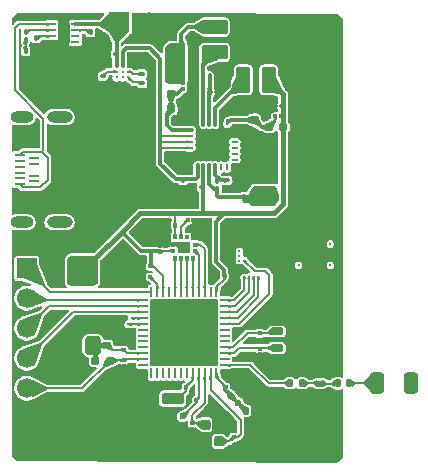
<source format=gtl>
%TF.GenerationSoftware,KiCad,Pcbnew,9.0.6*%
%TF.CreationDate,2026-02-05T15:03:13-05:00*%
%TF.ProjectId,health_monitor,6865616c-7468-45f6-9d6f-6e69746f722e,rev?*%
%TF.SameCoordinates,Original*%
%TF.FileFunction,Copper,L1,Top*%
%TF.FilePolarity,Positive*%
%FSLAX46Y46*%
G04 Gerber Fmt 4.6, Leading zero omitted, Abs format (unit mm)*
G04 Created by KiCad (PCBNEW 9.0.6) date 2026-02-05 15:03:13*
%MOMM*%
%LPD*%
G01*
G04 APERTURE LIST*
G04 Aperture macros list*
%AMRoundRect*
0 Rectangle with rounded corners*
0 $1 Rounding radius*
0 $2 $3 $4 $5 $6 $7 $8 $9 X,Y pos of 4 corners*
0 Add a 4 corners polygon primitive as box body*
4,1,4,$2,$3,$4,$5,$6,$7,$8,$9,$2,$3,0*
0 Add four circle primitives for the rounded corners*
1,1,$1+$1,$2,$3*
1,1,$1+$1,$4,$5*
1,1,$1+$1,$6,$7*
1,1,$1+$1,$8,$9*
0 Add four rect primitives between the rounded corners*
20,1,$1+$1,$2,$3,$4,$5,0*
20,1,$1+$1,$4,$5,$6,$7,0*
20,1,$1+$1,$6,$7,$8,$9,0*
20,1,$1+$1,$8,$9,$2,$3,0*%
G04 Aperture macros list end*
%TA.AperFunction,Conductor*%
%ADD10C,0.200000*%
%TD*%
%TA.AperFunction,SMDPad,CuDef*%
%ADD11O,1.955800X0.939800*%
%TD*%
%TA.AperFunction,SMDPad,CuDef*%
%ADD12O,2.159000X0.939800*%
%TD*%
%TA.AperFunction,SMDPad,CuDef*%
%ADD13R,0.812800X0.279400*%
%TD*%
%TA.AperFunction,SMDPad,CuDef*%
%ADD14R,0.812800X0.330200*%
%TD*%
%TA.AperFunction,SMDPad,CuDef*%
%ADD15RoundRect,0.100000X0.100000X-0.130000X0.100000X0.130000X-0.100000X0.130000X-0.100000X-0.130000X0*%
%TD*%
%TA.AperFunction,SMDPad,CuDef*%
%ADD16RoundRect,0.075000X-0.075000X0.125000X-0.075000X-0.125000X0.075000X-0.125000X0.075000X0.125000X0*%
%TD*%
%TA.AperFunction,SMDPad,CuDef*%
%ADD17RoundRect,0.150000X-0.400000X0.150000X-0.400000X-0.150000X0.400000X-0.150000X0.400000X0.150000X0*%
%TD*%
%TA.AperFunction,SMDPad,CuDef*%
%ADD18RoundRect,0.100000X-0.130000X-0.100000X0.130000X-0.100000X0.130000X0.100000X-0.130000X0.100000X0*%
%TD*%
%TA.AperFunction,SMDPad,CuDef*%
%ADD19RoundRect,0.100000X0.130000X0.100000X-0.130000X0.100000X-0.130000X-0.100000X0.130000X-0.100000X0*%
%TD*%
%TA.AperFunction,SMDPad,CuDef*%
%ADD20RoundRect,0.250000X-0.375000X-0.850000X0.375000X-0.850000X0.375000X0.850000X-0.375000X0.850000X0*%
%TD*%
%TA.AperFunction,SMDPad,CuDef*%
%ADD21RoundRect,0.250000X0.850000X-0.375000X0.850000X0.375000X-0.850000X0.375000X-0.850000X-0.375000X0*%
%TD*%
%TA.AperFunction,SMDPad,CuDef*%
%ADD22R,0.330200X0.381000*%
%TD*%
%TA.AperFunction,SMDPad,CuDef*%
%ADD23R,0.381000X0.330200*%
%TD*%
%TA.AperFunction,SMDPad,CuDef*%
%ADD24RoundRect,0.140000X-0.140000X-0.170000X0.140000X-0.170000X0.140000X0.170000X-0.140000X0.170000X0*%
%TD*%
%TA.AperFunction,SMDPad,CuDef*%
%ADD25RoundRect,0.140000X0.140000X0.170000X-0.140000X0.170000X-0.140000X-0.170000X0.140000X-0.170000X0*%
%TD*%
%TA.AperFunction,SMDPad,CuDef*%
%ADD26C,0.279400*%
%TD*%
%TA.AperFunction,SMDPad,CuDef*%
%ADD27RoundRect,0.075000X0.125000X0.075000X-0.125000X0.075000X-0.125000X-0.075000X0.125000X-0.075000X0*%
%TD*%
%TA.AperFunction,SMDPad,CuDef*%
%ADD28RoundRect,0.075000X0.075000X-0.125000X0.075000X0.125000X-0.075000X0.125000X-0.075000X-0.125000X0*%
%TD*%
%TA.AperFunction,ComponentPad*%
%ADD29R,1.700000X1.700000*%
%TD*%
%TA.AperFunction,ComponentPad*%
%ADD30C,1.700000*%
%TD*%
%TA.AperFunction,SMDPad,CuDef*%
%ADD31RoundRect,0.147500X-0.147500X-0.172500X0.147500X-0.172500X0.147500X0.172500X-0.147500X0.172500X0*%
%TD*%
%TA.AperFunction,SMDPad,CuDef*%
%ADD32RoundRect,0.100000X-0.100000X0.130000X-0.100000X-0.130000X0.100000X-0.130000X0.100000X0.130000X0*%
%TD*%
%TA.AperFunction,SMDPad,CuDef*%
%ADD33RoundRect,0.140000X-0.170000X0.140000X-0.170000X-0.140000X0.170000X-0.140000X0.170000X0.140000X0*%
%TD*%
%TA.AperFunction,SMDPad,CuDef*%
%ADD34RoundRect,0.160000X-0.197500X-0.160000X0.197500X-0.160000X0.197500X0.160000X-0.197500X0.160000X0*%
%TD*%
%TA.AperFunction,SMDPad,CuDef*%
%ADD35RoundRect,0.160000X-0.160000X0.197500X-0.160000X-0.197500X0.160000X-0.197500X0.160000X0.197500X0*%
%TD*%
%TA.AperFunction,SMDPad,CuDef*%
%ADD36RoundRect,0.160000X0.197500X0.160000X-0.197500X0.160000X-0.197500X-0.160000X0.197500X-0.160000X0*%
%TD*%
%TA.AperFunction,SMDPad,CuDef*%
%ADD37RoundRect,0.075000X-0.125000X-0.075000X0.125000X-0.075000X0.125000X0.075000X-0.125000X0.075000X0*%
%TD*%
%TA.AperFunction,ComponentPad*%
%ADD38C,0.499999*%
%TD*%
%TA.AperFunction,SMDPad,CuDef*%
%ADD39O,0.240000X0.599999*%
%TD*%
%TA.AperFunction,SMDPad,CuDef*%
%ADD40O,0.599999X0.240000*%
%TD*%
%TA.AperFunction,SMDPad,CuDef*%
%ADD41R,2.700000X2.700000*%
%TD*%
%TA.AperFunction,SMDPad,CuDef*%
%ADD42RoundRect,0.250000X-0.350000X-0.650000X0.350000X-0.650000X0.350000X0.650000X-0.350000X0.650000X0*%
%TD*%
%TA.AperFunction,SMDPad,CuDef*%
%ADD43R,0.812800X0.254000*%
%TD*%
%TA.AperFunction,SMDPad,CuDef*%
%ADD44R,0.254000X0.812800*%
%TD*%
%TA.AperFunction,SMDPad,CuDef*%
%ADD45R,5.257800X5.257800*%
%TD*%
%TA.AperFunction,SMDPad,CuDef*%
%ADD46RoundRect,0.160000X0.160000X-0.197500X0.160000X0.197500X-0.160000X0.197500X-0.160000X-0.197500X0*%
%TD*%
%TA.AperFunction,SMDPad,CuDef*%
%ADD47RoundRect,0.200000X-0.200000X0.250000X-0.200000X-0.250000X0.200000X-0.250000X0.200000X0.250000X0*%
%TD*%
%TA.AperFunction,SMDPad,CuDef*%
%ADD48R,0.711200X0.279400*%
%TD*%
%TA.AperFunction,SMDPad,CuDef*%
%ADD49R,0.990600X1.701800*%
%TD*%
%TA.AperFunction,SMDPad,CuDef*%
%ADD50RoundRect,0.147500X-0.172500X0.147500X-0.172500X-0.147500X0.172500X-0.147500X0.172500X0.147500X0*%
%TD*%
%TA.AperFunction,ViaPad*%
%ADD51C,0.600000*%
%TD*%
%TA.AperFunction,ViaPad*%
%ADD52C,0.450000*%
%TD*%
%TA.AperFunction,ViaPad*%
%ADD53C,0.400000*%
%TD*%
%TA.AperFunction,ViaPad*%
%ADD54C,0.300000*%
%TD*%
%TA.AperFunction,ViaPad*%
%ADD55C,0.500000*%
%TD*%
%TA.AperFunction,ViaPad*%
%ADD56C,0.250000*%
%TD*%
%TA.AperFunction,Conductor*%
%ADD57C,0.300000*%
%TD*%
%TA.AperFunction,Conductor*%
%ADD58C,0.400000*%
%TD*%
%TA.AperFunction,Conductor*%
%ADD59C,0.156000*%
%TD*%
G04 APERTURE END LIST*
D10*
%TO.N,GNDREF*%
X139500000Y-41700000D02*
X139500000Y-43200000D01*
X138300000Y-44400000D01*
X138300000Y-44300000D01*
X138300000Y-42200000D01*
X137900000Y-41900000D01*
X137700000Y-41900000D01*
X137600000Y-41800000D01*
X137600000Y-41600000D01*
X137700000Y-41500000D01*
X139300000Y-41500000D01*
X139500000Y-41700000D01*
%TA.AperFunction,Conductor*%
G36*
X139500000Y-41700000D02*
G01*
X139500000Y-43200000D01*
X138300000Y-44400000D01*
X138300000Y-44300000D01*
X138300000Y-42200000D01*
X137900000Y-41900000D01*
X137700000Y-41900000D01*
X137600000Y-41800000D01*
X137600000Y-41600000D01*
X137700000Y-41500000D01*
X139300000Y-41500000D01*
X139500000Y-41700000D01*
G37*
%TD.AperFunction*%
X143400000Y-44500000D02*
X143400000Y-45200000D01*
X143200000Y-45200000D01*
X139700000Y-45200000D01*
X138900000Y-46000000D01*
X138900000Y-46200000D01*
X138800000Y-46300000D01*
X138800000Y-46400000D01*
X138700000Y-46400000D01*
X138700000Y-45300000D01*
X139700000Y-44300000D01*
X143200000Y-44300000D01*
X143400000Y-44500000D01*
%TA.AperFunction,Conductor*%
G36*
X143400000Y-44500000D02*
G01*
X143400000Y-45200000D01*
X143200000Y-45200000D01*
X139700000Y-45200000D01*
X138900000Y-46000000D01*
X138900000Y-46200000D01*
X138800000Y-46300000D01*
X138800000Y-46400000D01*
X138700000Y-46400000D01*
X138700000Y-45300000D01*
X139700000Y-44300000D01*
X143200000Y-44300000D01*
X143400000Y-44500000D01*
G37*
%TD.AperFunction*%
%TO.N,/V_{2.0}*%
X128200000Y-58000000D02*
X128200000Y-59900000D01*
X127900000Y-60100000D01*
X126000000Y-60100000D01*
X125800000Y-59900000D01*
X125800000Y-57900000D01*
X126000000Y-57700000D01*
X127900000Y-57700000D01*
X128200000Y-58000000D01*
%TA.AperFunction,Conductor*%
G36*
X128200000Y-58000000D02*
G01*
X128200000Y-59900000D01*
X127900000Y-60100000D01*
X126000000Y-60100000D01*
X125800000Y-59900000D01*
X125800000Y-57900000D01*
X126000000Y-57700000D01*
X127900000Y-57700000D01*
X128200000Y-58000000D01*
G37*
%TD.AperFunction*%
%TO.N,GNDREF*%
X136800000Y-39500000D02*
X136800000Y-46500000D01*
X134800000Y-46500000D01*
X134600000Y-46300000D01*
X134600000Y-45900000D01*
X134700000Y-45800000D01*
X135200000Y-45800000D01*
X135400000Y-45600000D01*
X135400000Y-44400000D01*
X136000000Y-43900000D01*
X136000000Y-39500000D01*
X136100000Y-39300000D01*
X136600000Y-39300000D01*
X136800000Y-39500000D01*
%TA.AperFunction,Conductor*%
G36*
X136800000Y-39500000D02*
G01*
X136800000Y-46500000D01*
X134800000Y-46500000D01*
X134600000Y-46300000D01*
X134600000Y-45900000D01*
X134700000Y-45800000D01*
X135200000Y-45800000D01*
X135400000Y-45600000D01*
X135400000Y-44400000D01*
X136000000Y-43900000D01*
X136000000Y-39500000D01*
X136100000Y-39300000D01*
X136600000Y-39300000D01*
X136800000Y-39500000D01*
G37*
%TD.AperFunction*%
X134400000Y-54900000D02*
X134400000Y-55000000D01*
X134400000Y-55100000D01*
X134100000Y-55400000D01*
X134100000Y-55800000D01*
X134100000Y-56800000D01*
X132400000Y-56800000D01*
X131600000Y-56000000D01*
X131600000Y-55200000D01*
X132200000Y-54600000D01*
X134100000Y-54600000D01*
X134400000Y-54900000D01*
%TA.AperFunction,Conductor*%
G36*
X134400000Y-54900000D02*
G01*
X134400000Y-55000000D01*
X134400000Y-55100000D01*
X134100000Y-55400000D01*
X134100000Y-55800000D01*
X134100000Y-56800000D01*
X132400000Y-56800000D01*
X131600000Y-56000000D01*
X131600000Y-55200000D01*
X132200000Y-54600000D01*
X134100000Y-54600000D01*
X134400000Y-54900000D01*
G37*
%TD.AperFunction*%
%TO.N,/V_{2.0}*%
X128500000Y-64700000D02*
X128500000Y-65700000D01*
X128300000Y-65900000D01*
X127500000Y-65900000D01*
X127300000Y-65700000D01*
X127300000Y-64700000D01*
X127500000Y-64500000D01*
X128300000Y-64500000D01*
X128500000Y-64700000D01*
%TA.AperFunction,Conductor*%
G36*
X128500000Y-64700000D02*
G01*
X128500000Y-65700000D01*
X128300000Y-65900000D01*
X127500000Y-65900000D01*
X127300000Y-65700000D01*
X127300000Y-64700000D01*
X127500000Y-64500000D01*
X128300000Y-64500000D01*
X128500000Y-64700000D01*
G37*
%TD.AperFunction*%
%TO.N,GNDREF*%
X139800000Y-71400000D02*
X139800000Y-72000000D01*
X139800000Y-72500000D01*
X138900000Y-72500000D01*
X138300000Y-72500000D01*
X138100000Y-72300000D01*
X138100000Y-71300000D01*
X137400000Y-70800000D01*
X137400000Y-70500000D01*
X137900000Y-70000000D01*
X138300000Y-70000000D01*
X139800000Y-71400000D01*
%TA.AperFunction,Conductor*%
G36*
X139800000Y-71400000D02*
G01*
X139800000Y-72000000D01*
X139800000Y-72500000D01*
X138900000Y-72500000D01*
X138300000Y-72500000D01*
X138100000Y-72300000D01*
X138100000Y-71300000D01*
X137400000Y-70800000D01*
X137400000Y-70500000D01*
X137900000Y-70000000D01*
X138300000Y-70000000D01*
X139800000Y-71400000D01*
G37*
%TD.AperFunction*%
%TO.N,/V_{LED}*%
X135600000Y-42800000D02*
X135400000Y-43000000D01*
X134300000Y-43000000D01*
X134100000Y-42800000D01*
X134100000Y-40000000D01*
X134400000Y-39700000D01*
X135600000Y-39700000D01*
X135600000Y-42800000D01*
%TA.AperFunction,Conductor*%
G36*
X135600000Y-42800000D02*
G01*
X135400000Y-43000000D01*
X134300000Y-43000000D01*
X134100000Y-42800000D01*
X134100000Y-40000000D01*
X134400000Y-39700000D01*
X135600000Y-39700000D01*
X135600000Y-42800000D01*
G37*
%TD.AperFunction*%
%TO.N,/V_{A}*%
X143600000Y-52500000D02*
X143600000Y-52900000D01*
X143200000Y-53300000D01*
X141400000Y-53300000D01*
X141100000Y-53000000D01*
X140700000Y-53000000D01*
X140600000Y-52900000D01*
X140600000Y-52500000D01*
X141100000Y-52500000D01*
X141500000Y-51800000D01*
X143300000Y-51800000D01*
X143600000Y-52500000D01*
%TA.AperFunction,Conductor*%
G36*
X143600000Y-52500000D02*
G01*
X143600000Y-52900000D01*
X143200000Y-53300000D01*
X141400000Y-53300000D01*
X141100000Y-53000000D01*
X140700000Y-53000000D01*
X140600000Y-52900000D01*
X140600000Y-52500000D01*
X141100000Y-52500000D01*
X141500000Y-51800000D01*
X143300000Y-51800000D01*
X143600000Y-52500000D01*
G37*
%TD.AperFunction*%
%TO.N,/V_{2.0}*%
X135500000Y-69400000D02*
X135500000Y-70000000D01*
X135400000Y-70100000D01*
X133900000Y-70100000D01*
X133800000Y-70000000D01*
X133800000Y-69400000D01*
X133900000Y-69300000D01*
X135400000Y-69300000D01*
X135500000Y-69400000D01*
%TA.AperFunction,Conductor*%
G36*
X135500000Y-69400000D02*
G01*
X135500000Y-70000000D01*
X135400000Y-70100000D01*
X133900000Y-70100000D01*
X133800000Y-70000000D01*
X133800000Y-69400000D01*
X133900000Y-69300000D01*
X135400000Y-69300000D01*
X135500000Y-69400000D01*
G37*
%TD.AperFunction*%
%TO.N,GNDREF*%
X142100000Y-47700000D02*
X143200000Y-47700000D01*
X143500000Y-48000000D01*
X143500000Y-51000000D01*
X143300000Y-51200000D01*
X141200000Y-51200000D01*
X140900000Y-51500000D01*
X140900000Y-52000000D01*
X140800000Y-52100000D01*
X140600000Y-52100000D01*
X139800000Y-51300000D01*
X139800000Y-51100000D01*
X139900000Y-51000000D01*
X140100000Y-51000000D01*
X140600000Y-50500000D01*
X140600000Y-47800000D01*
X140300000Y-47500000D01*
X139700000Y-47500000D01*
X139700000Y-46800000D01*
X139800000Y-46700000D01*
X141000000Y-46700000D01*
X142100000Y-47700000D01*
%TA.AperFunction,Conductor*%
G36*
X142100000Y-47700000D02*
G01*
X143200000Y-47700000D01*
X143500000Y-48000000D01*
X143500000Y-51000000D01*
X143300000Y-51200000D01*
X141200000Y-51200000D01*
X140900000Y-51500000D01*
X140900000Y-52000000D01*
X140800000Y-52100000D01*
X140600000Y-52100000D01*
X139800000Y-51300000D01*
X139800000Y-51100000D01*
X139900000Y-51000000D01*
X140100000Y-51000000D01*
X140600000Y-50500000D01*
X140600000Y-47800000D01*
X140300000Y-47500000D01*
X139700000Y-47500000D01*
X139700000Y-46800000D01*
X139800000Y-46700000D01*
X141000000Y-46700000D01*
X142100000Y-47700000D01*
G37*
%TD.AperFunction*%
%TD*%
D11*
%TO.P,J1,19*%
%TO.N,N/C*%
X121867400Y-54750001D03*
%TO.P,J1,20*%
X121867400Y-45849999D03*
D12*
%TO.P,J1,21*%
X125067399Y-54749953D03*
%TO.P,J1,22*%
X125067399Y-45850047D03*
D13*
%TO.P,J1,A1,GND*%
%TO.N,GNDREF*%
X121682399Y-53350000D03*
%TO.P,J1,A4,V_{BUS}*%
%TO.N,/V_{BUS}*%
X121682399Y-51550315D03*
%TO.P,J1,A5,CC_{1}*%
%TO.N,unconnected-(J1-CC_{1}-PadA5)*%
X121682399Y-51050189D03*
%TO.P,J1,A6,D_{+}*%
%TO.N,unconnected-(J1-D_{+}-PadA6)*%
X121682399Y-50550063D03*
%TO.P,J1,A7,D_{-}*%
%TO.N,unconnected-(J1-D_{-}-PadA7)*%
X121682399Y-50049937D03*
%TO.P,J1,A8,SBU_{1}*%
%TO.N,unconnected-(J1-SBU_{1}-PadA8)*%
X121682399Y-49549811D03*
%TO.P,J1,A9,V_{BUS}*%
%TO.N,/V_{BUS}*%
X121682399Y-49049685D03*
%TO.P,J1,A12,GND*%
%TO.N,GNDREF*%
X121682399Y-47250000D03*
%TO.P,J1,B1,GND*%
X122932399Y-47299993D03*
%TO.P,J1,B4,V_{BUS}*%
%TO.N,/V_{BUS}*%
X122932399Y-48799685D03*
%TO.P,J1,B5,CC_{2}*%
%TO.N,unconnected-(J1-CC_{2}-PadB5)*%
X122932399Y-49299811D03*
%TO.P,J1,B6,D_{+}*%
%TO.N,unconnected-(J1-D_{+}-PadB6)*%
X122932399Y-49799937D03*
%TO.P,J1,B7,D_{-}*%
%TO.N,unconnected-(J1-D_{-}-PadB7)*%
X122932399Y-50800063D03*
%TO.P,J1,B8,SBU_{2}*%
%TO.N,unconnected-(J1-SBU_{2}-PadB8)*%
X122932399Y-51300189D03*
%TO.P,J1,B9,V_{BUS}*%
%TO.N,/V_{BUS}*%
X122932399Y-51800315D03*
%TO.P,J1,B12,GND*%
%TO.N,GNDREF*%
X122932399Y-53300007D03*
D14*
%TO.P,J1,GND1,GND1*%
X121682407Y-53850001D03*
%TO.P,J1,GND2,GND2*%
X121682407Y-46749999D03*
%TD*%
D15*
%TO.P,R8,1*%
%TO.N,GNDREF*%
X127700000Y-39320000D03*
%TO.P,R8,2*%
%TO.N,Net-(U3-VSET)*%
X127700000Y-38680000D03*
%TD*%
D16*
%TO.P,C11,1*%
%TO.N,Net-(MCU1A-K32X_Q1)*%
X142000000Y-65450000D03*
%TO.P,C11,2*%
%TO.N,GNDREF*%
X142000000Y-65950000D03*
%TD*%
D17*
%TO.P,NX2012SA-1,1,1*%
%TO.N,Net-(MCU1A-K32X_Q2)*%
X143500000Y-64000000D03*
%TO.P,NX2012SA-1,2,2*%
%TO.N,Net-(MCU1A-K32X_Q1)*%
X143500000Y-65400000D03*
%TD*%
D18*
%TO.P,C27,1*%
%TO.N,/V_{LED}*%
X135460000Y-39700000D03*
%TO.P,C27,2*%
%TO.N,GNDREF*%
X136100000Y-39700000D03*
%TD*%
D15*
%TO.P,R7,1*%
%TO.N,GNDREF*%
X123100000Y-39820000D03*
%TO.P,R7,2*%
%TO.N,Net-(U3-BIAS)*%
X123100000Y-39180000D03*
%TD*%
D19*
%TO.P,C29,1*%
%TO.N,/V_{2.0}*%
X143920000Y-44900000D03*
%TO.P,C29,2*%
%TO.N,GNDREF*%
X143280000Y-44900000D03*
%TD*%
D20*
%TO.P,L2,1*%
%TO.N,Net-(U4-L2)*%
X140625000Y-42700000D03*
%TO.P,L2,2*%
%TO.N,/V_{2.0}*%
X142775000Y-42700000D03*
%TD*%
D21*
%TO.P,L1,1*%
%TO.N,Net-(U4-L1)*%
X138200000Y-40375000D03*
%TO.P,L1,2*%
%TO.N,/V_{LED}*%
X138200000Y-38225000D03*
%TD*%
D19*
%TO.P,R12,1*%
%TO.N,GNDREF*%
X139920000Y-51200000D03*
%TO.P,R12,2*%
%TO.N,Net-(U4-FB_LDO1)*%
X139280000Y-51200000D03*
%TD*%
D22*
%TO.P,U2,1,SCLK*%
%TO.N,/MCU_DIO14*%
X134849999Y-57763600D03*
%TO.P,U2,2,MOSI/SDA*%
%TO.N,/MCU_DIO13*%
X135350000Y-57763600D03*
%TO.P,U2,3,MISO/ASEL*%
%TO.N,/MCU_DIO12*%
X135850000Y-57763600D03*
%TO.P,U2,4,CS\u002A/SCL*%
%TO.N,/MCU_DIO11*%
X136350001Y-57763600D03*
D23*
%TO.P,U2,5,INT1*%
%TO.N,/MCU_DIO10*%
X136514400Y-57150000D03*
%TO.P,U2,6,INT2*%
%TO.N,/MCU_DIO9*%
X136514400Y-56650000D03*
D22*
%TO.P,U2,7,GND*%
%TO.N,GNDREF*%
X136350001Y-56036400D03*
%TO.P,U2,8,ADC_IN*%
%TO.N,unconnected-(U2-ADC_IN-Pad8)*%
X135850000Y-56036400D03*
%TO.P,U2,9,VREG_OUT1*%
%TO.N,Net-(U2-VREG_OUT1)*%
X135350000Y-56036400D03*
%TO.P,U2,10,VS*%
%TO.N,/V_{2.0}*%
X134849999Y-56036400D03*
D23*
%TO.P,U2,11,GND*%
%TO.N,GNDREF*%
X134685600Y-56650000D03*
%TO.P,U2,12,VDDIO*%
%TO.N,/V_{2.0}*%
X134685600Y-57150000D03*
%TD*%
D15*
%TO.P,C30,1*%
%TO.N,/V_{A}*%
X140700000Y-52620000D03*
%TO.P,C30,2*%
%TO.N,GNDREF*%
X140700000Y-51980000D03*
%TD*%
D16*
%TO.P,C20,1*%
%TO.N,GNDREF*%
X133600000Y-56750000D03*
%TO.P,C20,2*%
%TO.N,/V_{2.0}*%
X133600000Y-57250000D03*
%TD*%
D24*
%TO.P,C32,1*%
%TO.N,/CC2674R10/RF_{P}*%
X144620000Y-68400000D03*
%TO.P,C32,2*%
%TO.N,Net-(C32-Pad2)*%
X145580000Y-68400000D03*
%TD*%
D25*
%TO.P,C6,1*%
%TO.N,GNDREF*%
X141780000Y-70700000D03*
%TO.P,C6,2*%
%TO.N,Net-(MCU1A-VDDR)*%
X140820000Y-70700000D03*
%TD*%
D26*
%TO.P,U5,A1,GPOUT*%
%TO.N,Net-(U5-GPOUT)*%
X130900000Y-42500126D03*
%TO.P,U5,A2,SDA*%
%TO.N,/MCU_DIO18*%
X130399874Y-42500126D03*
%TO.P,U5,A3,SCL*%
%TO.N,/MCU_DIO19*%
X129899748Y-42500126D03*
%TO.P,U5,B1,BIN*%
%TO.N,Net-(U5-BIN)*%
X130900000Y-42000000D03*
%TO.P,U5,B2,VSS*%
%TO.N,GNDREF*%
X130399874Y-42000000D03*
%TO.P,U5,B3,VDD*%
%TO.N,Net-(U5-VDD)*%
X129899748Y-42000000D03*
%TO.P,U5,C1,VSS*%
%TO.N,GNDREF*%
X130900000Y-41499874D03*
%TO.P,U5,C2,SRX*%
%TO.N,/Power Management ICs/V_{BAT}*%
X130399874Y-41499874D03*
%TO.P,U5,C3,BAT*%
%TO.N,/Power Management ICs/BAT+*%
X129899748Y-41499874D03*
%TD*%
D27*
%TO.P,C9,1*%
%TO.N,Net-(MCU1A-DCOUPL)*%
X132750000Y-59400000D03*
%TO.P,C9,2*%
%TO.N,GNDREF*%
X132250000Y-59400000D03*
%TD*%
D28*
%TO.P,C5,1*%
%TO.N,/V_{2.0}*%
X130500000Y-65550000D03*
%TO.P,C5,2*%
%TO.N,GNDREF*%
X130500000Y-65050000D03*
%TD*%
D15*
%TO.P,R10,1*%
%TO.N,Net-(R10-Pad1)*%
X122200000Y-39320000D03*
%TO.P,R10,2*%
%TO.N,Net-(U3-ISET)*%
X122200000Y-38680000D03*
%TD*%
D28*
%TO.P,C13,1*%
%TO.N,Net-(MCU1A-X48M_P)*%
X139800000Y-72950000D03*
%TO.P,C13,2*%
%TO.N,GNDREF*%
X139800000Y-72450000D03*
%TD*%
D16*
%TO.P,C10,1*%
%TO.N,/CC2674R10/RESET*%
X130500000Y-66450000D03*
%TO.P,C10,2*%
%TO.N,GNDREF*%
X130500000Y-66950000D03*
%TD*%
D18*
%TO.P,C31,1*%
%TO.N,GNDREF*%
X136480000Y-51800000D03*
%TO.P,C31,2*%
%TO.N,/V_{2.0}*%
X137120000Y-51800000D03*
%TD*%
D29*
%TO.P,J3,1,Pin_1*%
%TO.N,/CC2674R10/JTAG_{TCKC}*%
X122300000Y-58660000D03*
D30*
%TO.P,J3,2,Pin_2*%
%TO.N,/CC2674R10/JTAG_{TMSC}*%
X122300000Y-61200000D03*
%TO.P,J3,3,Pin_3*%
%TO.N,/MCU_DIO16*%
X122300000Y-63740000D03*
%TO.P,J3,4,Pin_4*%
%TO.N,/MCU_DIO17*%
X122300000Y-66280000D03*
%TO.P,J3,5,Pin_5*%
%TO.N,/CC2674R10/RESET*%
X122300000Y-68820000D03*
%TD*%
D31*
%TO.P,L3,1*%
%TO.N,Net-(C32-Pad2)*%
X148615000Y-68400000D03*
%TO.P,L3,2*%
%TO.N,Net-(AE1-A)*%
X149585000Y-68400000D03*
%TD*%
D32*
%TO.P,R6,1*%
%TO.N,Net-(U4-FB_LDO1)*%
X138400000Y-51280000D03*
%TO.P,R6,2*%
%TO.N,/V_{A}*%
X138400000Y-51920000D03*
%TD*%
D27*
%TO.P,C3,1*%
%TO.N,/V_{2.0}*%
X132750000Y-58500000D03*
%TO.P,C3,2*%
%TO.N,GNDREF*%
X132250000Y-58500000D03*
%TD*%
D15*
%TO.P,R9,1*%
%TO.N,GNDREF*%
X122200000Y-40920000D03*
%TO.P,R9,2*%
%TO.N,Net-(R10-Pad1)*%
X122200000Y-40280000D03*
%TD*%
D33*
%TO.P,C4,1*%
%TO.N,GNDREF*%
X129100000Y-64220000D03*
%TO.P,C4,2*%
%TO.N,/V_{2.0}*%
X129100000Y-65180000D03*
%TD*%
D34*
%TO.P,R1,1*%
%TO.N,/V_{2.0}*%
X128102500Y-66500000D03*
%TO.P,R1,2*%
%TO.N,/CC2674R10/RESET*%
X129297500Y-66500000D03*
%TD*%
D35*
%TO.P,R5,1*%
%TO.N,GNDREF*%
X141600000Y-44902500D03*
%TO.P,R5,2*%
%TO.N,Net-(U4-FB_DCDC2)*%
X141600000Y-46097500D03*
%TD*%
D27*
%TO.P,C21,1*%
%TO.N,/V_{2.0}*%
X134850000Y-55000000D03*
%TO.P,C21,2*%
%TO.N,GNDREF*%
X134350000Y-55000000D03*
%TD*%
D36*
%TO.P,R3,1*%
%TO.N,GNDREF*%
X135697500Y-45200000D03*
%TO.P,R3,2*%
%TO.N,Net-(U4-FB_DCDC1)*%
X134502500Y-45200000D03*
%TD*%
D37*
%TO.P,C19,1*%
%TO.N,Net-(U2-VREG_OUT1)*%
X135900000Y-54600000D03*
%TO.P,C19,2*%
%TO.N,GNDREF*%
X136400000Y-54600000D03*
%TD*%
D38*
%TO.P,U4,V4*%
%TO.N,GNDREF*%
X138000000Y-47100000D03*
D39*
%TO.P,U4,1,VCC*%
%TO.N,/Power Management ICs/V_{BAT}*%
X136750000Y-50099999D03*
%TO.P,U4,2,VINLDO1*%
%TO.N,/V_{2.0}*%
X137249999Y-50099999D03*
%TO.P,U4,3,VLDO1*%
%TO.N,/V_{A}*%
X137750000Y-50099999D03*
%TO.P,U4,4,FB_LDO1*%
%TO.N,Net-(U4-FB_LDO1)*%
X138250000Y-50099999D03*
%TO.P,U4,5,THRESHOLD*%
%TO.N,unconnected-(U4-THRESHOLD-Pad5)*%
X138750001Y-50099999D03*
%TO.P,U4,6,FB_LDO2*%
%TO.N,unconnected-(U4-FB_LDO2-Pad6)*%
X139250000Y-50099999D03*
D40*
%TO.P,U4,7,VLDO2*%
%TO.N,unconnected-(U4-VLDO2-Pad7)*%
X139899999Y-49450000D03*
%TO.P,U4,8,VINLDO2_3*%
%TO.N,unconnected-(U4-VINLDO2_3-Pad8)*%
X139899999Y-48950001D03*
%TO.P,U4,9,VLDO3*%
%TO.N,unconnected-(U4-VLDO3-Pad9)*%
X139899999Y-48450000D03*
%TO.P,U4,10,RESET_N*%
%TO.N,unconnected-(U4-RESET_N-Pad10)*%
X139899999Y-47950000D03*
%TO.P,U4,11,EN_LDO2*%
%TO.N,GNDREF*%
X139899999Y-47449999D03*
%TO.P,U4,12,EN_LDO3*%
X139899999Y-46950000D03*
D39*
%TO.P,U4,13,FB_DCDC2*%
%TO.N,Net-(U4-FB_DCDC2)*%
X139250000Y-46300001D03*
%TO.P,U4,14,PGND2*%
%TO.N,GNDREF*%
X138750001Y-46300001D03*
%TO.P,U4,15,L2*%
%TO.N,Net-(U4-L2)*%
X138250000Y-46300001D03*
%TO.P,U4,16,VINDCDC1_2*%
%TO.N,/Power Management ICs/V_{BAT}*%
X137750000Y-46300001D03*
%TO.P,U4,17,L1*%
%TO.N,Net-(U4-L1)*%
X137249999Y-46300001D03*
%TO.P,U4,18,PGND1*%
%TO.N,GNDREF*%
X136750000Y-46300001D03*
D40*
%TO.P,U4,19,FB_DCDC1*%
%TO.N,Net-(U4-FB_DCDC1)*%
X136100001Y-46950000D03*
%TO.P,U4,20,EN_DCDC1*%
%TO.N,/Power Management ICs/V_{BAT}*%
X136100001Y-47449999D03*
%TO.P,U4,21,EN_DCDC2*%
X136100001Y-47950000D03*
%TO.P,U4,22,EN_LDO1*%
X136100001Y-48450000D03*
%TO.P,U4,23,MODE*%
%TO.N,GNDREF*%
X136100001Y-48950001D03*
%TO.P,U4,24,AGND*%
X136100001Y-49450000D03*
D41*
%TO.P,U4,25,PAD*%
X138000000Y-48200000D03*
D38*
%TO.P,U4,V1*%
X136900000Y-48200000D03*
%TO.P,U4,V2*%
X138000000Y-49300000D03*
%TO.P,U4,V3*%
X138000000Y-48200000D03*
%TO.P,U4,V5*%
X139100000Y-48200000D03*
%TD*%
D37*
%TO.P,C2,1*%
%TO.N,/V_{2.0}*%
X139050000Y-59300000D03*
%TO.P,C2,2*%
%TO.N,GNDREF*%
X139550000Y-59300000D03*
%TD*%
D42*
%TO.P,AE1,1,A*%
%TO.N,Net-(AE1-A)*%
X151950000Y-68400000D03*
%TO.P,AE1,2*%
%TO.N,N/C*%
X154850000Y-68400000D03*
%TD*%
D15*
%TO.P,C24,1*%
%TO.N,GNDREF*%
X135500000Y-51820000D03*
%TO.P,C24,2*%
%TO.N,/Power Management ICs/V_{BAT}*%
X135500000Y-51180000D03*
%TD*%
D37*
%TO.P,C8,1*%
%TO.N,Net-(MCU1A-VDDR)*%
X139150000Y-68700000D03*
%TO.P,C8,2*%
%TO.N,GNDREF*%
X139650000Y-68700000D03*
%TD*%
D18*
%TO.P,C22,1*%
%TO.N,GNDREF*%
X128079874Y-42400126D03*
%TO.P,C22,2*%
%TO.N,Net-(U5-VDD)*%
X128719874Y-42400126D03*
%TD*%
D43*
%TO.P,MCU1,1,RF_P_2_4GHZ*%
%TO.N,/CC2674R10/RF_{P}*%
X139054400Y-66850693D03*
%TO.P,MCU1,2,RF_N_2_4GHZ*%
%TO.N,/CC2674R10/RF_{N}*%
X139054400Y-66350567D03*
%TO.P,MCU1,3,K32X_Q1*%
%TO.N,Net-(MCU1A-K32X_Q1)*%
X139054400Y-65850441D03*
%TO.P,MCU1,4,K32X_Q2*%
%TO.N,Net-(MCU1A-K32X_Q2)*%
X139054400Y-65350315D03*
%TO.P,MCU1,5,DIO_0*%
%TO.N,/MCU_DIO0*%
X139054400Y-64850189D03*
%TO.P,MCU1,6,DIO_1*%
%TO.N,/MCU_DIO1*%
X139054400Y-64350063D03*
%TO.P,MCU1,7,DIO_2*%
%TO.N,/MCU_DIO2*%
X139054400Y-63849937D03*
%TO.P,MCU1,8,DIO_3*%
%TO.N,/MCU_DIO3*%
X139054400Y-63349811D03*
%TO.P,MCU1,9,DIO_4*%
%TO.N,/MCU_DIO4*%
X139054400Y-62849685D03*
%TO.P,MCU1,10,DIO_5*%
%TO.N,/MCU_DIO5*%
X139054400Y-62349559D03*
%TO.P,MCU1,11,DIO_6*%
%TO.N,/MCU_DIO6*%
X139054400Y-61849433D03*
%TO.P,MCU1,12,DIO_7*%
%TO.N,/MCU_DIO7*%
X139054400Y-61349307D03*
D44*
%TO.P,MCU1,13,VDDS2*%
%TO.N,/V_{2.0}*%
X138350693Y-60645600D03*
%TO.P,MCU1,14,DIO_8*%
%TO.N,/MCU_DIO8*%
X137850567Y-60645600D03*
%TO.P,MCU1,15,DIO_9*%
%TO.N,/MCU_DIO9*%
X137350441Y-60645600D03*
%TO.P,MCU1,16,DIO_10*%
%TO.N,/MCU_DIO10*%
X136850315Y-60645600D03*
%TO.P,MCU1,17,DIO_11*%
%TO.N,/MCU_DIO11*%
X136350189Y-60645600D03*
%TO.P,MCU1,18,DIO_12*%
%TO.N,/MCU_DIO12*%
X135850063Y-60645600D03*
%TO.P,MCU1,19,DIO_13*%
%TO.N,/MCU_DIO13*%
X135349937Y-60645600D03*
%TO.P,MCU1,20,DIO_14*%
%TO.N,/MCU_DIO14*%
X134849811Y-60645600D03*
%TO.P,MCU1,21,DIO_15*%
%TO.N,/MCU_DIO15*%
X134349685Y-60645600D03*
%TO.P,MCU1,22,VDDS3*%
%TO.N,/V_{2.0}*%
X133849559Y-60645600D03*
%TO.P,MCU1,23,DCOUPL*%
%TO.N,Net-(MCU1A-DCOUPL)*%
X133349433Y-60645600D03*
%TO.P,MCU1,24,JTAG_TMSC*%
%TO.N,/CC2674R10/JTAG_{TCKC}*%
X132849307Y-60645600D03*
D43*
%TO.P,MCU1,25,JTAG_TCKC*%
%TO.N,/CC2674R10/JTAG_{TMSC}*%
X132145600Y-61349307D03*
%TO.P,MCU1,26,DIO_16*%
%TO.N,/MCU_DIO16*%
X132145600Y-61849433D03*
%TO.P,MCU1,27,DIO_17*%
%TO.N,/MCU_DIO17*%
X132145600Y-62349559D03*
%TO.P,MCU1,28,DIO_18*%
%TO.N,/MCU_DIO18*%
X132145600Y-62849685D03*
%TO.P,MCU1,29,DIO_19*%
%TO.N,/MCU_DIO19*%
X132145600Y-63349811D03*
%TO.P,MCU1,30,DIO_20*%
%TO.N,/MCU_DIO20*%
X132145600Y-63849937D03*
%TO.P,MCU1,31,DIO_21*%
%TO.N,/MCU_DIO21*%
X132145600Y-64350063D03*
%TO.P,MCU1,32,DIO_22*%
%TO.N,/MCU_DIO22*%
X132145600Y-64850189D03*
%TO.P,MCU1,33,DCDC_SW*%
%TO.N,unconnected-(MCU1A-DCDC_SW-Pad33)*%
X132145600Y-65350315D03*
%TO.P,MCU1,34,VDDS_DCDC*%
%TO.N,/V_{2.0}*%
X132145600Y-65850441D03*
%TO.P,MCU1,35,RESET_N*%
%TO.N,/CC2674R10/RESET*%
X132145600Y-66350567D03*
%TO.P,MCU1,36,DIO_23*%
%TO.N,/MCU_DIO23*%
X132145600Y-66850693D03*
D44*
%TO.P,MCU1,37,DIO_24*%
%TO.N,/MCU_DIO24*%
X132849307Y-67554400D03*
%TO.P,MCU1,38,DIO_25*%
%TO.N,/MCU_DIO25*%
X133349433Y-67554400D03*
%TO.P,MCU1,39,DIO_26*%
%TO.N,/MCU_DIO26*%
X133849559Y-67554400D03*
%TO.P,MCU1,40,DIO_27*%
%TO.N,/MCU_DIO27*%
X134349685Y-67554400D03*
%TO.P,MCU1,41,DIO_28*%
%TO.N,/MCU_DIO28*%
X134849811Y-67554400D03*
%TO.P,MCU1,42,DIO_29*%
%TO.N,/MCU_DIO29*%
X135349937Y-67554400D03*
%TO.P,MCU1,43,DIO_30*%
%TO.N,/MCU_DIO30*%
X135850063Y-67554400D03*
%TO.P,MCU1,44,VDDS*%
%TO.N,/V_{2.0}*%
X136350189Y-67554400D03*
%TO.P,MCU1,45,VDDR*%
%TO.N,Net-(MCU1A-VDDR)*%
X136850315Y-67554400D03*
%TO.P,MCU1,46,X48M_N*%
%TO.N,Net-(MCU1A-X48M_N)*%
X137350441Y-67554400D03*
%TO.P,MCU1,47,X48M_P*%
%TO.N,Net-(MCU1A-X48M_P)*%
X137850567Y-67554400D03*
%TO.P,MCU1,48,VDDR_RF*%
%TO.N,Net-(MCU1A-VDDR)*%
X138350693Y-67554400D03*
D45*
%TO.P,MCU1,49,EGP*%
%TO.N,GNDREF*%
X135600000Y-64100000D03*
%TD*%
D19*
%TO.P,R11,1*%
%TO.N,GNDREF*%
X132719874Y-43000000D03*
%TO.P,R11,2*%
%TO.N,Net-(U5-GPOUT)*%
X132079874Y-43000000D03*
%TD*%
D28*
%TO.P,C14,1*%
%TO.N,GNDREF*%
X136300000Y-72250000D03*
%TO.P,C14,2*%
%TO.N,Net-(MCU1A-X48M_N)*%
X136300000Y-71750000D03*
%TD*%
D27*
%TO.P,C7,1*%
%TO.N,Net-(MCU1A-VDDR)*%
X136650000Y-69800000D03*
%TO.P,C7,2*%
%TO.N,GNDREF*%
X136150000Y-69800000D03*
%TD*%
%TO.P,C28,1*%
%TO.N,/V_{2.0}*%
X143850000Y-45800000D03*
%TO.P,C28,2*%
%TO.N,Net-(U4-FB_DCDC2)*%
X143350000Y-45800000D03*
%TD*%
D29*
%TO.P,J2,1,Pin_1*%
%TO.N,/Power Management ICs/BAT+*%
X130125000Y-37800000D03*
D30*
%TO.P,J2,2,Pin_2*%
%TO.N,GNDREF*%
X132665000Y-37800000D03*
%TD*%
D19*
%TO.P,R13,1*%
%TO.N,GNDREF*%
X132719874Y-42200126D03*
%TO.P,R13,2*%
%TO.N,Net-(U5-BIN)*%
X132079874Y-42200126D03*
%TD*%
D34*
%TO.P,R4,1*%
%TO.N,Net-(U4-FB_DCDC2)*%
X142802500Y-46700000D03*
%TO.P,R4,2*%
%TO.N,/V_{2.0}*%
X143997500Y-46700000D03*
%TD*%
D46*
%TO.P,R2,1*%
%TO.N,Net-(U4-FB_DCDC1)*%
X134500000Y-43897500D03*
%TO.P,R2,2*%
%TO.N,/V_{LED}*%
X134500000Y-42702500D03*
%TD*%
D47*
%TO.P,CX2016FB-1,1,1*%
%TO.N,Net-(MCU1A-X48M_N)*%
X137450000Y-71900000D03*
%TO.P,CX2016FB-1,2,2*%
%TO.N,GNDREF*%
X137450000Y-73300000D03*
%TO.P,CX2016FB-1,3,3*%
%TO.N,Net-(MCU1A-X48M_P)*%
X138550000Y-73300000D03*
%TO.P,CX2016FB-1,4,4*%
%TO.N,GNDREF*%
X138550000Y-71900000D03*
%TD*%
D16*
%TO.P,C26,1*%
%TO.N,/V_{LED}*%
X135500000Y-42950000D03*
%TO.P,C26,2*%
%TO.N,Net-(U4-FB_DCDC1)*%
X135500000Y-43450000D03*
%TD*%
D48*
%TO.P,U3,1,IN*%
%TO.N,/V_{BUS}*%
X124400000Y-38000000D03*
%TO.P,U3,2,ISET*%
%TO.N,Net-(U3-ISET)*%
X124400000Y-38500126D03*
%TO.P,U3,3,BIAS*%
%TO.N,Net-(U3-BIAS)*%
X124400000Y-39000252D03*
%TO.P,U3,4,GND*%
%TO.N,GNDREF*%
X124400000Y-39500378D03*
%TO.P,U3,5,STAT*%
%TO.N,/Power Management ICs/CHG_STAT*%
X126406600Y-39500378D03*
%TO.P,U3,6,\u002APG*%
%TO.N,unconnected-(U3-\u002APG-Pad6)*%
X126406600Y-39000252D03*
%TO.P,U3,7,VSET*%
%TO.N,Net-(U3-VSET)*%
X126406600Y-38500126D03*
%TO.P,U3,8,OUT*%
%TO.N,/Power Management ICs/BAT+*%
X126406600Y-38000000D03*
D49*
%TO.P,U3,9,GND*%
%TO.N,GNDREF*%
X125403300Y-38750189D03*
%TD*%
D27*
%TO.P,C1,1*%
%TO.N,/V_{2.0}*%
X135750000Y-68700000D03*
%TO.P,C1,2*%
%TO.N,GNDREF*%
X135250000Y-68700000D03*
%TD*%
D19*
%TO.P,C25,1*%
%TO.N,GNDREF*%
X138420000Y-43700000D03*
%TO.P,C25,2*%
%TO.N,/Power Management ICs/V_{BAT}*%
X137780000Y-43700000D03*
%TD*%
%TO.P,C23,1*%
%TO.N,/Power Management ICs/BAT+*%
X129820000Y-40500000D03*
%TO.P,C23,2*%
%TO.N,GNDREF*%
X129180000Y-40500000D03*
%TD*%
D16*
%TO.P,C12,1*%
%TO.N,GNDREF*%
X142000000Y-63650000D03*
%TO.P,C12,2*%
%TO.N,Net-(MCU1A-K32X_Q2)*%
X142000000Y-64150000D03*
%TD*%
D50*
%TO.P,L4,1*%
%TO.N,Net-(C32-Pad2)*%
X147100000Y-68415000D03*
%TO.P,L4,2*%
%TO.N,GNDREF*%
X147100000Y-69385000D03*
%TD*%
D51*
%TO.N,GNDREF*%
X143000000Y-70700000D03*
X142800000Y-56400000D03*
D52*
X140700000Y-51200000D03*
X139200000Y-41900000D03*
D51*
X128900000Y-39200000D03*
X144000000Y-54800000D03*
X139700000Y-55200000D03*
X132800000Y-54900000D03*
X122900000Y-52600000D03*
X141700000Y-56500000D03*
X137400000Y-54900000D03*
X135600000Y-50100000D03*
D52*
X139000000Y-43300000D03*
D51*
X139800000Y-60500000D03*
X143100000Y-57900000D03*
X121500000Y-48200000D03*
D52*
X136600000Y-43100000D03*
D53*
X141400000Y-66000000D03*
D52*
X136600000Y-40700000D03*
X136400000Y-45200000D03*
D51*
X144400000Y-41500000D03*
X132700000Y-68700000D03*
X132800000Y-56200000D03*
D52*
X136600000Y-40100000D03*
X142000000Y-44500000D03*
D53*
X142000000Y-63000000D03*
D51*
X145300000Y-66700000D03*
X129500000Y-63200000D03*
X133800000Y-55600000D03*
X128200000Y-71200000D03*
D52*
X143200000Y-50900000D03*
D51*
X129500000Y-58700000D03*
X137600000Y-55900000D03*
D52*
X140600000Y-47200000D03*
D51*
X142100000Y-54800000D03*
X139600000Y-56500000D03*
X122200000Y-42100000D03*
X143000000Y-40700000D03*
X142700000Y-66700000D03*
X140200000Y-38200000D03*
D52*
X135700000Y-44400000D03*
X136600000Y-42000000D03*
D51*
X127900000Y-40400000D03*
D52*
X136600000Y-44300000D03*
D51*
X126900000Y-42300000D03*
D52*
X138600000Y-41700000D03*
X136100000Y-46200000D03*
D51*
X138600000Y-71000000D03*
X122000000Y-74200000D03*
X141800000Y-69300000D03*
X140200000Y-40500000D03*
D54*
X130400000Y-42000000D03*
D52*
X140000000Y-44500000D03*
D51*
X131800000Y-67900000D03*
D52*
X138900000Y-45600000D03*
D51*
X132200000Y-74200000D03*
X134300000Y-51800000D03*
X130400000Y-67600000D03*
X121500000Y-52300000D03*
X122900000Y-48100000D03*
X139700000Y-58500000D03*
X140800000Y-68100000D03*
X132800000Y-43900000D03*
D52*
X139300000Y-45100000D03*
X139200000Y-42600000D03*
X141400000Y-49100000D03*
D51*
X123400000Y-41000000D03*
X130500000Y-64100000D03*
X134500000Y-49200000D03*
X138100000Y-70400000D03*
X143500000Y-63000000D03*
D52*
X142900000Y-44500000D03*
D51*
X144400000Y-42800000D03*
X126300000Y-74200000D03*
X141300000Y-63500000D03*
X144800000Y-74000000D03*
X144100000Y-66700000D03*
X124700000Y-42700000D03*
X140600000Y-66100000D03*
D55*
X125403300Y-38750189D03*
D51*
X132100000Y-41000000D03*
X131300000Y-59400000D03*
X131000000Y-57900000D03*
D52*
X143100000Y-48000000D03*
D51*
X128000000Y-44200000D03*
D52*
X136600000Y-39600000D03*
D51*
X136300000Y-53100000D03*
X139400000Y-71500000D03*
D52*
X137900000Y-41700000D03*
X141100000Y-44500000D03*
D51*
X143400000Y-61200000D03*
X122000000Y-71000000D03*
%TO.N,Net-(MCU1A-VDDR)*%
X139610000Y-69490000D03*
X135500000Y-71200000D03*
X140160000Y-70040000D03*
D52*
%TO.N,/V_{LED}*%
X134400000Y-41400000D03*
X135100000Y-40800000D03*
X134400000Y-42000000D03*
X135100000Y-42000000D03*
X135100000Y-41400000D03*
X134400000Y-40800000D03*
%TO.N,/V_{A}*%
X141500000Y-53000000D03*
X141600000Y-52000000D03*
X143100000Y-52100000D03*
X142400000Y-52600000D03*
X143100000Y-53000000D03*
D51*
%TO.N,/V_{2.0}*%
X127900000Y-64800000D03*
X126400000Y-59400000D03*
X127900000Y-65600000D03*
X134200000Y-69700000D03*
X127600000Y-59400000D03*
X126400000Y-58200000D03*
X127600000Y-58200000D03*
X135100000Y-69700000D03*
X127000000Y-58800000D03*
D54*
%TO.N,/Power Management ICs/V_{BAT}*%
X137780000Y-43300000D03*
X133600000Y-44700000D03*
X137780000Y-42799997D03*
X133600000Y-45300000D03*
X133600000Y-44000000D03*
X137780000Y-42299994D03*
D56*
%TO.N,/MCU_DIO7*%
X140700000Y-59400000D03*
D54*
%TO.N,/MCU_DIO18*%
X131200000Y-62900000D03*
X130400000Y-42500000D03*
D56*
%TO.N,/MCU_DIO3*%
X140700000Y-58000000D03*
%TO.N,/MCU_DIO5*%
X141500000Y-59400000D03*
D54*
%TO.N,/MCU_DIO19*%
X130900000Y-63400000D03*
X129900000Y-42500000D03*
D56*
%TO.N,/MCU_DIO4*%
X141900000Y-59400000D03*
%TO.N,/MCU_DIO6*%
X141100000Y-59400000D03*
%TO.N,/LED_CATHODE0*%
X140300000Y-57200000D03*
X148000000Y-56600000D03*
%TO.N,/LED_CATHODE1*%
X145300000Y-58400000D03*
X140300000Y-57600000D03*
%TO.N,/LED_CATHODE2*%
X148000001Y-58400001D03*
X140300000Y-58000000D03*
%TD*%
D10*
%TO.N,GNDREF*%
X121732392Y-53300007D02*
X121682399Y-53350000D01*
X134685600Y-56650000D02*
X133950000Y-56650000D01*
X121682407Y-46749999D02*
X121682407Y-47249992D01*
X121732392Y-47299993D02*
X121682399Y-47250000D01*
X121682399Y-47250000D02*
X122882406Y-47250000D01*
X121682407Y-47249992D02*
X121682399Y-47250000D01*
X141450000Y-65950000D02*
X141400000Y-66000000D01*
X122882406Y-47250000D02*
X122932399Y-47299993D01*
X121682407Y-53350008D02*
X121682399Y-53350000D01*
X121682399Y-53350000D02*
X122882406Y-53350000D01*
X122882406Y-53350000D02*
X122932399Y-53300007D01*
X142000000Y-63650000D02*
X142000000Y-63000000D01*
X142000000Y-65950000D02*
X141450000Y-65950000D01*
X121682407Y-53850001D02*
X121682407Y-53350008D01*
%TO.N,Net-(MCU1A-VDDR)*%
X136183824Y-70516176D02*
X136183824Y-70500000D01*
X138350693Y-67554400D02*
X138350693Y-67900693D01*
X138350693Y-67900693D02*
X139150000Y-68700000D01*
D57*
X139610000Y-69490000D02*
X139099000Y-68979000D01*
D10*
X136850315Y-67554400D02*
X136850315Y-69599685D01*
D57*
X140820000Y-70700000D02*
X139610000Y-69490000D01*
D10*
X136650000Y-70033824D02*
X136650000Y-69800000D01*
X136850315Y-69599685D02*
X136650000Y-69800000D01*
X136183824Y-70500000D02*
X136650000Y-70033824D01*
D57*
X139099000Y-68979000D02*
X139099000Y-68700000D01*
D10*
X135500000Y-71200000D02*
X136183824Y-70516176D01*
%TO.N,Net-(MCU1A-DCOUPL)*%
X133349433Y-59999433D02*
X132750000Y-59400000D01*
X133349433Y-60645600D02*
X133349433Y-59999433D01*
%TO.N,/CC2674R10/RESET*%
X126977500Y-68820000D02*
X129297500Y-66500000D01*
X130599433Y-66350567D02*
X130500000Y-66450000D01*
X122300000Y-68820000D02*
X126977500Y-68820000D01*
X132145600Y-66350567D02*
X130599433Y-66350567D01*
X130500000Y-66450000D02*
X129347500Y-66450000D01*
%TO.N,Net-(MCU1A-K32X_Q1)*%
X140300000Y-65400000D02*
X143500000Y-65400000D01*
X139849559Y-65850441D02*
X140300000Y-65400000D01*
X139054400Y-65850441D02*
X139849559Y-65850441D01*
%TO.N,Net-(MCU1A-K32X_Q2)*%
X140981900Y-64151000D02*
X143349000Y-64151000D01*
X139782585Y-65350315D02*
X140981900Y-64151000D01*
X143349000Y-64151000D02*
X143500000Y-64000000D01*
X139054400Y-65350315D02*
X139782585Y-65350315D01*
%TO.N,Net-(MCU1A-X48M_P)*%
X137850567Y-68950567D02*
X137850567Y-67554400D01*
X139450000Y-73300000D02*
X139800000Y-72950000D01*
X140400000Y-71500000D02*
X137850567Y-68950567D01*
X140150000Y-72950000D02*
X140400000Y-72700000D01*
X140400000Y-72700000D02*
X140400000Y-71500000D01*
X138550000Y-73300000D02*
X139450000Y-73300000D01*
X139800000Y-72950000D02*
X140150000Y-72950000D01*
%TO.N,Net-(MCU1A-X48M_N)*%
X137350441Y-67554400D02*
X137350441Y-70049559D01*
X137300000Y-71750000D02*
X137450000Y-71900000D01*
X136300000Y-71100000D02*
X136300000Y-71750000D01*
X136300000Y-71750000D02*
X137300000Y-71750000D01*
X137350441Y-70049559D02*
X136300000Y-71100000D01*
D57*
%TO.N,/V_{LED}*%
X135380000Y-38820000D02*
X135380000Y-39700000D01*
X135975000Y-38225000D02*
X135380000Y-38820000D01*
X138200000Y-38225000D02*
X135975000Y-38225000D01*
%TO.N,/V_{A}*%
X137750000Y-51550000D02*
X138120000Y-51920000D01*
X140700000Y-52620000D02*
X138520000Y-52620000D01*
X138520000Y-52620000D02*
X138400000Y-52500000D01*
X137750000Y-49901000D02*
X137750000Y-50099999D01*
X138400000Y-51920000D02*
X138400000Y-52500000D01*
X138120000Y-51920000D02*
X138400000Y-51920000D01*
X137750000Y-50099999D02*
X137750000Y-51550000D01*
D10*
%TO.N,Net-(U2-VREG_OUT1)*%
X135350000Y-55150000D02*
X135350000Y-56036400D01*
X135900000Y-54600000D02*
X135350000Y-55150000D01*
%TO.N,/V_{2.0}*%
X134850000Y-55000000D02*
X134849999Y-56036400D01*
D57*
X138300000Y-58100000D02*
X138999000Y-58799000D01*
X129100000Y-65180000D02*
X128280000Y-65180000D01*
D10*
X134850000Y-54050000D02*
X134900000Y-54000000D01*
X130800441Y-65850441D02*
X130500000Y-65550000D01*
X135750000Y-68700000D02*
X136350189Y-68099811D01*
X138350693Y-60645600D02*
X138350693Y-60249307D01*
X133649000Y-57201000D02*
X134634600Y-57201000D01*
D57*
X132800000Y-57201000D02*
X132801000Y-57202000D01*
D58*
X137200000Y-54000000D02*
X134900000Y-54000000D01*
D10*
X129470000Y-65550000D02*
X129100000Y-65180000D01*
D57*
X133551000Y-57201000D02*
X133600000Y-57250000D01*
D58*
X143200000Y-54000000D02*
X139000000Y-54000000D01*
D57*
X130350000Y-55550000D02*
X132001000Y-57201000D01*
D10*
X138350693Y-60249307D02*
X139050000Y-59550000D01*
D57*
X137249999Y-50099999D02*
X137249999Y-49901000D01*
D10*
X135750000Y-69050000D02*
X135100000Y-69700000D01*
X134634600Y-57201000D02*
X134685600Y-57150000D01*
X133849559Y-59349559D02*
X133000000Y-58500000D01*
D57*
X128280000Y-65180000D02*
X127900000Y-64800000D01*
D10*
X134850000Y-55000000D02*
X134850000Y-54050000D01*
D57*
X132001000Y-57201000D02*
X132800000Y-57201000D01*
D10*
X132145600Y-65850441D02*
X130800441Y-65850441D01*
D58*
X139000000Y-54000000D02*
X137200000Y-54000000D01*
D10*
X133600000Y-57250000D02*
X133649000Y-57201000D01*
D57*
X128102500Y-66500000D02*
X128102500Y-65802500D01*
D58*
X134900000Y-54000000D02*
X131900000Y-54000000D01*
D10*
X136350189Y-68099811D02*
X136350189Y-67554400D01*
X135750000Y-68700000D02*
X135750000Y-69050000D01*
D57*
X137249999Y-50099999D02*
X137249999Y-53950001D01*
D58*
X130350000Y-55550000D02*
X128000000Y-57900000D01*
D10*
X133849559Y-60645600D02*
X133849559Y-59349559D01*
D58*
X144000000Y-43925000D02*
X144000000Y-53200000D01*
D10*
X139050000Y-59550000D02*
X139050000Y-59300000D01*
D58*
X142775000Y-42700000D02*
X144000000Y-43925000D01*
D57*
X138300000Y-54700000D02*
X138300000Y-58100000D01*
X128102500Y-65802500D02*
X127900000Y-65600000D01*
X138999000Y-58799000D02*
X138999000Y-59300000D01*
X132800000Y-57201000D02*
X133551000Y-57201000D01*
X139000000Y-54000000D02*
X138300000Y-54700000D01*
D58*
X131900000Y-54000000D02*
X130350000Y-55550000D01*
D57*
X137249999Y-53950001D02*
X137200000Y-54000000D01*
D10*
X133000000Y-58500000D02*
X132750000Y-58500000D01*
D57*
X132801000Y-57202000D02*
X132801000Y-58500000D01*
D58*
X144000000Y-53200000D02*
X143200000Y-54000000D01*
D10*
X130500000Y-65550000D02*
X129470000Y-65550000D01*
D57*
%TO.N,/Power Management ICs/BAT+*%
X129925000Y-38000000D02*
X130125000Y-37800000D01*
X126406600Y-38000000D02*
X129925000Y-38000000D01*
X129899874Y-41499748D02*
X129899874Y-40100000D01*
X129899874Y-38025126D02*
X130125000Y-37800000D01*
X129899748Y-41499874D02*
X129899874Y-41499748D01*
D10*
X129879874Y-40080000D02*
X129899874Y-40100000D01*
D57*
X129899874Y-40100000D02*
X129899874Y-38025126D01*
D10*
%TO.N,/V_{BUS}*%
X121300000Y-38300000D02*
X121300000Y-43600000D01*
X124067399Y-51149953D02*
X123417037Y-51800315D01*
X123700000Y-48680058D02*
X123580373Y-48799685D01*
X123700000Y-46000000D02*
X123700000Y-48680058D01*
X121600000Y-38000000D02*
X121300000Y-38300000D01*
X121932399Y-51800315D02*
X121682399Y-51550315D01*
X121932399Y-48799685D02*
X121682399Y-49049685D01*
X122932399Y-48799685D02*
X123580373Y-48799685D01*
X124400000Y-38000000D02*
X121600000Y-38000000D01*
X121300000Y-43600000D02*
X123700000Y-46000000D01*
X122932399Y-51800315D02*
X121932399Y-51800315D01*
X123417037Y-51800315D02*
X122932399Y-51800315D01*
X122932399Y-48799685D02*
X121932399Y-48799685D01*
X124067399Y-49286711D02*
X124067399Y-51149953D01*
X123580373Y-48799685D02*
X124067399Y-49286711D01*
%TO.N,Net-(U5-VDD)*%
X129120000Y-42000000D02*
X128719874Y-42400126D01*
X129899748Y-42000000D02*
X129120000Y-42000000D01*
D57*
%TO.N,/Power Management ICs/V_{BAT}*%
X134900000Y-51100000D02*
X133600000Y-49800000D01*
X133600000Y-40900000D02*
X132700000Y-40000000D01*
X136600000Y-51100000D02*
X134900000Y-51100000D01*
D10*
X136100001Y-48450000D02*
X133600000Y-48450000D01*
D57*
X133600000Y-49800000D02*
X133600000Y-40900000D01*
X137750000Y-43730000D02*
X137780000Y-43700000D01*
X137750000Y-46300001D02*
X137750000Y-43730000D01*
X132700000Y-40000000D02*
X130700000Y-40000000D01*
X137780000Y-43700000D02*
X137780000Y-43300000D01*
X137750000Y-46300001D02*
X137750000Y-46499000D01*
X137780000Y-43300000D02*
X137780000Y-42799997D01*
D10*
X136100001Y-47449999D02*
X133600000Y-47449999D01*
D57*
X136748999Y-49901000D02*
X136748999Y-50951001D01*
X136748999Y-50951001D02*
X136600000Y-51100000D01*
X130400000Y-41499748D02*
X130399874Y-41499874D01*
X137780000Y-42799997D02*
X137780000Y-42299994D01*
X130700000Y-40000000D02*
X130400000Y-40300000D01*
D10*
X136100001Y-47950000D02*
X133600000Y-47950000D01*
D57*
X130400000Y-40300000D02*
X130400000Y-41499748D01*
%TO.N,Net-(U4-FB_DCDC1)*%
X136100001Y-46950000D02*
X136299000Y-46950000D01*
X134149000Y-45553500D02*
X134502500Y-45200000D01*
X136100001Y-46950000D02*
X134550000Y-46950000D01*
X135052500Y-43897500D02*
X135449000Y-43501000D01*
X134149000Y-46549000D02*
X134149000Y-45553500D01*
X134500000Y-43897500D02*
X135052500Y-43897500D01*
X134550000Y-46950000D02*
X134149000Y-46549000D01*
X134502500Y-43900000D02*
X134500000Y-43897500D01*
X134502500Y-45200000D02*
X134502500Y-43900000D01*
%TO.N,Net-(U4-FB_DCDC2)*%
X141600000Y-46097500D02*
X139553501Y-46097500D01*
D10*
X143350000Y-46152500D02*
X142802500Y-46700000D01*
D57*
X142802500Y-46700000D02*
X142202500Y-46700000D01*
X142202500Y-46700000D02*
X141600000Y-46097500D01*
X139553501Y-46097500D02*
X139351000Y-46300001D01*
D10*
X143350000Y-45800000D02*
X143350000Y-46152500D01*
D57*
%TO.N,Net-(U4-L1)*%
X137249999Y-46300001D02*
X137249999Y-41325001D01*
X137249999Y-46300001D02*
X137249999Y-46499000D01*
X137249999Y-41325001D02*
X138200000Y-40375000D01*
%TO.N,Net-(U4-L2)*%
X138250000Y-46300001D02*
X138250000Y-46499000D01*
X138250000Y-46300001D02*
X138250000Y-45075000D01*
X138250000Y-45075000D02*
X140625000Y-42700000D01*
D10*
%TO.N,/CC2674R10/JTAG_{TCKC}*%
X124285600Y-60645600D02*
X122300000Y-58660000D01*
X123014400Y-57945600D02*
X122300000Y-58660000D01*
X132849307Y-60645600D02*
X124285600Y-60645600D01*
%TO.N,/MCU_DIO16*%
X124190567Y-61849433D02*
X132145600Y-61849433D01*
X122300000Y-63740000D02*
X124190567Y-61849433D01*
%TO.N,/CC2674R10/JTAG_{TMSC}*%
X122449307Y-61349307D02*
X122300000Y-61200000D01*
X132145600Y-61349307D02*
X122449307Y-61349307D01*
D59*
%TO.N,/CC2674R10/RF_{P}*%
X139054400Y-66850693D02*
X141250693Y-66850693D01*
X141250693Y-66850693D02*
X141300000Y-66900000D01*
X142800000Y-68400000D02*
X144620000Y-68400000D01*
X141300000Y-66900000D02*
X142800000Y-68400000D01*
D57*
%TO.N,Net-(U4-FB_LDO1)*%
X138400000Y-50900000D02*
X138400000Y-51280000D01*
X138250000Y-50099999D02*
X138250000Y-50750000D01*
X138700000Y-51200000D02*
X138400000Y-50900000D01*
X138250000Y-50099999D02*
X138250000Y-49901000D01*
X139280000Y-51200000D02*
X138700000Y-51200000D01*
X138250000Y-50750000D02*
X138400000Y-50900000D01*
D10*
%TO.N,Net-(U3-BIAS)*%
X123279748Y-39000252D02*
X123100000Y-39180000D01*
X124400000Y-39000252D02*
X123279748Y-39000252D01*
%TO.N,/MCU_DIO13*%
X135350000Y-57763600D02*
X135350000Y-58250000D01*
X135350000Y-58250000D02*
X135349937Y-58250063D01*
X135349937Y-58250063D02*
X135349937Y-60645600D01*
%TO.N,/MCU_DIO17*%
X126230441Y-62349559D02*
X132145600Y-62349559D01*
X122300000Y-66280000D02*
X126230441Y-62349559D01*
%TO.N,/MCU_DIO11*%
X136350001Y-57763600D02*
X136350001Y-60645412D01*
X136350001Y-60645412D02*
X136350189Y-60645600D01*
%TO.N,/MCU_DIO9*%
X136514400Y-56650000D02*
X136972000Y-56650000D01*
X136972000Y-56650000D02*
X137350441Y-57028441D01*
X137350441Y-57028441D02*
X137350441Y-60645600D01*
%TO.N,/MCU_DIO7*%
X140700000Y-59400000D02*
X140700000Y-60500000D01*
X140700000Y-60500000D02*
X139850693Y-61349307D01*
X139850693Y-61349307D02*
X139054400Y-61349307D01*
%TO.N,/MCU_DIO18*%
X132095285Y-62900000D02*
X132145600Y-62849685D01*
X131200000Y-62900000D02*
X132095285Y-62900000D01*
%TO.N,/MCU_DIO3*%
X142800000Y-60800000D02*
X140250189Y-63349811D01*
X142800000Y-59200000D02*
X142800000Y-60800000D01*
X140700000Y-58000000D02*
X141600000Y-58900000D01*
X142500000Y-58900000D02*
X142800000Y-59200000D01*
X141600000Y-58900000D02*
X142500000Y-58900000D01*
X140250189Y-63349811D02*
X139054400Y-63349811D01*
%TO.N,/MCU_DIO5*%
X141500000Y-59400000D02*
X141500000Y-60900000D01*
X140050441Y-62349559D02*
X139054400Y-62349559D01*
X141500000Y-60900000D02*
X140050441Y-62349559D01*
%TO.N,/MCU_DIO19*%
X132095411Y-63400000D02*
X132145600Y-63349811D01*
X130900000Y-63400000D02*
X132095411Y-63400000D01*
%TO.N,/MCU_DIO4*%
X141900000Y-61100000D02*
X140150315Y-62849685D01*
X141900000Y-59400000D02*
X141900000Y-61100000D01*
X140150315Y-62849685D02*
X139054400Y-62849685D01*
%TO.N,/MCU_DIO10*%
X136850315Y-57460515D02*
X136850315Y-60645600D01*
X136514400Y-57150000D02*
X136539800Y-57150000D01*
X136539800Y-57150000D02*
X136850315Y-57460515D01*
%TO.N,/MCU_DIO14*%
X134849999Y-58049999D02*
X134849811Y-58050187D01*
X134849811Y-58050187D02*
X134849811Y-60645600D01*
X134849999Y-57763600D02*
X134849999Y-58049999D01*
%TO.N,/MCU_DIO6*%
X141100000Y-59400000D02*
X141100000Y-60700000D01*
X141100000Y-60700000D02*
X139950567Y-61849433D01*
X139950567Y-61849433D02*
X139054400Y-61849433D01*
%TO.N,/MCU_DIO12*%
X135850063Y-58150063D02*
X135850063Y-60645600D01*
X135850000Y-58150000D02*
X135850063Y-58150063D01*
X135850000Y-57763600D02*
X135850000Y-58150000D01*
%TO.N,Net-(U3-VSET)*%
X127520126Y-38500126D02*
X127700000Y-38680000D01*
X126406600Y-38500126D02*
X127520126Y-38500126D01*
%TO.N,Net-(R10-Pad1)*%
X122200000Y-39320000D02*
X122200000Y-40280000D01*
%TO.N,Net-(U3-ISET)*%
X122379874Y-38500126D02*
X122200000Y-38680000D01*
X124400000Y-38500126D02*
X122379874Y-38500126D01*
%TO.N,Net-(U5-GPOUT)*%
X131300000Y-42900126D02*
X132079874Y-42900126D01*
X130900000Y-42500126D02*
X131300000Y-42900126D01*
%TO.N,Net-(U5-BIN)*%
X130900000Y-42000000D02*
X131097565Y-42000000D01*
X131297691Y-42200126D02*
X132079874Y-42200126D01*
X131097565Y-42000000D02*
X131297691Y-42200126D01*
D59*
%TO.N,Net-(AE1-A)*%
X149585000Y-68400000D02*
X151950000Y-68400000D01*
%TO.N,Net-(C32-Pad2)*%
X147100000Y-68415000D02*
X148600000Y-68415000D01*
X145580000Y-68400000D02*
X147085000Y-68400000D01*
D10*
X148600000Y-68415000D02*
X148615000Y-68400000D01*
X147085000Y-68400000D02*
X147100000Y-68415000D01*
%TD*%
%TA.AperFunction,Conductor*%
%TO.N,GNDREF*%
G36*
X128745875Y-37027565D02*
G01*
X128803995Y-37046678D01*
X128839783Y-37096306D01*
X128839565Y-37157491D01*
X128813631Y-37198410D01*
X128366440Y-37622347D01*
X128311201Y-37648660D01*
X128298329Y-37649500D01*
X126360456Y-37649500D01*
X126338303Y-37655435D01*
X126334604Y-37656427D01*
X126308982Y-37659800D01*
X126031252Y-37659800D01*
X126031251Y-37659800D01*
X126031241Y-37659801D01*
X125972772Y-37671432D01*
X125972766Y-37671434D01*
X125906451Y-37715745D01*
X125906445Y-37715751D01*
X125862134Y-37782066D01*
X125862132Y-37782072D01*
X125850501Y-37840541D01*
X125850500Y-37840553D01*
X125850500Y-38159446D01*
X125850501Y-38159458D01*
X125864035Y-38227493D01*
X125861004Y-38228095D01*
X125864549Y-38273181D01*
X125862942Y-38278126D01*
X125850501Y-38340667D01*
X125850500Y-38340679D01*
X125850500Y-38659572D01*
X125850501Y-38659584D01*
X125864035Y-38727619D01*
X125861004Y-38728221D01*
X125864549Y-38773307D01*
X125862942Y-38778252D01*
X125850501Y-38840793D01*
X125850500Y-38840805D01*
X125850500Y-39159698D01*
X125850501Y-39159710D01*
X125864035Y-39227745D01*
X125861004Y-39228347D01*
X125864549Y-39273433D01*
X125862942Y-39278378D01*
X125850501Y-39340919D01*
X125850500Y-39340928D01*
X125850500Y-39659824D01*
X125850501Y-39659836D01*
X125862132Y-39718305D01*
X125862134Y-39718311D01*
X125906013Y-39783979D01*
X125906448Y-39784630D01*
X125920749Y-39794186D01*
X125971673Y-39828213D01*
X125972769Y-39828945D01*
X126017231Y-39837789D01*
X126031241Y-39840576D01*
X126031246Y-39840576D01*
X126031252Y-39840578D01*
X126031253Y-39840578D01*
X126781947Y-39840578D01*
X126781948Y-39840578D01*
X126840431Y-39828945D01*
X126906752Y-39784630D01*
X126951067Y-39718309D01*
X126962700Y-39659826D01*
X126962700Y-39340930D01*
X126961279Y-39333788D01*
X126952188Y-39288083D01*
X126951067Y-39282447D01*
X126951066Y-39282445D01*
X126949164Y-39272884D01*
X126952197Y-39272280D01*
X126948648Y-39227208D01*
X126950254Y-39222263D01*
X126951064Y-39218186D01*
X126951067Y-39218183D01*
X126962700Y-39159700D01*
X126962700Y-38899626D01*
X126967545Y-38884714D01*
X126967545Y-38869033D01*
X126976761Y-38856347D01*
X126981607Y-38841435D01*
X126994292Y-38832218D01*
X127003509Y-38819533D01*
X127018421Y-38814687D01*
X127031107Y-38805471D01*
X127061700Y-38800626D01*
X127174560Y-38800626D01*
X127232751Y-38819533D01*
X127248403Y-38833686D01*
X127304413Y-38896422D01*
X127321121Y-38922357D01*
X127347794Y-38982765D01*
X127427235Y-39062206D01*
X127530009Y-39107585D01*
X127555135Y-39110500D01*
X127844864Y-39110499D01*
X127869991Y-39107585D01*
X127972765Y-39062206D01*
X128052206Y-38982765D01*
X128097585Y-38879991D01*
X128100500Y-38854865D01*
X128100499Y-38505136D01*
X128097585Y-38480009D01*
X128097583Y-38480006D01*
X128096356Y-38475491D01*
X128097728Y-38447231D01*
X128097728Y-38418907D01*
X128099201Y-38416878D01*
X128099323Y-38414378D01*
X128117045Y-38392319D01*
X128133692Y-38369407D01*
X128136075Y-38368632D01*
X128137644Y-38366680D01*
X128191883Y-38350500D01*
X128333585Y-38350500D01*
X128383780Y-38364169D01*
X128580708Y-38480009D01*
X129087720Y-38778252D01*
X129099636Y-38785261D01*
X129135868Y-38822307D01*
X129536801Y-39539956D01*
X129549374Y-39588240D01*
X129549374Y-40074648D01*
X129530467Y-40132839D01*
X129520378Y-40144652D01*
X129517236Y-40147793D01*
X129517235Y-40147794D01*
X129437794Y-40227235D01*
X129392414Y-40330011D01*
X129389500Y-40355130D01*
X129389500Y-40644859D01*
X129389501Y-40644864D01*
X129392414Y-40669990D01*
X129410301Y-40710499D01*
X129437794Y-40772765D01*
X129517235Y-40852206D01*
X129517236Y-40852206D01*
X129520378Y-40855348D01*
X129548155Y-40909865D01*
X129549374Y-40925352D01*
X129549374Y-41453263D01*
X129549249Y-41453730D01*
X129549249Y-41546018D01*
X129559432Y-41584025D01*
X129560105Y-41593468D01*
X129554909Y-41614422D01*
X129553779Y-41635979D01*
X129547703Y-41643482D01*
X129545379Y-41652855D01*
X129528859Y-41666752D01*
X129515274Y-41683529D01*
X129505462Y-41686435D01*
X129498558Y-41692244D01*
X129481830Y-41693435D01*
X129461355Y-41699500D01*
X129159562Y-41699500D01*
X129080438Y-41699500D01*
X129004012Y-41719978D01*
X129004011Y-41719978D01*
X129004009Y-41719979D01*
X128935490Y-41759539D01*
X128872992Y-41822036D01*
X128852624Y-41837689D01*
X128596184Y-41986284D01*
X128547855Y-41999280D01*
X128547866Y-41999462D01*
X128546993Y-41999512D01*
X128546571Y-41999626D01*
X128545024Y-41999626D01*
X128545008Y-41999627D01*
X128519883Y-42002540D01*
X128417109Y-42047920D01*
X128337668Y-42127361D01*
X128292288Y-42230137D01*
X128289374Y-42255256D01*
X128289374Y-42544985D01*
X128289375Y-42544990D01*
X128292288Y-42570116D01*
X128317630Y-42627511D01*
X128337668Y-42672891D01*
X128417109Y-42752332D01*
X128519883Y-42797711D01*
X128545009Y-42800626D01*
X128894738Y-42800625D01*
X128919865Y-42797711D01*
X129022639Y-42752332D01*
X129102080Y-42672891D01*
X129147459Y-42570117D01*
X129150374Y-42544991D01*
X129150373Y-42539007D01*
X129162198Y-42492079D01*
X129237288Y-42352577D01*
X129281518Y-42310299D01*
X129324462Y-42300500D01*
X129461572Y-42300500D01*
X129519763Y-42319407D01*
X129555727Y-42368907D01*
X129557199Y-42425122D01*
X129549500Y-42453856D01*
X129549500Y-42546144D01*
X129573386Y-42635288D01*
X129573387Y-42635290D01*
X129595096Y-42672891D01*
X129619531Y-42715212D01*
X129684788Y-42780469D01*
X129764712Y-42826614D01*
X129853856Y-42850500D01*
X129853858Y-42850500D01*
X129946142Y-42850500D01*
X129946144Y-42850500D01*
X130035288Y-42826614D01*
X130100501Y-42788962D01*
X130160347Y-42776241D01*
X130199496Y-42788961D01*
X130264712Y-42826614D01*
X130353856Y-42850500D01*
X130353858Y-42850500D01*
X130446142Y-42850500D01*
X130446144Y-42850500D01*
X130535288Y-42826614D01*
X130605932Y-42785826D01*
X130665779Y-42773105D01*
X130714401Y-42792042D01*
X130894443Y-42925557D01*
X130894446Y-42925559D01*
X130897793Y-42927650D01*
X130897538Y-42928057D01*
X130917770Y-42942867D01*
X131059540Y-43084637D01*
X131059539Y-43084637D01*
X131115489Y-43140586D01*
X131184007Y-43180145D01*
X131184011Y-43180147D01*
X131260435Y-43200625D01*
X131260437Y-43200626D01*
X131260438Y-43200626D01*
X131339562Y-43200626D01*
X131545619Y-43200626D01*
X131602989Y-43218943D01*
X131737626Y-43314677D01*
X131750254Y-43325351D01*
X131777109Y-43352206D01*
X131879883Y-43397585D01*
X131905009Y-43400500D01*
X132254738Y-43400499D01*
X132279865Y-43397585D01*
X132382639Y-43352206D01*
X132462080Y-43272765D01*
X132507459Y-43169991D01*
X132510374Y-43144865D01*
X132510373Y-42855136D01*
X132507459Y-42830009D01*
X132462080Y-42727235D01*
X132404909Y-42670064D01*
X132377134Y-42615550D01*
X132386705Y-42555118D01*
X132404908Y-42530062D01*
X132462080Y-42472891D01*
X132507459Y-42370117D01*
X132510374Y-42344991D01*
X132510373Y-42055262D01*
X132507459Y-42030135D01*
X132462080Y-41927361D01*
X132382639Y-41847920D01*
X132279865Y-41802541D01*
X132279864Y-41802540D01*
X132279862Y-41802540D01*
X132254742Y-41799626D01*
X131905014Y-41799626D01*
X131905009Y-41799627D01*
X131879882Y-41802541D01*
X131866453Y-41808469D01*
X131840594Y-41815888D01*
X131835754Y-41816585D01*
X131835753Y-41816585D01*
X131616494Y-41893981D01*
X131583541Y-41899626D01*
X131463170Y-41899626D01*
X131404979Y-41880719D01*
X131393167Y-41870630D01*
X131282075Y-41759539D01*
X131263103Y-41748585D01*
X131263103Y-41748586D01*
X131213554Y-41719979D01*
X131213553Y-41719978D01*
X131213552Y-41719978D01*
X131137129Y-41699500D01*
X131137127Y-41699500D01*
X131089538Y-41699500D01*
X131051841Y-41692042D01*
X131041059Y-41687602D01*
X131033566Y-41683917D01*
X131029512Y-41682238D01*
X131021199Y-41679426D01*
X131018563Y-41678340D01*
X131018555Y-41678337D01*
X131003038Y-41672789D01*
X131000318Y-41671817D01*
X130998218Y-41671176D01*
X130990752Y-41669051D01*
X130990750Y-41669050D01*
X130990744Y-41669050D01*
X130988954Y-41668989D01*
X130966715Y-41665675D01*
X130958556Y-41663489D01*
X130944788Y-41659800D01*
X130855212Y-41659800D01*
X130848723Y-41659800D01*
X130848723Y-41656691D01*
X130801020Y-41647778D01*
X130758967Y-41603335D01*
X130750937Y-41552381D01*
X130750500Y-41552381D01*
X130750500Y-41549607D01*
X130750233Y-41547913D01*
X130750498Y-41545897D01*
X130750500Y-41545892D01*
X130750500Y-40486190D01*
X130752968Y-40478592D01*
X130751719Y-40470703D01*
X130762243Y-40450047D01*
X130769407Y-40427999D01*
X130779496Y-40416186D01*
X130816186Y-40379496D01*
X130870703Y-40351719D01*
X130886190Y-40350500D01*
X132513810Y-40350500D01*
X132572001Y-40369407D01*
X132583814Y-40379496D01*
X133220504Y-41016186D01*
X133248281Y-41070703D01*
X133249500Y-41086190D01*
X133249500Y-49846144D01*
X133273386Y-49935288D01*
X133319530Y-50015212D01*
X134684788Y-51380470D01*
X134718218Y-51399770D01*
X134745089Y-51415285D01*
X134745092Y-51415286D01*
X134745095Y-51415288D01*
X134764712Y-51426614D01*
X134853856Y-51450500D01*
X134853857Y-51450500D01*
X134946144Y-51450500D01*
X135074521Y-51450500D01*
X135132712Y-51469407D01*
X135144524Y-51479496D01*
X135192264Y-51527235D01*
X135227235Y-51562206D01*
X135330009Y-51607585D01*
X135355135Y-51610500D01*
X135644864Y-51610499D01*
X135669991Y-51607585D01*
X135772765Y-51562206D01*
X135825681Y-51509290D01*
X135855476Y-51479496D01*
X135909993Y-51451719D01*
X135925479Y-51450500D01*
X136619742Y-51450500D01*
X136677933Y-51469407D01*
X136713897Y-51518907D01*
X136713897Y-51580093D01*
X136710307Y-51589487D01*
X136692415Y-51630008D01*
X136692414Y-51630011D01*
X136689500Y-51655130D01*
X136689500Y-51944859D01*
X136689501Y-51944864D01*
X136692414Y-51969990D01*
X136698965Y-51984826D01*
X136737794Y-52072765D01*
X136737795Y-52072766D01*
X136817234Y-52152206D01*
X136840484Y-52162471D01*
X136886081Y-52203270D01*
X136899499Y-52253037D01*
X136899499Y-53500500D01*
X136880592Y-53558691D01*
X136831092Y-53594655D01*
X136800499Y-53599500D01*
X134952727Y-53599500D01*
X131952727Y-53599500D01*
X131847273Y-53599500D01*
X131784929Y-53616204D01*
X131745407Y-53626794D01*
X131654091Y-53679516D01*
X130104087Y-55229520D01*
X127968102Y-57365504D01*
X127913585Y-57393281D01*
X127898098Y-57394500D01*
X126000000Y-57394500D01*
X125988861Y-57394757D01*
X125985887Y-57394826D01*
X125876602Y-57420529D01*
X125876599Y-57420530D01*
X125783984Y-57483974D01*
X125583967Y-57683991D01*
X125574232Y-57694187D01*
X125515129Y-57789641D01*
X125494500Y-57899999D01*
X125494500Y-59899985D01*
X125494826Y-59914112D01*
X125520529Y-60023397D01*
X125520530Y-60023400D01*
X125583974Y-60116015D01*
X125583976Y-60116017D01*
X125583979Y-60116021D01*
X125644056Y-60176098D01*
X125671832Y-60230613D01*
X125662261Y-60291045D01*
X125618996Y-60334310D01*
X125574051Y-60345100D01*
X124451079Y-60345100D01*
X124392888Y-60326193D01*
X124381075Y-60316104D01*
X124016924Y-59951953D01*
X123994624Y-59917740D01*
X123936389Y-59767556D01*
X123742188Y-59266719D01*
X123357196Y-58273844D01*
X123350500Y-58238053D01*
X123350500Y-57790253D01*
X123350498Y-57790241D01*
X123342593Y-57750502D01*
X123338867Y-57731769D01*
X123294552Y-57665448D01*
X123294548Y-57665445D01*
X123228233Y-57621134D01*
X123228231Y-57621133D01*
X123228228Y-57621132D01*
X123228227Y-57621132D01*
X123169758Y-57609501D01*
X123169748Y-57609500D01*
X121430252Y-57609500D01*
X121430251Y-57609500D01*
X121430241Y-57609501D01*
X121371772Y-57621132D01*
X121371766Y-57621134D01*
X121305451Y-57665445D01*
X121305445Y-57665451D01*
X121261134Y-57731766D01*
X121261132Y-57731772D01*
X121249501Y-57790241D01*
X121249500Y-57790253D01*
X121249500Y-59529746D01*
X121249501Y-59529758D01*
X121259978Y-59582425D01*
X121261133Y-59588231D01*
X121305448Y-59654552D01*
X121371769Y-59698867D01*
X121416231Y-59707711D01*
X121430241Y-59710498D01*
X121430246Y-59710498D01*
X121430252Y-59710500D01*
X121878055Y-59710500D01*
X121913845Y-59717195D01*
X122626343Y-59993470D01*
X122673761Y-60032135D01*
X122689397Y-60091289D01*
X122667277Y-60148336D01*
X122615850Y-60181486D01*
X122571237Y-60182871D01*
X122403468Y-60149500D01*
X122403465Y-60149500D01*
X122196535Y-60149500D01*
X122196532Y-60149500D01*
X121993581Y-60189869D01*
X121802402Y-60269058D01*
X121630348Y-60384020D01*
X121484020Y-60530348D01*
X121369058Y-60702402D01*
X121289869Y-60893581D01*
X121249500Y-61096532D01*
X121249500Y-61303467D01*
X121289869Y-61506418D01*
X121369058Y-61697597D01*
X121484020Y-61869651D01*
X121484023Y-61869655D01*
X121630345Y-62015977D01*
X121802402Y-62130941D01*
X121993580Y-62210130D01*
X122196535Y-62250500D01*
X122196536Y-62250500D01*
X122403464Y-62250500D01*
X122403465Y-62250500D01*
X122606420Y-62210130D01*
X122797598Y-62130941D01*
X122805399Y-62125727D01*
X122824831Y-62115654D01*
X123485927Y-61861135D01*
X123547023Y-61857873D01*
X123598370Y-61891147D01*
X123620353Y-61948246D01*
X123604575Y-62007362D01*
X123591498Y-62023529D01*
X123336012Y-62279015D01*
X123297251Y-62302952D01*
X122079100Y-62708080D01*
X122079098Y-62708081D01*
X122077356Y-62709002D01*
X122050432Y-62718561D01*
X121993580Y-62729870D01*
X121993579Y-62729870D01*
X121993576Y-62729871D01*
X121802402Y-62809058D01*
X121630348Y-62924020D01*
X121484020Y-63070348D01*
X121369058Y-63242402D01*
X121289869Y-63433581D01*
X121249500Y-63636532D01*
X121249500Y-63843467D01*
X121289869Y-64046418D01*
X121369058Y-64237597D01*
X121448495Y-64356483D01*
X121484023Y-64409655D01*
X121630345Y-64555977D01*
X121802402Y-64670941D01*
X121993580Y-64750130D01*
X122196535Y-64790500D01*
X122196536Y-64790500D01*
X122403464Y-64790500D01*
X122403465Y-64790500D01*
X122606420Y-64750130D01*
X122797598Y-64670941D01*
X122969655Y-64555977D01*
X123115977Y-64409655D01*
X123230941Y-64237598D01*
X123310130Y-64046420D01*
X123321448Y-63989517D01*
X123330393Y-63965533D01*
X123329942Y-63965332D01*
X123331920Y-63960892D01*
X123331921Y-63960891D01*
X123737044Y-62742748D01*
X123760981Y-62703989D01*
X124286043Y-62178929D01*
X124340559Y-62151152D01*
X124356046Y-62149933D01*
X125766088Y-62149933D01*
X125824279Y-62168840D01*
X125860243Y-62218340D01*
X125860243Y-62279526D01*
X125836092Y-62318937D01*
X123336012Y-64819015D01*
X123297251Y-64842952D01*
X122079100Y-65248080D01*
X122079098Y-65248081D01*
X122077356Y-65249002D01*
X122050432Y-65258561D01*
X121993580Y-65269870D01*
X121993579Y-65269870D01*
X121993576Y-65269871D01*
X121802402Y-65349058D01*
X121630348Y-65464020D01*
X121484020Y-65610348D01*
X121369058Y-65782402D01*
X121289869Y-65973581D01*
X121249500Y-66176532D01*
X121249500Y-66383467D01*
X121289869Y-66586418D01*
X121369058Y-66777597D01*
X121484020Y-66949651D01*
X121484023Y-66949655D01*
X121630345Y-67095977D01*
X121802402Y-67210941D01*
X121993580Y-67290130D01*
X122196535Y-67330500D01*
X122196536Y-67330500D01*
X122403464Y-67330500D01*
X122403465Y-67330500D01*
X122606420Y-67290130D01*
X122797598Y-67210941D01*
X122969655Y-67095977D01*
X123115977Y-66949655D01*
X123230941Y-66777598D01*
X123310130Y-66586420D01*
X123321448Y-66529517D01*
X123330393Y-66505533D01*
X123329942Y-66505332D01*
X123331920Y-66500892D01*
X123331921Y-66500891D01*
X123737044Y-65282748D01*
X123760978Y-65243991D01*
X126325916Y-62679055D01*
X126380433Y-62651278D01*
X126395920Y-62650059D01*
X130775088Y-62650059D01*
X130833279Y-62668966D01*
X130869243Y-62718466D01*
X130870714Y-62774680D01*
X130849500Y-62853856D01*
X130849500Y-62946144D01*
X130850007Y-62948039D01*
X130849934Y-62949442D01*
X130850347Y-62952576D01*
X130849766Y-62952652D01*
X130846805Y-63009139D01*
X130808300Y-63056689D01*
X130780008Y-63069287D01*
X130764710Y-63073386D01*
X130684790Y-63119529D01*
X130619529Y-63184790D01*
X130573387Y-63264709D01*
X130573386Y-63264711D01*
X130573386Y-63264712D01*
X130549500Y-63353856D01*
X130549500Y-63446144D01*
X130573386Y-63535288D01*
X130573387Y-63535290D01*
X130584790Y-63555041D01*
X130619531Y-63615212D01*
X130684788Y-63680469D01*
X130764712Y-63726614D01*
X130853856Y-63750500D01*
X130853858Y-63750500D01*
X130946146Y-63750500D01*
X130952577Y-63749653D01*
X130952609Y-63749897D01*
X130972798Y-63747467D01*
X130976063Y-63747540D01*
X131223048Y-63704093D01*
X131223051Y-63704091D01*
X131223056Y-63704091D01*
X131225015Y-63703590D01*
X131249555Y-63700500D01*
X131439700Y-63700500D01*
X131497891Y-63719407D01*
X131533855Y-63768907D01*
X131538700Y-63799500D01*
X131538700Y-63996683D01*
X131538701Y-63996695D01*
X131550332Y-64055167D01*
X131553213Y-64062123D01*
X131558007Y-64123120D01*
X131553213Y-64137877D01*
X131550332Y-64144832D01*
X131538701Y-64203304D01*
X131538700Y-64203316D01*
X131538700Y-64496809D01*
X131538701Y-64496821D01*
X131550332Y-64555293D01*
X131553213Y-64562249D01*
X131558007Y-64623246D01*
X131553213Y-64638003D01*
X131550332Y-64644958D01*
X131538701Y-64703430D01*
X131538700Y-64703442D01*
X131538700Y-64996935D01*
X131538701Y-64996947D01*
X131550332Y-65055419D01*
X131553213Y-65062375D01*
X131558007Y-65123372D01*
X131553213Y-65138129D01*
X131550332Y-65145084D01*
X131538701Y-65203556D01*
X131538700Y-65203568D01*
X131538700Y-65450941D01*
X131519793Y-65509132D01*
X131470293Y-65545096D01*
X131439700Y-65549941D01*
X130997145Y-65549941D01*
X130981713Y-65544927D01*
X130965491Y-65544744D01*
X130953349Y-65535711D01*
X130938954Y-65531034D01*
X130916400Y-65508223D01*
X130867555Y-65439371D01*
X130851202Y-65401402D01*
X130834515Y-65317505D01*
X130834514Y-65317503D01*
X130773626Y-65226379D01*
X130773624Y-65226376D01*
X130759788Y-65217131D01*
X130682497Y-65165486D01*
X130682496Y-65165485D01*
X130682495Y-65165485D01*
X130602133Y-65149500D01*
X130602132Y-65149500D01*
X130397870Y-65149500D01*
X130397862Y-65149501D01*
X130317505Y-65165484D01*
X130317504Y-65165485D01*
X130240210Y-65217131D01*
X130215608Y-65229032D01*
X130186050Y-65238568D01*
X130166994Y-65244717D01*
X130136596Y-65249500D01*
X129781434Y-65249500D01*
X129723243Y-65230593D01*
X129691043Y-65190879D01*
X129690074Y-65188711D01*
X129618333Y-65028114D01*
X129610571Y-65000656D01*
X129610499Y-65000108D01*
X129610499Y-65000100D01*
X129603972Y-64950513D01*
X129603971Y-64950511D01*
X129603971Y-64950509D01*
X129553225Y-64841686D01*
X129553224Y-64841685D01*
X129553224Y-64841684D01*
X129468316Y-64756776D01*
X129468314Y-64756775D01*
X129468313Y-64756774D01*
X129359489Y-64706029D01*
X129359488Y-64706028D01*
X129339753Y-64703430D01*
X129309901Y-64699500D01*
X129309899Y-64699500D01*
X128886860Y-64699501D01*
X128886860Y-64697811D01*
X128833479Y-64683923D01*
X128794629Y-64636654D01*
X128790423Y-64623171D01*
X128779470Y-64576602D01*
X128779469Y-64576599D01*
X128716025Y-64483984D01*
X128716023Y-64483982D01*
X128716021Y-64483979D01*
X128516021Y-64283979D01*
X128505814Y-64274233D01*
X128446645Y-64237597D01*
X128410358Y-64215129D01*
X128300000Y-64194500D01*
X127500000Y-64194500D01*
X127488861Y-64194757D01*
X127485887Y-64194826D01*
X127376602Y-64220529D01*
X127376599Y-64220530D01*
X127283984Y-64283974D01*
X127083967Y-64483991D01*
X127074232Y-64494187D01*
X127015129Y-64589641D01*
X127006089Y-64638003D01*
X126994500Y-64700000D01*
X126994500Y-65700000D01*
X126994653Y-65706619D01*
X126994826Y-65714112D01*
X127020529Y-65823397D01*
X127020530Y-65823400D01*
X127083974Y-65916015D01*
X127083976Y-65916017D01*
X127083979Y-65916021D01*
X127283979Y-66116021D01*
X127294186Y-66125767D01*
X127386837Y-66183134D01*
X127389641Y-66184870D01*
X127464132Y-66198795D01*
X127517858Y-66228072D01*
X127544114Y-66283337D01*
X127544683Y-66303255D01*
X127544500Y-66305783D01*
X127544500Y-66694209D01*
X127544500Y-66694211D01*
X127544501Y-66694214D01*
X127551306Y-66740928D01*
X127554709Y-66764287D01*
X127563793Y-66782868D01*
X127607551Y-66872375D01*
X127692625Y-66957449D01*
X127800714Y-67010291D01*
X127870785Y-67020500D01*
X128113021Y-67020499D01*
X128171210Y-67039406D01*
X128207174Y-67088906D01*
X128207175Y-67150091D01*
X128183024Y-67189503D01*
X126882025Y-68490504D01*
X126827508Y-68518281D01*
X126812021Y-68519500D01*
X124065644Y-68519500D01*
X124021309Y-68509018D01*
X122873486Y-67934127D01*
X122871603Y-67933546D01*
X122845800Y-67921266D01*
X122797597Y-67889058D01*
X122606418Y-67809869D01*
X122403467Y-67769500D01*
X122403465Y-67769500D01*
X122196535Y-67769500D01*
X122196532Y-67769500D01*
X121993581Y-67809869D01*
X121802402Y-67889058D01*
X121630348Y-68004020D01*
X121484020Y-68150348D01*
X121369058Y-68322402D01*
X121289869Y-68513581D01*
X121249500Y-68716532D01*
X121249500Y-68923467D01*
X121289869Y-69126418D01*
X121369058Y-69317597D01*
X121467873Y-69465485D01*
X121484023Y-69489655D01*
X121630345Y-69635977D01*
X121802402Y-69750941D01*
X121993580Y-69830130D01*
X122196535Y-69870500D01*
X122196536Y-69870500D01*
X122403464Y-69870500D01*
X122403465Y-69870500D01*
X122606420Y-69830130D01*
X122797598Y-69750941D01*
X122845836Y-69718708D01*
X122869118Y-69708073D01*
X122868942Y-69707613D01*
X122873474Y-69705874D01*
X122873486Y-69705871D01*
X123704529Y-69289641D01*
X124021308Y-69130982D01*
X124065642Y-69120500D01*
X127017063Y-69120500D01*
X127017063Y-69120499D01*
X127093489Y-69100021D01*
X127162011Y-69060460D01*
X127217960Y-69004511D01*
X128947465Y-67275004D01*
X128976082Y-67255076D01*
X129466226Y-67029561D01*
X129507606Y-67020499D01*
X129529209Y-67020499D01*
X129529214Y-67020499D01*
X129599286Y-67010291D01*
X129671551Y-66974962D01*
X129682362Y-66970960D01*
X129692586Y-66964678D01*
X129707375Y-66957449D01*
X129707377Y-66957446D01*
X129714050Y-66952682D01*
X129714152Y-66952825D01*
X129722119Y-66946534D01*
X129904463Y-66834514D01*
X130017379Y-66765146D01*
X130069200Y-66750500D01*
X130136599Y-66750500D01*
X130166996Y-66755282D01*
X130215608Y-66770965D01*
X130240212Y-66782868D01*
X130317503Y-66834514D01*
X130317505Y-66834515D01*
X130397867Y-66850500D01*
X130602132Y-66850499D01*
X130682495Y-66834515D01*
X130773624Y-66773624D01*
X130826116Y-66695065D01*
X130874166Y-66657186D01*
X130908431Y-66651067D01*
X131439700Y-66651067D01*
X131497891Y-66669974D01*
X131533855Y-66719474D01*
X131538700Y-66750067D01*
X131538700Y-66997439D01*
X131538701Y-66997451D01*
X131545089Y-67029562D01*
X131550333Y-67055924D01*
X131594648Y-67122245D01*
X131660969Y-67166560D01*
X131705431Y-67175404D01*
X131719441Y-67178191D01*
X131719446Y-67178191D01*
X131719452Y-67178193D01*
X132422807Y-67178193D01*
X132480998Y-67197100D01*
X132516962Y-67246600D01*
X132521807Y-67277193D01*
X132521807Y-67980546D01*
X132521808Y-67980558D01*
X132532969Y-68036663D01*
X132533440Y-68039031D01*
X132577755Y-68105352D01*
X132644076Y-68149667D01*
X132688538Y-68158511D01*
X132702548Y-68161298D01*
X132702553Y-68161298D01*
X132702559Y-68161300D01*
X132702560Y-68161300D01*
X132996054Y-68161300D01*
X132996055Y-68161300D01*
X133054538Y-68149667D01*
X133054543Y-68149663D01*
X133061481Y-68146790D01*
X133122478Y-68141988D01*
X133137259Y-68146790D01*
X133144198Y-68149664D01*
X133144202Y-68149667D01*
X133202685Y-68161300D01*
X133202686Y-68161300D01*
X133496180Y-68161300D01*
X133496181Y-68161300D01*
X133554664Y-68149667D01*
X133554669Y-68149663D01*
X133561607Y-68146790D01*
X133622604Y-68141988D01*
X133637385Y-68146790D01*
X133644324Y-68149664D01*
X133644328Y-68149667D01*
X133702811Y-68161300D01*
X133702812Y-68161300D01*
X133996306Y-68161300D01*
X133996307Y-68161300D01*
X134054790Y-68149667D01*
X134054795Y-68149663D01*
X134061733Y-68146790D01*
X134122730Y-68141988D01*
X134137511Y-68146790D01*
X134144450Y-68149664D01*
X134144454Y-68149667D01*
X134202937Y-68161300D01*
X134202938Y-68161300D01*
X134496432Y-68161300D01*
X134496433Y-68161300D01*
X134554916Y-68149667D01*
X134554921Y-68149663D01*
X134561859Y-68146790D01*
X134622856Y-68141988D01*
X134637637Y-68146790D01*
X134644576Y-68149664D01*
X134644580Y-68149667D01*
X134703063Y-68161300D01*
X134703064Y-68161300D01*
X134996558Y-68161300D01*
X134996559Y-68161300D01*
X135055042Y-68149667D01*
X135055047Y-68149663D01*
X135061985Y-68146790D01*
X135122982Y-68141988D01*
X135137763Y-68146790D01*
X135144702Y-68149664D01*
X135144706Y-68149667D01*
X135203189Y-68161300D01*
X135203190Y-68161300D01*
X135496684Y-68161300D01*
X135496685Y-68161300D01*
X135555168Y-68149667D01*
X135555173Y-68149663D01*
X135562111Y-68146790D01*
X135570068Y-68146163D01*
X135576872Y-68141993D01*
X135599989Y-68143808D01*
X135623108Y-68141988D01*
X135637869Y-68146782D01*
X135638526Y-68147054D01*
X135685059Y-68186782D01*
X135699353Y-68246275D01*
X135675949Y-68302807D01*
X135657937Y-68319272D01*
X135639363Y-68332448D01*
X135601396Y-68348799D01*
X135517505Y-68365484D01*
X135517503Y-68365485D01*
X135426379Y-68426373D01*
X135426373Y-68426379D01*
X135365486Y-68517501D01*
X135365486Y-68517503D01*
X135365485Y-68517505D01*
X135354844Y-68571003D01*
X135349500Y-68597867D01*
X135349500Y-68802129D01*
X135349501Y-68802139D01*
X135364230Y-68876188D01*
X135357038Y-68936949D01*
X135315504Y-68981878D01*
X135267132Y-68994500D01*
X133900000Y-68994500D01*
X133888861Y-68994757D01*
X133885887Y-68994826D01*
X133776602Y-69020529D01*
X133776599Y-69020530D01*
X133683984Y-69083974D01*
X133583967Y-69183991D01*
X133574232Y-69194187D01*
X133515129Y-69289641D01*
X133494500Y-69399999D01*
X133494500Y-69999985D01*
X133494826Y-70014112D01*
X133520529Y-70123397D01*
X133520530Y-70123400D01*
X133583974Y-70216015D01*
X133583976Y-70216017D01*
X133583979Y-70216021D01*
X133683979Y-70316021D01*
X133694186Y-70325767D01*
X133789641Y-70384870D01*
X133900000Y-70405500D01*
X135399985Y-70405500D01*
X135400000Y-70405500D01*
X135414109Y-70405174D01*
X135523398Y-70379470D01*
X135523398Y-70379469D01*
X135523400Y-70379469D01*
X135616015Y-70316025D01*
X135616014Y-70316025D01*
X135616021Y-70316021D01*
X135716021Y-70216021D01*
X135725767Y-70205814D01*
X135784870Y-70110359D01*
X135805500Y-70000000D01*
X135805500Y-69460478D01*
X135824407Y-69402287D01*
X135834490Y-69390480D01*
X135990460Y-69234511D01*
X136010515Y-69199774D01*
X136030021Y-69165989D01*
X136050500Y-69089562D01*
X136050500Y-69049502D01*
X136054329Y-69036137D01*
X136054929Y-69035246D01*
X136055282Y-69033006D01*
X136067599Y-68994826D01*
X136070966Y-68984389D01*
X136082864Y-68959794D01*
X136134515Y-68882495D01*
X136150500Y-68802133D01*
X136150499Y-68802124D01*
X136150806Y-68799015D01*
X136165727Y-68755678D01*
X136240404Y-68637942D01*
X136253991Y-68620978D01*
X136380812Y-68494157D01*
X136435328Y-68466381D01*
X136495760Y-68475953D01*
X136539025Y-68519217D01*
X136549815Y-68564162D01*
X136549815Y-69357920D01*
X136530908Y-69416111D01*
X136481408Y-69452075D01*
X136470128Y-69455018D01*
X136417505Y-69465484D01*
X136417503Y-69465485D01*
X136326379Y-69526373D01*
X136326373Y-69526379D01*
X136265486Y-69617501D01*
X136265486Y-69617503D01*
X136265485Y-69617505D01*
X136261111Y-69639496D01*
X136249500Y-69697867D01*
X136249500Y-69902129D01*
X136249502Y-69902141D01*
X136256965Y-69939666D01*
X136249772Y-70000427D01*
X136229871Y-70028980D01*
X136002275Y-70256576D01*
X136002264Y-70256588D01*
X135999313Y-70259540D01*
X135943364Y-70315489D01*
X135923390Y-70350082D01*
X135917717Y-70356808D01*
X135915934Y-70357915D01*
X135912052Y-70362975D01*
X135755282Y-70519745D01*
X135727228Y-70539414D01*
X135327121Y-70726587D01*
X135310801Y-70732539D01*
X135306815Y-70733607D01*
X135306811Y-70733608D01*
X135287855Y-70744552D01*
X135280314Y-70748484D01*
X135258549Y-70758666D01*
X135244829Y-70765723D01*
X135243321Y-70766572D01*
X135240302Y-70768305D01*
X135240296Y-70768308D01*
X135238403Y-70770087D01*
X135220144Y-70783646D01*
X135192687Y-70799499D01*
X135099496Y-70892690D01*
X135033609Y-71006809D01*
X135033608Y-71006814D01*
X134999500Y-71134108D01*
X134999500Y-71265892D01*
X135024334Y-71358574D01*
X135033609Y-71393190D01*
X135099496Y-71507309D01*
X135099498Y-71507311D01*
X135099500Y-71507314D01*
X135192686Y-71600500D01*
X135192688Y-71600501D01*
X135192690Y-71600503D01*
X135306810Y-71666390D01*
X135306808Y-71666390D01*
X135306812Y-71666391D01*
X135306814Y-71666392D01*
X135434108Y-71700500D01*
X135434110Y-71700500D01*
X135565890Y-71700500D01*
X135565892Y-71700500D01*
X135693186Y-71666392D01*
X135801001Y-71604144D01*
X135860847Y-71591423D01*
X135916743Y-71616309D01*
X135947336Y-71669297D01*
X135949500Y-71689881D01*
X135949500Y-71902129D01*
X135949501Y-71902136D01*
X135965484Y-71982494D01*
X135965485Y-71982496D01*
X136026373Y-72073620D01*
X136026376Y-72073624D01*
X136117505Y-72134515D01*
X136197867Y-72150500D01*
X136402132Y-72150499D01*
X136482495Y-72134515D01*
X136518475Y-72110472D01*
X136577363Y-72093863D01*
X136634767Y-72115039D01*
X136640327Y-72119766D01*
X136656434Y-72134513D01*
X136898479Y-72356120D01*
X136919834Y-72384190D01*
X136921950Y-72388342D01*
X137011658Y-72478050D01*
X137124696Y-72535646D01*
X137218481Y-72550500D01*
X137681518Y-72550499D01*
X137681520Y-72550499D01*
X137681521Y-72550498D01*
X137728411Y-72543072D01*
X137775299Y-72535647D01*
X137775299Y-72535646D01*
X137775304Y-72535646D01*
X137888342Y-72478050D01*
X137978050Y-72388342D01*
X138035646Y-72275304D01*
X138050500Y-72181519D01*
X138050499Y-71618482D01*
X138041862Y-71563944D01*
X138035647Y-71524700D01*
X138035646Y-71524698D01*
X138035646Y-71524696D01*
X137978050Y-71411658D01*
X137888342Y-71321950D01*
X137775304Y-71264354D01*
X137775305Y-71264354D01*
X137681522Y-71249500D01*
X137218479Y-71249500D01*
X137218478Y-71249501D01*
X137124699Y-71264353D01*
X137124693Y-71264354D01*
X137122630Y-71265406D01*
X137100777Y-71272353D01*
X137101028Y-71273371D01*
X137096306Y-71274532D01*
X136732453Y-71402967D01*
X136731148Y-71402999D01*
X136730093Y-71403767D01*
X136700678Y-71403767D01*
X136671287Y-71404507D01*
X136670213Y-71403767D01*
X136668907Y-71403767D01*
X136645102Y-71386472D01*
X136620897Y-71369800D01*
X136620462Y-71368570D01*
X136619407Y-71367803D01*
X136610321Y-71339839D01*
X136600531Y-71312104D01*
X136600500Y-71309612D01*
X136600500Y-71265478D01*
X136619407Y-71207287D01*
X136629490Y-71195480D01*
X137590901Y-70234070D01*
X137599880Y-70218517D01*
X137630462Y-70165548D01*
X137650941Y-70089121D01*
X137650941Y-69414920D01*
X137669848Y-69356729D01*
X137719348Y-69320765D01*
X137780534Y-69320765D01*
X137819945Y-69344916D01*
X140070504Y-71595475D01*
X140098281Y-71649992D01*
X140099500Y-71665479D01*
X140099500Y-72468126D01*
X140080593Y-72526317D01*
X140031093Y-72562281D01*
X139981187Y-72565224D01*
X139902135Y-72549500D01*
X139697870Y-72549500D01*
X139697862Y-72549501D01*
X139617505Y-72565484D01*
X139617503Y-72565485D01*
X139526379Y-72626373D01*
X139526373Y-72626379D01*
X139465486Y-72717501D01*
X139465484Y-72717508D01*
X139448795Y-72801405D01*
X139432442Y-72839373D01*
X139404063Y-72879375D01*
X139354972Y-72915895D01*
X139293791Y-72916586D01*
X139270171Y-72905616D01*
X139009381Y-72739655D01*
X138992534Y-72726141D01*
X138988345Y-72721953D01*
X138988342Y-72721950D01*
X138875304Y-72664354D01*
X138875305Y-72664354D01*
X138781522Y-72649500D01*
X138318479Y-72649500D01*
X138318476Y-72649501D01*
X138224700Y-72664352D01*
X138224695Y-72664354D01*
X138111659Y-72721949D01*
X138021949Y-72811659D01*
X137964354Y-72924695D01*
X137949500Y-73018477D01*
X137949500Y-73581520D01*
X137949501Y-73581523D01*
X137964352Y-73675299D01*
X137964354Y-73675304D01*
X138021950Y-73788342D01*
X138111658Y-73878050D01*
X138224696Y-73935646D01*
X138318481Y-73950500D01*
X138781518Y-73950499D01*
X138781520Y-73950499D01*
X138781521Y-73950498D01*
X138828411Y-73943072D01*
X138875299Y-73935647D01*
X138875300Y-73935646D01*
X138875304Y-73935646D01*
X138988342Y-73878050D01*
X138992531Y-73873860D01*
X139009380Y-73860342D01*
X139393376Y-73615978D01*
X139446527Y-73600500D01*
X139489563Y-73600500D01*
X139489563Y-73600499D01*
X139565989Y-73580021D01*
X139634511Y-73540460D01*
X139690460Y-73484511D01*
X139720975Y-73453994D01*
X139737944Y-73440402D01*
X139855680Y-73365726D01*
X139899014Y-73350805D01*
X139902120Y-73350499D01*
X139902132Y-73350499D01*
X139982495Y-73334515D01*
X140059794Y-73282863D01*
X140084391Y-73270965D01*
X140105304Y-73264218D01*
X140133005Y-73255282D01*
X140163401Y-73250500D01*
X140189563Y-73250500D01*
X140189563Y-73250499D01*
X140265989Y-73230021D01*
X140334511Y-73190460D01*
X140362485Y-73162485D01*
X140390461Y-73134511D01*
X140568813Y-72956158D01*
X140640460Y-72884511D01*
X140660954Y-72849013D01*
X140669617Y-72834010D01*
X140672404Y-72829180D01*
X140680021Y-72815989D01*
X140700500Y-72739562D01*
X140700500Y-71460438D01*
X140687757Y-71412881D01*
X140680022Y-71384012D01*
X140662296Y-71353311D01*
X140659794Y-71347242D01*
X140657921Y-71322965D01*
X140652859Y-71299151D01*
X140655607Y-71292977D01*
X140655088Y-71286238D01*
X140667843Y-71265495D01*
X140677746Y-71243255D01*
X140683598Y-71239875D01*
X140687139Y-71234119D01*
X140709647Y-71224836D01*
X140730734Y-71212662D01*
X140742052Y-71211472D01*
X140743703Y-71210792D01*
X140745165Y-71211145D01*
X140751310Y-71210499D01*
X140999900Y-71210499D01*
X141049487Y-71203972D01*
X141049488Y-71203972D01*
X141108137Y-71176622D01*
X141158316Y-71153224D01*
X141243224Y-71068316D01*
X141293972Y-70959487D01*
X141300500Y-70909901D01*
X141300499Y-70490100D01*
X141293972Y-70440513D01*
X141293972Y-70440511D01*
X141243225Y-70331686D01*
X141243224Y-70331685D01*
X141243224Y-70331684D01*
X141158316Y-70246776D01*
X141158314Y-70246775D01*
X141158313Y-70246774D01*
X141049489Y-70196029D01*
X141049488Y-70196028D01*
X141024694Y-70192764D01*
X140999901Y-70189500D01*
X140999900Y-70189500D01*
X140995588Y-70189500D01*
X140946474Y-70176458D01*
X140708656Y-70040577D01*
X140667511Y-69995293D01*
X140662143Y-69980242D01*
X140660500Y-69974110D01*
X140660500Y-69974108D01*
X140626392Y-69846814D01*
X140626390Y-69846811D01*
X140626390Y-69846809D01*
X140560503Y-69732690D01*
X140560501Y-69732688D01*
X140560500Y-69732686D01*
X140467314Y-69639500D01*
X140467311Y-69639498D01*
X140467309Y-69639496D01*
X140353189Y-69573609D01*
X140353191Y-69573609D01*
X140323084Y-69565542D01*
X140259812Y-69548588D01*
X140208500Y-69515266D01*
X140199641Y-69502359D01*
X140192327Y-69489655D01*
X140043752Y-69231597D01*
X140040265Y-69225766D01*
X140039874Y-69225136D01*
X140036135Y-69221256D01*
X140021685Y-69202059D01*
X140017156Y-69194214D01*
X140010500Y-69182686D01*
X139917314Y-69089500D01*
X139907751Y-69083979D01*
X139893649Y-69075837D01*
X139877964Y-69064612D01*
X139868404Y-69056249D01*
X139868401Y-69056246D01*
X139599266Y-68901293D01*
X139558271Y-68855873D01*
X139550139Y-68805796D01*
X139550497Y-68802146D01*
X139550500Y-68802133D01*
X139550499Y-68597868D01*
X139534515Y-68517505D01*
X139534512Y-68517501D01*
X139473626Y-68426379D01*
X139473624Y-68426376D01*
X139473620Y-68426373D01*
X139382498Y-68365486D01*
X139382495Y-68365485D01*
X139382493Y-68365484D01*
X139382491Y-68365484D01*
X139298590Y-68348794D01*
X139260623Y-68332442D01*
X139095746Y-68215475D01*
X139093004Y-68213832D01*
X139073887Y-68198916D01*
X138782417Y-67907446D01*
X138755563Y-67857926D01*
X138719027Y-67685158D01*
X138680335Y-67502196D01*
X138678193Y-67481713D01*
X138678193Y-67277193D01*
X138697100Y-67219002D01*
X138746600Y-67183038D01*
X138777193Y-67178193D01*
X139429882Y-67178193D01*
X139443167Y-67179088D01*
X139463689Y-67181867D01*
X139471382Y-67181613D01*
X139538572Y-67167950D01*
X139621826Y-67135828D01*
X139657462Y-67129193D01*
X141094327Y-67129193D01*
X141152518Y-67148100D01*
X141164331Y-67158189D01*
X142577145Y-68571003D01*
X142577144Y-68571003D01*
X142628996Y-68622854D01*
X142628998Y-68622856D01*
X142644777Y-68631966D01*
X142692503Y-68659521D01*
X142763335Y-68678500D01*
X143967479Y-68678500D01*
X144018323Y-68692553D01*
X144040706Y-68705951D01*
X144263626Y-68839383D01*
X144278657Y-68851105D01*
X144281682Y-68853222D01*
X144281684Y-68853224D01*
X144390513Y-68903972D01*
X144440099Y-68910500D01*
X144799900Y-68910499D01*
X144849487Y-68903972D01*
X144849488Y-68903972D01*
X144917575Y-68872222D01*
X144958316Y-68853224D01*
X145029998Y-68781541D01*
X145084513Y-68753766D01*
X145144945Y-68763337D01*
X145170000Y-68781540D01*
X145241684Y-68853224D01*
X145350513Y-68903972D01*
X145400099Y-68910500D01*
X145759900Y-68910499D01*
X145809487Y-68903972D01*
X145918316Y-68853224D01*
X145918318Y-68853221D01*
X145921361Y-68851091D01*
X145936368Y-68839384D01*
X146181676Y-68692553D01*
X146232521Y-68678500D01*
X146395340Y-68678500D01*
X146444486Y-68691560D01*
X146746934Y-68864520D01*
X146760404Y-68872223D01*
X146793525Y-68884821D01*
X146801795Y-68888406D01*
X146826830Y-68900645D01*
X146894472Y-68910500D01*
X146894475Y-68910500D01*
X147305524Y-68910500D01*
X147305528Y-68910500D01*
X147373170Y-68900645D01*
X147401598Y-68886746D01*
X147416451Y-68880916D01*
X147434122Y-68875580D01*
X147753899Y-68705134D01*
X147800465Y-68693500D01*
X147937119Y-68693500D01*
X147985184Y-68705951D01*
X148152764Y-68799015D01*
X148289982Y-68875218D01*
X148300507Y-68878944D01*
X148310954Y-68883328D01*
X148366830Y-68910645D01*
X148434472Y-68920500D01*
X148434475Y-68920500D01*
X148795524Y-68920500D01*
X148795528Y-68920500D01*
X148863170Y-68910645D01*
X148957521Y-68864519D01*
X149018101Y-68855949D01*
X149072151Y-68884624D01*
X149099024Y-68939592D01*
X149100000Y-68953461D01*
X149100000Y-74558889D01*
X149081093Y-74617080D01*
X149070879Y-74629017D01*
X148629123Y-75069202D01*
X148574557Y-75096883D01*
X148558892Y-75098073D01*
X135050000Y-75050000D01*
X121540901Y-75001924D01*
X121482778Y-74982810D01*
X121471125Y-74972804D01*
X121028872Y-74528974D01*
X121001191Y-74474408D01*
X121000000Y-74459095D01*
X121000000Y-55474932D01*
X121018907Y-55416741D01*
X121068407Y-55380777D01*
X121129593Y-55380777D01*
X121136869Y-55383461D01*
X121163851Y-55394638D01*
X121293371Y-55420401D01*
X121293372Y-55420401D01*
X122441428Y-55420401D01*
X122441429Y-55420401D01*
X122570949Y-55394638D01*
X122692954Y-55344102D01*
X122802755Y-55270735D01*
X122896134Y-55177356D01*
X122969501Y-55067555D01*
X123020037Y-54945550D01*
X123045800Y-54816030D01*
X123045800Y-54683972D01*
X123045790Y-54683921D01*
X123787399Y-54683921D01*
X123787399Y-54815984D01*
X123787702Y-54817505D01*
X123810976Y-54934514D01*
X123813162Y-54945501D01*
X123813162Y-54945503D01*
X123863696Y-55067504D01*
X123863697Y-55067506D01*
X123863698Y-55067507D01*
X123937065Y-55177308D01*
X124030444Y-55270687D01*
X124140245Y-55344054D01*
X124140246Y-55344054D01*
X124140247Y-55344055D01*
X124140363Y-55344103D01*
X124262250Y-55394590D01*
X124391770Y-55420353D01*
X124391771Y-55420353D01*
X125743027Y-55420353D01*
X125743028Y-55420353D01*
X125872548Y-55394590D01*
X125994553Y-55344054D01*
X126104354Y-55270687D01*
X126197733Y-55177308D01*
X126271100Y-55067507D01*
X126321636Y-54945502D01*
X126347399Y-54815982D01*
X126347399Y-54683924D01*
X126321636Y-54554404D01*
X126286222Y-54468907D01*
X126271101Y-54432401D01*
X126258145Y-54413011D01*
X126197733Y-54322598D01*
X126104354Y-54229219D01*
X125994553Y-54155852D01*
X125994552Y-54155851D01*
X125994550Y-54155850D01*
X125872548Y-54105316D01*
X125743030Y-54079553D01*
X125743028Y-54079553D01*
X124391770Y-54079553D01*
X124391767Y-54079553D01*
X124262250Y-54105316D01*
X124262248Y-54105316D01*
X124140247Y-54155850D01*
X124030444Y-54229219D01*
X124030440Y-54229222D01*
X123937068Y-54322594D01*
X123937065Y-54322598D01*
X123863696Y-54432401D01*
X123813162Y-54554402D01*
X123813162Y-54554404D01*
X123787399Y-54683921D01*
X123045790Y-54683921D01*
X123020037Y-54554452D01*
X122969501Y-54432447D01*
X122896134Y-54322646D01*
X122802755Y-54229267D01*
X122692954Y-54155900D01*
X122692953Y-54155899D01*
X122692951Y-54155898D01*
X122570949Y-54105364D01*
X122441431Y-54079601D01*
X122441429Y-54079601D01*
X121293371Y-54079601D01*
X121293368Y-54079601D01*
X121163852Y-54105363D01*
X121136884Y-54116534D01*
X121075887Y-54121333D01*
X121023719Y-54089363D01*
X121000305Y-54032834D01*
X121000000Y-54025069D01*
X121000000Y-51931953D01*
X121018907Y-51873762D01*
X121068407Y-51837798D01*
X121129593Y-51837798D01*
X121154001Y-51849637D01*
X121197768Y-51878882D01*
X121242230Y-51887726D01*
X121256240Y-51890513D01*
X121256245Y-51890513D01*
X121256251Y-51890515D01*
X121556620Y-51890515D01*
X121614811Y-51909422D01*
X121626624Y-51919511D01*
X121691939Y-51984826D01*
X121691938Y-51984826D01*
X121747888Y-52040775D01*
X121816406Y-52080334D01*
X121816408Y-52080335D01*
X121816410Y-52080336D01*
X121892834Y-52100814D01*
X121892836Y-52100815D01*
X121892837Y-52100815D01*
X122375731Y-52100815D01*
X122430732Y-52117499D01*
X122447765Y-52128880D01*
X122447768Y-52128882D01*
X122492230Y-52137726D01*
X122506240Y-52140513D01*
X122506245Y-52140513D01*
X122506251Y-52140515D01*
X122506252Y-52140515D01*
X123358546Y-52140515D01*
X123358547Y-52140515D01*
X123417030Y-52128882D01*
X123447075Y-52108806D01*
X123476452Y-52095494D01*
X123533026Y-52080336D01*
X123601548Y-52040775D01*
X123657497Y-51984826D01*
X124307859Y-51334464D01*
X124309060Y-51332384D01*
X124347419Y-51265945D01*
X124347419Y-51265943D01*
X124347421Y-51265941D01*
X124367899Y-51189515D01*
X124367899Y-51110391D01*
X124367899Y-49247149D01*
X124365202Y-49237086D01*
X124357841Y-49209609D01*
X124357841Y-49209608D01*
X124347421Y-49170723D01*
X124347419Y-49170719D01*
X124307862Y-49102204D01*
X124307858Y-49102199D01*
X124025020Y-48819360D01*
X123997243Y-48764844D01*
X123999399Y-48723728D01*
X124000500Y-48719620D01*
X124000500Y-46534427D01*
X124019407Y-46476236D01*
X124068907Y-46440272D01*
X124130093Y-46440272D01*
X124137386Y-46442963D01*
X124140242Y-46444146D01*
X124140245Y-46444148D01*
X124262250Y-46494684D01*
X124391770Y-46520447D01*
X124391771Y-46520447D01*
X125743027Y-46520447D01*
X125743028Y-46520447D01*
X125872548Y-46494684D01*
X125994553Y-46444148D01*
X126104354Y-46370781D01*
X126197733Y-46277402D01*
X126271100Y-46167601D01*
X126321636Y-46045596D01*
X126347399Y-45916076D01*
X126347399Y-45784018D01*
X126321636Y-45654498D01*
X126287618Y-45572372D01*
X126271101Y-45532495D01*
X126271068Y-45532445D01*
X126197733Y-45422692D01*
X126104354Y-45329313D01*
X125994553Y-45255946D01*
X125994552Y-45255945D01*
X125994550Y-45255944D01*
X125872548Y-45205410D01*
X125743030Y-45179647D01*
X125743028Y-45179647D01*
X124391770Y-45179647D01*
X124391767Y-45179647D01*
X124262250Y-45205410D01*
X124262248Y-45205410D01*
X124140247Y-45255944D01*
X124030444Y-45329313D01*
X124030440Y-45329316D01*
X123937068Y-45422688D01*
X123937065Y-45422692D01*
X123863697Y-45532493D01*
X123859992Y-45541439D01*
X123820253Y-45587963D01*
X123760758Y-45602245D01*
X123704231Y-45578828D01*
X123698525Y-45573554D01*
X121629496Y-43504525D01*
X121601719Y-43450008D01*
X121600500Y-43434521D01*
X121600500Y-38465479D01*
X121619407Y-38407288D01*
X121629490Y-38395481D01*
X121635357Y-38389613D01*
X121689870Y-38361833D01*
X121750303Y-38371400D01*
X121793571Y-38414660D01*
X121802744Y-38472551D01*
X121803273Y-38472613D01*
X121803053Y-38474503D01*
X121803147Y-38475092D01*
X121802794Y-38476737D01*
X121799500Y-38505130D01*
X121799500Y-38854859D01*
X121799501Y-38854864D01*
X121802414Y-38879990D01*
X121814813Y-38908071D01*
X121832443Y-38947999D01*
X121837748Y-38960012D01*
X121843956Y-39020881D01*
X121837749Y-39039984D01*
X121810455Y-39101799D01*
X121802414Y-39120011D01*
X121799500Y-39145130D01*
X121799500Y-39494859D01*
X121799501Y-39494864D01*
X121802414Y-39519989D01*
X121802415Y-39519992D01*
X121808340Y-39533411D01*
X121815763Y-39559282D01*
X121816460Y-39564120D01*
X121816461Y-39564126D01*
X121888090Y-39767047D01*
X121889630Y-39828213D01*
X121888090Y-39832953D01*
X121816458Y-40035882D01*
X121816457Y-40035885D01*
X121811875Y-40054737D01*
X121806245Y-40071333D01*
X121802415Y-40080008D01*
X121802414Y-40080009D01*
X121799500Y-40105130D01*
X121799500Y-40454859D01*
X121799501Y-40454864D01*
X121802414Y-40479990D01*
X121805152Y-40486190D01*
X121847794Y-40582765D01*
X121927235Y-40662206D01*
X122030009Y-40707585D01*
X122055135Y-40710500D01*
X122344864Y-40710499D01*
X122369991Y-40707585D01*
X122472765Y-40662206D01*
X122552206Y-40582765D01*
X122597585Y-40479991D01*
X122600500Y-40454865D01*
X122600499Y-40105136D01*
X122597585Y-40080009D01*
X122591656Y-40066581D01*
X122584232Y-40040700D01*
X122583538Y-40035875D01*
X122511909Y-39832952D01*
X122510369Y-39771786D01*
X122511909Y-39767046D01*
X122512445Y-39765528D01*
X122583538Y-39564124D01*
X122588125Y-39545253D01*
X122593761Y-39528650D01*
X122596625Y-39522164D01*
X122637430Y-39476574D01*
X122697240Y-39463675D01*
X122753210Y-39488395D01*
X122757170Y-39492141D01*
X122827235Y-39562206D01*
X122930009Y-39607585D01*
X122955135Y-39610500D01*
X123244864Y-39610499D01*
X123269991Y-39607585D01*
X123372765Y-39562206D01*
X123452206Y-39482765D01*
X123478801Y-39422530D01*
X123495538Y-39396562D01*
X123551630Y-39333787D01*
X123604501Y-39302994D01*
X123625452Y-39300752D01*
X123844682Y-39300752D01*
X123871742Y-39304522D01*
X123984431Y-39336546D01*
X124050498Y-39344134D01*
X124050500Y-39344135D01*
X124050501Y-39344134D01*
X124050502Y-39344135D01*
X124057968Y-39343775D01*
X124059803Y-39343382D01*
X124063260Y-39342643D01*
X124083971Y-39340452D01*
X124775347Y-39340452D01*
X124775348Y-39340452D01*
X124833831Y-39328819D01*
X124900152Y-39284504D01*
X124944467Y-39218183D01*
X124956100Y-39159700D01*
X124956100Y-38840804D01*
X124944467Y-38782321D01*
X124944465Y-38782319D01*
X124942564Y-38772758D01*
X124945597Y-38772154D01*
X124942048Y-38727082D01*
X124943654Y-38722137D01*
X124944464Y-38718060D01*
X124944467Y-38718057D01*
X124956100Y-38659574D01*
X124956100Y-38340678D01*
X124944467Y-38282195D01*
X124944465Y-38282193D01*
X124942564Y-38272632D01*
X124945597Y-38272028D01*
X124942048Y-38226956D01*
X124943654Y-38222011D01*
X124944464Y-38217934D01*
X124944467Y-38217931D01*
X124956100Y-38159448D01*
X124956100Y-37840552D01*
X124944467Y-37782069D01*
X124900152Y-37715748D01*
X124870192Y-37695729D01*
X124833833Y-37671434D01*
X124833831Y-37671433D01*
X124833828Y-37671432D01*
X124833827Y-37671432D01*
X124775358Y-37659801D01*
X124775348Y-37659800D01*
X124775347Y-37659800D01*
X124083973Y-37659800D01*
X124063262Y-37657609D01*
X124057974Y-37656477D01*
X124057967Y-37656476D01*
X124050504Y-37656116D01*
X124050497Y-37656117D01*
X123984431Y-37663704D01*
X123984426Y-37663705D01*
X123871741Y-37695729D01*
X123844679Y-37699500D01*
X121560435Y-37699500D01*
X121484012Y-37719978D01*
X121436634Y-37747332D01*
X121436633Y-37747331D01*
X121415489Y-37759539D01*
X121169003Y-38006025D01*
X121114487Y-38033802D01*
X121054055Y-38024231D01*
X121010790Y-37980966D01*
X121000000Y-37936021D01*
X121000000Y-37541110D01*
X121018907Y-37482919D01*
X121029121Y-37470982D01*
X121470876Y-37030795D01*
X121525441Y-37003115D01*
X121541102Y-37001925D01*
X128745875Y-37027565D01*
G37*
%TD.AperFunction*%
%TA.AperFunction,Conductor*%
G36*
X135050000Y-37050000D02*
G01*
X148559099Y-37098075D01*
X148617221Y-37117189D01*
X148628874Y-37127195D01*
X149071128Y-37571025D01*
X149098809Y-37625591D01*
X149100000Y-37640904D01*
X149100000Y-67846538D01*
X149081093Y-67904729D01*
X149031593Y-67940693D01*
X148970407Y-67940693D01*
X148957520Y-67935479D01*
X148863173Y-67889356D01*
X148863171Y-67889355D01*
X148844755Y-67886672D01*
X148795528Y-67879500D01*
X148434472Y-67879500D01*
X148393886Y-67885413D01*
X148366828Y-67889355D01*
X148366826Y-67889356D01*
X148262490Y-67940362D01*
X148261883Y-67940796D01*
X148245769Y-67953698D01*
X147981728Y-68121110D01*
X147928716Y-68136500D01*
X147800468Y-68136500D01*
X147753902Y-68124865D01*
X147592866Y-68039031D01*
X147434122Y-67954418D01*
X147434117Y-67954416D01*
X147434115Y-67954415D01*
X147404073Y-67943750D01*
X147393718Y-67939398D01*
X147373174Y-67929356D01*
X147373171Y-67929355D01*
X147373170Y-67929355D01*
X147305528Y-67919500D01*
X146894472Y-67919500D01*
X146853886Y-67925413D01*
X146826828Y-67929355D01*
X146803836Y-67940595D01*
X146786062Y-67947257D01*
X146771640Y-67951134D01*
X146771630Y-67951137D01*
X146447608Y-68111255D01*
X146403749Y-68121500D01*
X146232521Y-68121500D01*
X146181675Y-68107445D01*
X145936370Y-67960613D01*
X145921350Y-67948901D01*
X145918313Y-67946774D01*
X145809489Y-67896029D01*
X145809488Y-67896028D01*
X145792958Y-67893852D01*
X145759901Y-67889500D01*
X145759899Y-67889500D01*
X145400104Y-67889500D01*
X145400092Y-67889501D01*
X145350513Y-67896027D01*
X145350511Y-67896027D01*
X145241686Y-67946774D01*
X145241684Y-67946775D01*
X145241684Y-67946776D01*
X145170001Y-68018458D01*
X145115487Y-68046234D01*
X145055055Y-68036663D01*
X145029999Y-68018459D01*
X144958316Y-67946776D01*
X144958314Y-67946775D01*
X144958313Y-67946774D01*
X144849489Y-67896029D01*
X144849488Y-67896028D01*
X144832958Y-67893852D01*
X144799901Y-67889500D01*
X144799899Y-67889500D01*
X144440104Y-67889500D01*
X144440092Y-67889501D01*
X144390513Y-67896027D01*
X144390511Y-67896028D01*
X144281690Y-67946771D01*
X144278647Y-67948902D01*
X144263634Y-67960609D01*
X144018322Y-68107445D01*
X143967476Y-68121500D01*
X142956366Y-68121500D01*
X142898175Y-68102593D01*
X142886362Y-68092504D01*
X141522857Y-66728999D01*
X141522857Y-66728998D01*
X141421696Y-66627838D01*
X141421694Y-66627836D01*
X141358192Y-66591173D01*
X141358191Y-66591172D01*
X141358190Y-66591172D01*
X141287358Y-66572193D01*
X141287356Y-66572193D01*
X139760300Y-66572193D01*
X139702109Y-66553286D01*
X139666145Y-66503786D01*
X139661300Y-66473193D01*
X139661300Y-66249941D01*
X139680207Y-66191750D01*
X139729707Y-66155786D01*
X139760300Y-66150941D01*
X139889122Y-66150941D01*
X139889122Y-66150940D01*
X139965548Y-66130462D01*
X140034070Y-66090901D01*
X140090019Y-66034952D01*
X140395475Y-65729496D01*
X140449992Y-65701719D01*
X140465479Y-65700500D01*
X141624600Y-65700500D01*
X141682791Y-65719407D01*
X141706913Y-65744496D01*
X141726376Y-65773624D01*
X141817505Y-65834515D01*
X141897867Y-65850500D01*
X142102132Y-65850499D01*
X142182495Y-65834515D01*
X142273624Y-65773624D01*
X142293085Y-65744497D01*
X142306881Y-65733622D01*
X142317209Y-65719407D01*
X142330313Y-65715149D01*
X142341134Y-65706619D01*
X142375400Y-65700500D01*
X142570252Y-65700500D01*
X142613116Y-65710260D01*
X142947791Y-65871020D01*
X142969036Y-65879799D01*
X142971508Y-65880662D01*
X142982530Y-65884165D01*
X142982533Y-65884165D01*
X142984065Y-65884652D01*
X142997556Y-65890059D01*
X142998607Y-65890573D01*
X143066740Y-65900500D01*
X143066742Y-65900500D01*
X143933257Y-65900500D01*
X143933260Y-65900500D01*
X144001393Y-65890573D01*
X144106483Y-65839198D01*
X144189198Y-65756483D01*
X144240573Y-65651393D01*
X144250500Y-65583260D01*
X144250500Y-65216740D01*
X144240573Y-65148607D01*
X144228236Y-65123372D01*
X144195016Y-65055419D01*
X144189198Y-65043517D01*
X144106483Y-64960802D01*
X144106481Y-64960801D01*
X144001395Y-64909427D01*
X143973768Y-64905402D01*
X143933260Y-64899500D01*
X143066740Y-64899500D01*
X142998607Y-64909427D01*
X142998606Y-64909427D01*
X142998602Y-64909428D01*
X142979661Y-64918687D01*
X142960825Y-64925629D01*
X142947795Y-64928977D01*
X142947791Y-64928978D01*
X142696883Y-65049501D01*
X142627530Y-65082815D01*
X142613115Y-65089739D01*
X142570250Y-65099500D01*
X142263433Y-65099500D01*
X142208431Y-65082815D01*
X142182497Y-65065486D01*
X142182496Y-65065485D01*
X142182495Y-65065485D01*
X142102133Y-65049500D01*
X142102132Y-65049500D01*
X141897870Y-65049500D01*
X141897862Y-65049501D01*
X141817505Y-65065484D01*
X141817503Y-65065485D01*
X141791569Y-65082815D01*
X141736567Y-65099500D01*
X140697379Y-65099500D01*
X140639188Y-65080593D01*
X140603224Y-65031093D01*
X140603224Y-64969907D01*
X140627375Y-64930496D01*
X141077375Y-64480496D01*
X141131892Y-64452719D01*
X141147379Y-64451500D01*
X141663245Y-64451500D01*
X141717626Y-64469169D01*
X141718269Y-64468207D01*
X141726375Y-64473623D01*
X141726376Y-64473624D01*
X141817505Y-64534515D01*
X141897867Y-64550500D01*
X142102132Y-64550499D01*
X142182495Y-64534515D01*
X142273624Y-64473624D01*
X142273624Y-64473623D01*
X142281731Y-64468207D01*
X142284052Y-64471680D01*
X142321268Y-64452719D01*
X142336755Y-64451500D01*
X142607511Y-64451500D01*
X142633602Y-64455507D01*
X142633619Y-64455429D01*
X142635070Y-64455733D01*
X142637223Y-64456064D01*
X142638377Y-64456427D01*
X143073161Y-64503791D01*
X143110722Y-64500809D01*
X143118554Y-64500500D01*
X143933257Y-64500500D01*
X143933260Y-64500500D01*
X144001393Y-64490573D01*
X144106483Y-64439198D01*
X144189198Y-64356483D01*
X144240573Y-64251393D01*
X144250500Y-64183260D01*
X144250500Y-63816740D01*
X144240573Y-63748607D01*
X144240051Y-63747540D01*
X144215483Y-63697285D01*
X144189198Y-63643517D01*
X144106483Y-63560802D01*
X144094699Y-63555041D01*
X144001395Y-63509427D01*
X143974139Y-63505456D01*
X143933260Y-63499500D01*
X143066740Y-63499500D01*
X143032673Y-63504463D01*
X142998604Y-63509427D01*
X142893518Y-63560801D01*
X142893515Y-63560803D01*
X142810798Y-63643519D01*
X142807093Y-63648709D01*
X142789878Y-63667254D01*
X142597361Y-63827575D01*
X142594200Y-63828838D01*
X142592199Y-63831593D01*
X142566058Y-63840086D01*
X142540545Y-63850284D01*
X142534008Y-63850500D01*
X142338755Y-63850500D01*
X142280564Y-63831593D01*
X142277444Y-63828928D01*
X142182497Y-63765486D01*
X142182496Y-63765485D01*
X142182495Y-63765485D01*
X142102133Y-63749500D01*
X142102132Y-63749500D01*
X141897870Y-63749500D01*
X141897862Y-63749501D01*
X141817505Y-63765484D01*
X141817503Y-63765485D01*
X141718269Y-63831793D01*
X141716436Y-63829050D01*
X141676732Y-63849281D01*
X141661245Y-63850500D01*
X141021462Y-63850500D01*
X140942338Y-63850500D01*
X140895561Y-63863033D01*
X140865907Y-63870979D01*
X140797393Y-63910536D01*
X139830304Y-64877625D01*
X139775787Y-64905402D01*
X139715355Y-64895831D01*
X139672090Y-64852566D01*
X139661300Y-64807621D01*
X139661300Y-64703442D01*
X139661300Y-64703441D01*
X139649667Y-64644958D01*
X139649664Y-64644954D01*
X139646790Y-64638015D01*
X139641988Y-64577018D01*
X139646790Y-64562237D01*
X139649663Y-64555299D01*
X139649667Y-64555294D01*
X139661300Y-64496811D01*
X139661300Y-64203315D01*
X139649667Y-64144832D01*
X139649664Y-64144828D01*
X139646790Y-64137889D01*
X139641988Y-64076892D01*
X139646790Y-64062111D01*
X139649663Y-64055173D01*
X139649667Y-64055168D01*
X139661300Y-63996685D01*
X139661300Y-63749311D01*
X139680207Y-63691120D01*
X139729707Y-63655156D01*
X139760300Y-63650311D01*
X140289752Y-63650311D01*
X140289752Y-63650310D01*
X140366178Y-63629832D01*
X140434700Y-63590271D01*
X140490649Y-63534322D01*
X143040460Y-60984511D01*
X143043052Y-60980021D01*
X143080021Y-60915989D01*
X143100500Y-60839562D01*
X143100500Y-59160438D01*
X143080021Y-59084011D01*
X143069324Y-59065484D01*
X143040460Y-59015489D01*
X142984512Y-58959540D01*
X142684511Y-58659540D01*
X142653261Y-58641497D01*
X142653261Y-58641498D01*
X142615989Y-58619979D01*
X142615988Y-58619978D01*
X142615987Y-58619978D01*
X142539564Y-58599500D01*
X142539562Y-58599500D01*
X141765479Y-58599500D01*
X141707288Y-58580593D01*
X141695475Y-58570504D01*
X141482118Y-58357147D01*
X144974500Y-58357147D01*
X144974500Y-58442853D01*
X144996682Y-58525638D01*
X145039535Y-58599862D01*
X145100138Y-58660465D01*
X145174362Y-58703318D01*
X145257147Y-58725500D01*
X145257149Y-58725500D01*
X145342851Y-58725500D01*
X145342853Y-58725500D01*
X145425638Y-58703318D01*
X145499862Y-58660465D01*
X145560465Y-58599862D01*
X145603318Y-58525638D01*
X145625500Y-58442853D01*
X145625500Y-58357148D01*
X147674501Y-58357148D01*
X147674501Y-58442854D01*
X147696683Y-58525639D01*
X147739536Y-58599863D01*
X147800139Y-58660466D01*
X147874363Y-58703319D01*
X147957148Y-58725501D01*
X147957150Y-58725501D01*
X148042852Y-58725501D01*
X148042854Y-58725501D01*
X148125639Y-58703319D01*
X148199863Y-58660466D01*
X148260466Y-58599863D01*
X148303319Y-58525639D01*
X148325501Y-58442854D01*
X148325501Y-58357148D01*
X148303319Y-58274363D01*
X148260466Y-58200139D01*
X148199863Y-58139536D01*
X148125639Y-58096683D01*
X148042854Y-58074501D01*
X147957148Y-58074501D01*
X147874363Y-58096683D01*
X147800139Y-58139536D01*
X147739536Y-58200139D01*
X147696683Y-58274363D01*
X147674501Y-58357148D01*
X145625500Y-58357148D01*
X145625500Y-58357147D01*
X145603318Y-58274362D01*
X145560465Y-58200138D01*
X145499862Y-58139535D01*
X145425638Y-58096682D01*
X145342853Y-58074500D01*
X145257147Y-58074500D01*
X145174362Y-58096682D01*
X145100138Y-58139535D01*
X145039535Y-58200138D01*
X144996682Y-58274362D01*
X144974500Y-58357147D01*
X141482118Y-58357147D01*
X141116829Y-57991858D01*
X141099397Y-57968286D01*
X141098309Y-57966237D01*
X140969811Y-57808791D01*
X140967097Y-57806431D01*
X140962057Y-57801731D01*
X140960466Y-57800140D01*
X140960465Y-57800138D01*
X140899862Y-57739535D01*
X140825638Y-57696682D01*
X140742853Y-57674500D01*
X140724500Y-57674500D01*
X140666309Y-57655593D01*
X140630345Y-57606093D01*
X140629260Y-57602525D01*
X140625500Y-57589274D01*
X140625500Y-57557147D01*
X140603318Y-57474362D01*
X140582815Y-57438850D01*
X140579460Y-57427025D01*
X140580171Y-57408138D01*
X140576242Y-57389652D01*
X140581475Y-57373546D01*
X140581764Y-57365883D01*
X140585517Y-57361105D01*
X140588964Y-57350500D01*
X140603318Y-57325638D01*
X140625500Y-57242853D01*
X140625500Y-57157147D01*
X140603318Y-57074362D01*
X140560465Y-57000138D01*
X140499862Y-56939535D01*
X140425638Y-56896682D01*
X140342853Y-56874500D01*
X140257147Y-56874500D01*
X140174362Y-56896682D01*
X140100138Y-56939535D01*
X140039535Y-57000138D01*
X139996682Y-57074362D01*
X139974500Y-57157147D01*
X139974500Y-57242853D01*
X139982739Y-57273600D01*
X139996683Y-57325640D01*
X139996684Y-57325642D01*
X140011036Y-57350502D01*
X140023756Y-57410350D01*
X140011036Y-57449498D01*
X139996684Y-57474357D01*
X139996683Y-57474359D01*
X139996682Y-57474361D01*
X139996682Y-57474362D01*
X139974500Y-57557147D01*
X139974500Y-57642853D01*
X139996682Y-57725638D01*
X139996683Y-57725640D01*
X139996684Y-57725642D01*
X140011036Y-57750502D01*
X140023756Y-57810350D01*
X140011036Y-57849498D01*
X139996684Y-57874357D01*
X139996683Y-57874359D01*
X139996682Y-57874361D01*
X139996682Y-57874362D01*
X139974500Y-57957147D01*
X139974500Y-58042853D01*
X139996682Y-58125638D01*
X140039535Y-58199862D01*
X140100138Y-58260465D01*
X140174362Y-58303318D01*
X140257147Y-58325500D01*
X140257149Y-58325500D01*
X140342851Y-58325500D01*
X140342853Y-58325500D01*
X140425638Y-58303318D01*
X140439218Y-58295477D01*
X140466282Y-58289724D01*
X140492929Y-58282304D01*
X140495890Y-58283430D01*
X140499064Y-58282756D01*
X140550262Y-58303669D01*
X140550789Y-58304087D01*
X140666237Y-58398309D01*
X140677518Y-58404669D01*
X140683636Y-58409525D01*
X140685131Y-58411779D01*
X140692095Y-58417066D01*
X141180525Y-58905496D01*
X141208302Y-58960013D01*
X141198731Y-59020445D01*
X141155466Y-59063710D01*
X141110521Y-59074500D01*
X141057147Y-59074500D01*
X140974362Y-59096682D01*
X140974361Y-59096682D01*
X140974359Y-59096683D01*
X140974357Y-59096684D01*
X140949498Y-59111036D01*
X140889650Y-59123756D01*
X140850502Y-59111036D01*
X140825642Y-59096684D01*
X140825640Y-59096683D01*
X140825639Y-59096682D01*
X140825638Y-59096682D01*
X140742853Y-59074500D01*
X140657147Y-59074500D01*
X140574362Y-59096682D01*
X140500138Y-59139535D01*
X140439535Y-59200138D01*
X140396682Y-59274362D01*
X140377448Y-59346147D01*
X140374500Y-59357148D01*
X140374500Y-59445723D01*
X140374049Y-59455160D01*
X140374009Y-59455572D01*
X140374009Y-59455576D01*
X140394479Y-59657775D01*
X140395859Y-59662719D01*
X140399500Y-59689321D01*
X140399500Y-60334521D01*
X140380593Y-60392712D01*
X140370504Y-60404525D01*
X139755218Y-61019811D01*
X139748100Y-61023437D01*
X139743405Y-61029900D01*
X139721356Y-61037063D01*
X139700701Y-61047588D01*
X139685214Y-61048807D01*
X139643332Y-61048807D01*
X139622745Y-61046643D01*
X139506522Y-61021934D01*
X139454303Y-61017661D01*
X139448409Y-61017934D01*
X139448401Y-61017934D01*
X139448398Y-61017935D01*
X139448394Y-61017935D01*
X139448391Y-61017936D01*
X139439595Y-61019483D01*
X139434905Y-61020309D01*
X139417751Y-61021807D01*
X138777193Y-61021807D01*
X138719002Y-61002900D01*
X138683038Y-60953400D01*
X138678193Y-60922807D01*
X138678193Y-60696219D01*
X138682503Y-60667325D01*
X138683304Y-60664702D01*
X138715745Y-60340855D01*
X138740358Y-60284841D01*
X138744230Y-60280739D01*
X139290460Y-59734511D01*
X139299177Y-59719412D01*
X139330021Y-59665989D01*
X139342945Y-59617754D01*
X139345930Y-59610928D01*
X139361537Y-59593357D01*
X139368636Y-59582425D01*
X139366729Y-59580518D01*
X139373617Y-59573628D01*
X139373624Y-59573624D01*
X139434515Y-59482495D01*
X139450500Y-59402133D01*
X139450499Y-59197868D01*
X139434515Y-59117505D01*
X139428898Y-59109099D01*
X139368207Y-59018269D01*
X139370949Y-59016436D01*
X139350719Y-58976732D01*
X139349500Y-58961245D01*
X139349500Y-58752857D01*
X139342170Y-58725501D01*
X139325614Y-58663712D01*
X139290060Y-58602132D01*
X139279470Y-58583789D01*
X139279468Y-58583787D01*
X139214212Y-58518530D01*
X139214212Y-58518531D01*
X138679496Y-57983814D01*
X138651719Y-57929297D01*
X138650500Y-57913810D01*
X138650500Y-56557147D01*
X147674500Y-56557147D01*
X147674500Y-56642853D01*
X147696682Y-56725638D01*
X147739535Y-56799862D01*
X147800138Y-56860465D01*
X147874362Y-56903318D01*
X147957147Y-56925500D01*
X147957149Y-56925500D01*
X148042851Y-56925500D01*
X148042853Y-56925500D01*
X148125638Y-56903318D01*
X148199862Y-56860465D01*
X148260465Y-56799862D01*
X148303318Y-56725638D01*
X148325500Y-56642853D01*
X148325500Y-56557147D01*
X148303318Y-56474362D01*
X148260465Y-56400138D01*
X148199862Y-56339535D01*
X148125638Y-56296682D01*
X148042853Y-56274500D01*
X147957147Y-56274500D01*
X147874362Y-56296682D01*
X147800138Y-56339535D01*
X147739535Y-56400138D01*
X147696682Y-56474362D01*
X147674500Y-56557147D01*
X138650500Y-56557147D01*
X138650500Y-54886190D01*
X138669407Y-54827999D01*
X138679496Y-54816186D01*
X139066186Y-54429496D01*
X139120703Y-54401719D01*
X139136190Y-54400500D01*
X143252725Y-54400500D01*
X143252727Y-54400500D01*
X143354588Y-54373207D01*
X143354590Y-54373205D01*
X143354592Y-54373205D01*
X143445908Y-54320483D01*
X143445908Y-54320482D01*
X143445913Y-54320480D01*
X144320480Y-53445913D01*
X144373207Y-53354588D01*
X144400500Y-53252727D01*
X144400500Y-53147273D01*
X144400500Y-47205331D01*
X144419407Y-47147140D01*
X144429490Y-47135333D01*
X144492449Y-47072375D01*
X144545291Y-46964286D01*
X144555500Y-46894215D01*
X144555499Y-46505786D01*
X144545291Y-46435714D01*
X144492449Y-46327625D01*
X144429494Y-46264670D01*
X144401719Y-46210156D01*
X144400500Y-46194669D01*
X144400500Y-43985714D01*
X144400501Y-43985701D01*
X144400501Y-43872272D01*
X144400500Y-43872270D01*
X144399889Y-43869991D01*
X144373207Y-43770413D01*
X144320480Y-43679087D01*
X144245913Y-43604520D01*
X144245910Y-43604518D01*
X144171138Y-43529746D01*
X144152330Y-43503485D01*
X144071561Y-43339500D01*
X144003161Y-43200626D01*
X143610688Y-42403785D01*
X143600500Y-42360042D01*
X143600500Y-41795727D01*
X143600499Y-41795725D01*
X143597646Y-41765301D01*
X143552793Y-41637118D01*
X143551952Y-41635979D01*
X143472154Y-41527855D01*
X143472152Y-41527853D01*
X143472150Y-41527850D01*
X143472146Y-41527847D01*
X143472144Y-41527845D01*
X143362883Y-41447207D01*
X143234703Y-41402355D01*
X143234694Y-41402353D01*
X143204274Y-41399500D01*
X143204266Y-41399500D01*
X142345734Y-41399500D01*
X142345725Y-41399500D01*
X142315305Y-41402353D01*
X142315296Y-41402355D01*
X142187116Y-41447207D01*
X142077855Y-41527845D01*
X142077845Y-41527855D01*
X141997207Y-41637116D01*
X141952355Y-41765296D01*
X141952353Y-41765305D01*
X141949500Y-41795725D01*
X141949500Y-43604274D01*
X141952353Y-43634694D01*
X141952355Y-43634703D01*
X141997207Y-43762883D01*
X142077845Y-43872144D01*
X142077847Y-43872146D01*
X142077850Y-43872150D01*
X142077853Y-43872152D01*
X142077855Y-43872154D01*
X142187116Y-43952792D01*
X142187117Y-43952792D01*
X142187118Y-43952793D01*
X142315301Y-43997646D01*
X142345725Y-44000499D01*
X142345727Y-44000500D01*
X142345734Y-44000500D01*
X142940555Y-44000500D01*
X142965023Y-44003571D01*
X142968198Y-44004380D01*
X142968208Y-44004384D01*
X143515452Y-44087976D01*
X143570117Y-44115452D01*
X143598194Y-44169815D01*
X143599500Y-44185840D01*
X143599500Y-44524521D01*
X143580593Y-44582712D01*
X143570504Y-44594524D01*
X143537795Y-44627233D01*
X143492414Y-44730011D01*
X143489500Y-44755130D01*
X143489500Y-45044859D01*
X143489501Y-45044864D01*
X143492414Y-45069990D01*
X143516733Y-45125067D01*
X143537794Y-45172765D01*
X143570505Y-45205476D01*
X143574130Y-45212591D01*
X143580593Y-45217287D01*
X143587756Y-45239335D01*
X143598281Y-45259991D01*
X143599500Y-45275478D01*
X143599500Y-45350500D01*
X143580593Y-45408691D01*
X143531093Y-45444655D01*
X143500500Y-45449500D01*
X143197870Y-45449500D01*
X143197863Y-45449501D01*
X143117505Y-45465484D01*
X143117503Y-45465485D01*
X143026379Y-45526373D01*
X143026373Y-45526379D01*
X142965486Y-45617501D01*
X142965486Y-45617503D01*
X142965485Y-45617505D01*
X142958127Y-45654496D01*
X142949500Y-45697867D01*
X142949500Y-45902129D01*
X142949501Y-45902139D01*
X142956684Y-45938250D01*
X142949491Y-45999011D01*
X142907958Y-46043940D01*
X142900966Y-46047499D01*
X142633767Y-46170437D01*
X142612209Y-46177495D01*
X142602396Y-46179500D01*
X142570786Y-46179501D01*
X142500714Y-46189709D01*
X142466749Y-46206313D01*
X142454689Y-46209684D01*
X142454661Y-46209690D01*
X142442615Y-46213058D01*
X142442608Y-46213061D01*
X142410806Y-46229176D01*
X142350352Y-46238612D01*
X142295898Y-46210713D01*
X142279516Y-46188943D01*
X142273156Y-46177495D01*
X142161513Y-45976529D01*
X142132957Y-45925126D01*
X142120499Y-45877049D01*
X142120499Y-45865790D01*
X142120499Y-45865786D01*
X142110291Y-45795714D01*
X142057449Y-45687625D01*
X141972375Y-45602551D01*
X141972373Y-45602550D01*
X141972372Y-45602549D01*
X141913061Y-45573554D01*
X141864286Y-45549709D01*
X141794215Y-45539500D01*
X141794211Y-45539500D01*
X141405790Y-45539500D01*
X141405787Y-45539500D01*
X141405786Y-45539501D01*
X141335714Y-45549709D01*
X141335713Y-45549709D01*
X141335709Y-45549710D01*
X141220269Y-45606147D01*
X141220159Y-45605923D01*
X141216858Y-45607810D01*
X140924275Y-45738403D01*
X140883924Y-45747000D01*
X139507357Y-45747000D01*
X139430876Y-45767493D01*
X139419053Y-45770661D01*
X139418214Y-45770885D01*
X139418210Y-45770887D01*
X139379923Y-45792991D01*
X139320075Y-45805710D01*
X139304808Y-45802881D01*
X139292196Y-45799502D01*
X139292195Y-45799502D01*
X139207805Y-45799502D01*
X139135914Y-45818764D01*
X139126287Y-45821344D01*
X139053210Y-45863536D01*
X138993534Y-45923212D01*
X138951342Y-45996289D01*
X138951341Y-45996293D01*
X138929500Y-46077807D01*
X138929500Y-46522195D01*
X138947359Y-46588846D01*
X138951342Y-46603712D01*
X138993534Y-46676789D01*
X138993536Y-46676792D01*
X139053208Y-46736464D01*
X139053210Y-46736465D01*
X139126287Y-46778657D01*
X139126288Y-46778657D01*
X139126291Y-46778659D01*
X139207805Y-46800500D01*
X139207807Y-46800500D01*
X139292193Y-46800500D01*
X139292195Y-46800500D01*
X139373709Y-46778659D01*
X139446792Y-46736464D01*
X139506464Y-46676792D01*
X139548659Y-46603709D01*
X139548660Y-46603704D01*
X139549907Y-46601545D01*
X139565641Y-46581041D01*
X139566209Y-46580472D01*
X139566212Y-46580471D01*
X139640897Y-46505786D01*
X139669688Y-46476996D01*
X139724205Y-46449219D01*
X139739691Y-46448000D01*
X140883927Y-46448000D01*
X140924277Y-46456595D01*
X141216841Y-46587178D01*
X141220143Y-46589072D01*
X141220254Y-46588846D01*
X141258583Y-46607584D01*
X141335714Y-46645291D01*
X141405785Y-46655500D01*
X141420630Y-46655499D01*
X141466474Y-46666751D01*
X141816280Y-46849500D01*
X141886676Y-46886277D01*
X141910837Y-46904020D01*
X141971103Y-46964285D01*
X141987288Y-46980470D01*
X142067212Y-47026614D01*
X142156356Y-47050500D01*
X142156357Y-47050500D01*
X142156358Y-47050500D01*
X142162790Y-47051347D01*
X142162628Y-47052570D01*
X142198694Y-47061183D01*
X142429387Y-47178041D01*
X142443589Y-47183076D01*
X142453951Y-47187429D01*
X142500714Y-47210291D01*
X142570785Y-47220500D01*
X143034214Y-47220499D01*
X143104286Y-47210291D01*
X143212375Y-47157449D01*
X143297449Y-47072375D01*
X143311058Y-47044536D01*
X143353599Y-47000563D01*
X143413865Y-46989992D01*
X143468834Y-47016863D01*
X143476490Y-47025166D01*
X143483851Y-47034125D01*
X143502551Y-47072375D01*
X143573922Y-47143746D01*
X143576991Y-47147481D01*
X143586478Y-47171680D01*
X143598281Y-47194844D01*
X143598964Y-47203524D01*
X143599325Y-47204445D01*
X143599103Y-47205295D01*
X143599500Y-47210331D01*
X143599500Y-51454502D01*
X143580593Y-51512693D01*
X143531093Y-51548657D01*
X143469907Y-51548657D01*
X143448387Y-51538675D01*
X143410359Y-51515130D01*
X143410356Y-51515128D01*
X143300000Y-51494500D01*
X141500000Y-51494500D01*
X141499994Y-51494500D01*
X141406094Y-51509290D01*
X141406091Y-51509291D01*
X141307416Y-51562846D01*
X141234753Y-51648427D01*
X140952983Y-52141525D01*
X140907696Y-52182668D01*
X140855618Y-52190747D01*
X140844869Y-52189500D01*
X140555140Y-52189500D01*
X140555135Y-52189501D01*
X140530007Y-52192415D01*
X140463016Y-52221994D01*
X140444164Y-52228147D01*
X140359656Y-52246614D01*
X140265366Y-52267218D01*
X140244234Y-52269500D01*
X138888616Y-52269500D01*
X138830425Y-52250593D01*
X138794461Y-52201093D01*
X138790963Y-52154227D01*
X138794401Y-52133596D01*
X138796531Y-52123863D01*
X138797584Y-52119993D01*
X138797583Y-52119993D01*
X138797585Y-52119991D01*
X138799401Y-52104326D01*
X138800087Y-52099478D01*
X138800751Y-52095494D01*
X138801449Y-52091311D01*
X138804203Y-52053382D01*
X138804116Y-52049071D01*
X138803411Y-52040775D01*
X138801260Y-52015475D01*
X138801660Y-52015440D01*
X138800499Y-52005353D01*
X138800499Y-51745139D01*
X138800499Y-51745136D01*
X138797585Y-51720009D01*
X138790452Y-51703856D01*
X138789094Y-51690539D01*
X138783115Y-51678566D01*
X138786067Y-51660853D01*
X138784245Y-51642987D01*
X138790973Y-51631415D01*
X138793174Y-51618213D01*
X138805974Y-51605617D01*
X138815001Y-51590094D01*
X138827244Y-51584688D01*
X138836786Y-51575299D01*
X138854546Y-51572632D01*
X138870973Y-51565380D01*
X138897289Y-51566215D01*
X139066417Y-51594404D01*
X139076123Y-51596528D01*
X139080006Y-51597584D01*
X139080009Y-51597585D01*
X139095651Y-51599399D01*
X139100515Y-51600087D01*
X139105470Y-51600912D01*
X139108687Y-51601449D01*
X139146617Y-51604203D01*
X139150762Y-51604119D01*
X139150930Y-51604116D01*
X139184527Y-51601260D01*
X139184561Y-51601661D01*
X139194647Y-51600499D01*
X139454861Y-51600499D01*
X139454864Y-51600499D01*
X139479991Y-51597585D01*
X139582765Y-51552206D01*
X139662206Y-51472765D01*
X139707585Y-51369991D01*
X139710500Y-51344865D01*
X139710499Y-51055136D01*
X139707585Y-51030009D01*
X139662206Y-50927235D01*
X139582765Y-50847794D01*
X139479991Y-50802415D01*
X139479990Y-50802414D01*
X139479988Y-50802414D01*
X139454869Y-50799500D01*
X139454865Y-50799500D01*
X139139128Y-50799500D01*
X139108689Y-50798550D01*
X139098057Y-50800321D01*
X139091485Y-50801083D01*
X139091467Y-50801084D01*
X139080010Y-50802414D01*
X139076128Y-50803470D01*
X139066426Y-50805592D01*
X138889409Y-50835096D01*
X138873517Y-50832710D01*
X138857646Y-50835224D01*
X138844022Y-50828282D01*
X138828902Y-50826013D01*
X138803129Y-50807447D01*
X138758852Y-50763170D01*
X138731075Y-50708653D01*
X138740646Y-50648221D01*
X138783911Y-50604956D01*
X138803224Y-50597542D01*
X138873710Y-50578657D01*
X138946793Y-50536462D01*
X138946793Y-50536461D01*
X138950499Y-50534322D01*
X139010347Y-50521600D01*
X139049500Y-50534322D01*
X139126285Y-50578654D01*
X139126286Y-50578654D01*
X139126291Y-50578657D01*
X139207805Y-50600498D01*
X139207807Y-50600498D01*
X139292193Y-50600498D01*
X139292195Y-50600498D01*
X139373709Y-50578657D01*
X139446792Y-50536462D01*
X139506464Y-50476790D01*
X139548659Y-50403707D01*
X139570500Y-50322193D01*
X139570500Y-49877805D01*
X139570500Y-49871316D01*
X139573084Y-49871316D01*
X139582208Y-49822009D01*
X139626579Y-49779880D01*
X139671316Y-49772794D01*
X139671316Y-49770500D01*
X140122191Y-49770500D01*
X140122193Y-49770500D01*
X140203707Y-49748659D01*
X140276790Y-49706464D01*
X140336462Y-49646792D01*
X140378657Y-49573709D01*
X140400498Y-49492195D01*
X140400498Y-49407805D01*
X140378657Y-49326291D01*
X140378654Y-49326285D01*
X140334322Y-49249500D01*
X140321600Y-49189652D01*
X140334322Y-49150499D01*
X140362206Y-49102204D01*
X140378657Y-49073710D01*
X140400498Y-48992196D01*
X140400498Y-48907806D01*
X140378657Y-48826292D01*
X140336462Y-48753209D01*
X140336461Y-48753208D01*
X140334321Y-48749501D01*
X140321599Y-48689653D01*
X140334321Y-48650499D01*
X140336460Y-48646793D01*
X140336462Y-48646792D01*
X140378657Y-48573709D01*
X140400498Y-48492195D01*
X140400498Y-48407805D01*
X140378657Y-48326291D01*
X140336462Y-48253208D01*
X140336460Y-48253206D01*
X140334321Y-48249501D01*
X140321599Y-48189653D01*
X140334321Y-48150499D01*
X140336460Y-48146793D01*
X140336462Y-48146792D01*
X140378657Y-48073709D01*
X140400498Y-47992195D01*
X140400498Y-47907805D01*
X140378657Y-47826291D01*
X140336462Y-47753208D01*
X140276790Y-47693536D01*
X140270063Y-47689652D01*
X140203710Y-47651342D01*
X140203707Y-47651341D01*
X140122193Y-47629500D01*
X139677805Y-47629500D01*
X139605914Y-47648762D01*
X139596287Y-47651342D01*
X139523210Y-47693534D01*
X139463534Y-47753210D01*
X139421342Y-47826287D01*
X139421341Y-47826291D01*
X139399500Y-47907805D01*
X139399500Y-47992195D01*
X139421341Y-48073709D01*
X139421342Y-48073711D01*
X139421343Y-48073714D01*
X139465676Y-48150500D01*
X139478398Y-48210348D01*
X139465676Y-48249500D01*
X139421343Y-48326285D01*
X139421341Y-48326289D01*
X139421341Y-48326291D01*
X139399500Y-48407805D01*
X139399500Y-48492195D01*
X139421341Y-48573709D01*
X139421342Y-48573711D01*
X139421343Y-48573714D01*
X139465676Y-48650500D01*
X139478398Y-48710348D01*
X139465677Y-48749500D01*
X139421342Y-48826289D01*
X139421341Y-48826291D01*
X139421341Y-48826292D01*
X139399500Y-48907806D01*
X139399500Y-48992196D01*
X139421341Y-49073710D01*
X139421342Y-49073712D01*
X139421343Y-49073715D01*
X139465675Y-49150500D01*
X139478397Y-49210348D01*
X139465676Y-49249500D01*
X139421342Y-49326288D01*
X139421341Y-49326290D01*
X139421341Y-49326291D01*
X139404174Y-49390363D01*
X139399500Y-49407806D01*
X139399500Y-49498684D01*
X139396924Y-49498684D01*
X139387772Y-49548025D01*
X139343384Y-49590137D01*
X139298684Y-49597216D01*
X139298684Y-49599500D01*
X139292195Y-49599500D01*
X139207805Y-49599500D01*
X139126291Y-49621341D01*
X139126290Y-49621341D01*
X139126288Y-49621342D01*
X139049500Y-49665676D01*
X138989651Y-49678397D01*
X138950500Y-49665675D01*
X138873715Y-49621343D01*
X138873712Y-49621342D01*
X138873710Y-49621341D01*
X138792196Y-49599500D01*
X138707806Y-49599500D01*
X138661020Y-49612036D01*
X138626287Y-49621342D01*
X138590471Y-49642021D01*
X138530622Y-49654742D01*
X138474727Y-49629854D01*
X138470987Y-49626306D01*
X138465212Y-49620531D01*
X138453571Y-49613810D01*
X138385290Y-49574387D01*
X138385289Y-49574386D01*
X138385288Y-49574386D01*
X138296144Y-49550500D01*
X138203856Y-49550500D01*
X138114712Y-49574386D01*
X138114711Y-49574386D01*
X138114709Y-49574387D01*
X138049501Y-49612036D01*
X137989652Y-49624758D01*
X137950499Y-49612036D01*
X137885290Y-49574387D01*
X137885289Y-49574386D01*
X137885288Y-49574386D01*
X137796144Y-49550500D01*
X137703856Y-49550500D01*
X137649297Y-49565118D01*
X137614707Y-49574387D01*
X137549499Y-49612036D01*
X137489651Y-49624758D01*
X137450498Y-49612036D01*
X137385289Y-49574387D01*
X137385288Y-49574386D01*
X137385287Y-49574386D01*
X137296143Y-49550500D01*
X137203855Y-49550500D01*
X137159283Y-49562443D01*
X137114709Y-49574386D01*
X137048999Y-49612325D01*
X136989151Y-49625046D01*
X136949999Y-49612325D01*
X136884288Y-49574386D01*
X136854572Y-49566424D01*
X136795143Y-49550500D01*
X136702855Y-49550500D01*
X136613711Y-49574386D01*
X136613710Y-49574386D01*
X136613708Y-49574387D01*
X136533789Y-49620529D01*
X136468528Y-49685790D01*
X136422386Y-49765709D01*
X136422385Y-49765711D01*
X136422385Y-49765712D01*
X136400834Y-49846144D01*
X136398499Y-49854857D01*
X136398499Y-50650500D01*
X136379592Y-50708691D01*
X136330092Y-50744655D01*
X136299499Y-50749500D01*
X135086190Y-50749500D01*
X135027999Y-50730593D01*
X135016186Y-50720504D01*
X133979496Y-49683814D01*
X133951719Y-49629297D01*
X133950500Y-49613810D01*
X133950500Y-48849500D01*
X133969407Y-48791309D01*
X134018907Y-48755345D01*
X134049500Y-48750500D01*
X135643847Y-48750500D01*
X135671239Y-48754365D01*
X135675799Y-48755678D01*
X135824986Y-48768230D01*
X135898714Y-48774433D01*
X135898716Y-48774434D01*
X135898716Y-48774433D01*
X135898717Y-48774434D01*
X135941673Y-48770844D01*
X135949918Y-48770500D01*
X136322193Y-48770500D01*
X136322195Y-48770500D01*
X136403709Y-48748659D01*
X136476792Y-48706464D01*
X136536464Y-48646792D01*
X136578659Y-48573709D01*
X136600500Y-48492195D01*
X136600500Y-48407805D01*
X136578659Y-48326291D01*
X136536464Y-48253208D01*
X136536462Y-48253206D01*
X136534323Y-48249501D01*
X136521601Y-48189653D01*
X136534323Y-48150499D01*
X136536462Y-48146793D01*
X136536464Y-48146792D01*
X136578659Y-48073709D01*
X136600500Y-47992195D01*
X136600500Y-47907805D01*
X136578659Y-47826291D01*
X136536464Y-47753208D01*
X136536463Y-47753207D01*
X136534323Y-47749500D01*
X136521601Y-47689652D01*
X136534323Y-47650498D01*
X136536462Y-47646792D01*
X136536464Y-47646791D01*
X136578659Y-47573708D01*
X136600500Y-47492194D01*
X136600500Y-47407804D01*
X136578659Y-47326290D01*
X136557979Y-47290471D01*
X136545258Y-47230622D01*
X136570145Y-47174727D01*
X136573697Y-47170983D01*
X136579469Y-47165212D01*
X136625614Y-47085288D01*
X136649500Y-46996144D01*
X136649500Y-46903856D01*
X136625614Y-46814712D01*
X136579469Y-46734788D01*
X136514212Y-46669531D01*
X136489908Y-46655499D01*
X136434290Y-46623387D01*
X136434289Y-46623386D01*
X136434288Y-46623386D01*
X136345144Y-46599500D01*
X136345142Y-46599500D01*
X134736190Y-46599500D01*
X134728592Y-46597031D01*
X134720703Y-46598281D01*
X134700047Y-46587756D01*
X134677999Y-46580593D01*
X134666186Y-46570504D01*
X134528496Y-46432814D01*
X134500719Y-46378297D01*
X134499500Y-46362810D01*
X134499500Y-45945430D01*
X134518407Y-45887239D01*
X134542731Y-45863633D01*
X134738801Y-45729952D01*
X134780293Y-45713786D01*
X134804286Y-45710291D01*
X134912375Y-45657449D01*
X134997449Y-45572375D01*
X135050291Y-45464286D01*
X135060500Y-45394215D01*
X135060499Y-45005786D01*
X135050291Y-44935714D01*
X134997449Y-44827625D01*
X134993846Y-44820255D01*
X134994073Y-44820143D01*
X134992178Y-44816841D01*
X134893843Y-44596526D01*
X134893056Y-44589102D01*
X134888918Y-44582885D01*
X134889888Y-44559230D01*
X134887392Y-44535685D01*
X134891424Y-44521760D01*
X134952005Y-44358424D01*
X134989967Y-44310442D01*
X134995668Y-44306920D01*
X135087663Y-44254322D01*
X135111171Y-44244642D01*
X135187788Y-44224114D01*
X135191029Y-44222243D01*
X135267712Y-44177970D01*
X135337880Y-44107801D01*
X135346539Y-44100643D01*
X135350203Y-44095478D01*
X135572222Y-43873458D01*
X135622912Y-43846366D01*
X135633915Y-43844177D01*
X135682495Y-43834515D01*
X135773624Y-43773624D01*
X135834515Y-43682495D01*
X135850500Y-43602133D01*
X135850499Y-43297868D01*
X135834874Y-43219309D01*
X135834874Y-43180685D01*
X135850500Y-43102133D01*
X135850499Y-42994037D01*
X135865329Y-42941918D01*
X135884870Y-42910359D01*
X135895193Y-42855140D01*
X135905500Y-42800000D01*
X135905500Y-40710970D01*
X136894499Y-40710970D01*
X136894499Y-40714292D01*
X136894499Y-41478678D01*
X136894500Y-41478690D01*
X136897596Y-41494253D01*
X136899499Y-41513568D01*
X136899499Y-46253857D01*
X136899499Y-46545144D01*
X136923385Y-46634288D01*
X136923386Y-46634290D01*
X136939118Y-46661539D01*
X136969530Y-46714212D01*
X137034787Y-46779469D01*
X137114711Y-46825614D01*
X137203855Y-46849500D01*
X137203857Y-46849500D01*
X137296141Y-46849500D01*
X137296143Y-46849500D01*
X137385287Y-46825614D01*
X137450500Y-46787962D01*
X137510346Y-46775241D01*
X137549499Y-46787962D01*
X137614712Y-46825614D01*
X137703856Y-46849500D01*
X137703858Y-46849500D01*
X137796142Y-46849500D01*
X137796144Y-46849500D01*
X137885288Y-46825614D01*
X137950501Y-46787962D01*
X138010347Y-46775241D01*
X138049496Y-46787961D01*
X138114712Y-46825614D01*
X138203856Y-46849500D01*
X138203858Y-46849500D01*
X138296142Y-46849500D01*
X138296144Y-46849500D01*
X138385288Y-46825614D01*
X138465212Y-46779469D01*
X138530469Y-46714212D01*
X138576614Y-46634288D01*
X138600500Y-46545144D01*
X138600500Y-46253857D01*
X138600500Y-45261189D01*
X138619407Y-45202998D01*
X138629490Y-45191191D01*
X139724501Y-44096179D01*
X139779016Y-44068404D01*
X139784825Y-44067659D01*
X140420276Y-44005368D01*
X140431225Y-44002907D01*
X140452927Y-44000500D01*
X141054273Y-44000500D01*
X141054273Y-44000499D01*
X141084699Y-43997646D01*
X141212882Y-43952793D01*
X141322150Y-43872150D01*
X141402793Y-43762882D01*
X141447646Y-43634699D01*
X141450499Y-43604273D01*
X141450500Y-43604273D01*
X141450500Y-41795727D01*
X141450499Y-41795725D01*
X141447646Y-41765301D01*
X141402793Y-41637118D01*
X141401952Y-41635979D01*
X141322154Y-41527855D01*
X141322152Y-41527853D01*
X141322150Y-41527850D01*
X141322146Y-41527847D01*
X141322144Y-41527845D01*
X141212883Y-41447207D01*
X141084703Y-41402355D01*
X141084694Y-41402353D01*
X141054274Y-41399500D01*
X141054266Y-41399500D01*
X140195734Y-41399500D01*
X140195725Y-41399500D01*
X140165305Y-41402353D01*
X140165296Y-41402355D01*
X140037116Y-41447207D01*
X139927855Y-41527845D01*
X139927845Y-41527855D01*
X139847207Y-41637116D01*
X139802355Y-41765296D01*
X139802353Y-41765305D01*
X139799500Y-41795725D01*
X139799500Y-42364723D01*
X139790805Y-42405295D01*
X139519077Y-43010109D01*
X139519076Y-43010112D01*
X139505590Y-43051264D01*
X139504562Y-43056061D01*
X139504561Y-43056069D01*
X139500000Y-43099120D01*
X139500000Y-43158990D01*
X139481093Y-43217181D01*
X139471004Y-43228993D01*
X139407924Y-43292073D01*
X139384074Y-43320700D01*
X139381680Y-43324172D01*
X139363398Y-43356623D01*
X139363379Y-43356661D01*
X139281681Y-43538503D01*
X139261381Y-43567935D01*
X138269504Y-44559813D01*
X138214987Y-44587590D01*
X138154555Y-44578019D01*
X138111290Y-44534754D01*
X138100500Y-44489809D01*
X138100500Y-44161751D01*
X138104792Y-44132916D01*
X138110109Y-44115452D01*
X138142557Y-44008877D01*
X138158913Y-43981631D01*
X138157021Y-43980335D01*
X138162204Y-43972768D01*
X138162204Y-43972766D01*
X138162206Y-43972765D01*
X138207585Y-43869991D01*
X138210500Y-43844865D01*
X138210499Y-43555136D01*
X138207585Y-43530009D01*
X138178001Y-43463010D01*
X138171849Y-43444159D01*
X138163646Y-43406617D01*
X138132781Y-43265366D01*
X138130500Y-43244237D01*
X138130500Y-42253851D01*
X138124146Y-42230137D01*
X138106614Y-42164706D01*
X138060469Y-42084782D01*
X137995212Y-42019525D01*
X137965795Y-42002541D01*
X137915290Y-41973381D01*
X137915289Y-41973380D01*
X137915288Y-41973380D01*
X137826144Y-41949494D01*
X137733856Y-41949494D01*
X137733853Y-41949494D01*
X137725117Y-41951835D01*
X137664016Y-41948630D01*
X137616468Y-41910122D01*
X137600499Y-41856207D01*
X137600499Y-41640508D01*
X137602967Y-41632910D01*
X137601718Y-41625022D01*
X137612241Y-41604368D01*
X137619406Y-41582317D01*
X137629495Y-41570505D01*
X137671002Y-41528997D01*
X137725518Y-41501219D01*
X137741006Y-41500000D01*
X137832058Y-41500000D01*
X137832065Y-41500000D01*
X137875232Y-41495415D01*
X137880040Y-41494382D01*
X137921317Y-41480815D01*
X138523823Y-41209244D01*
X138564504Y-41200500D01*
X139104273Y-41200500D01*
X139104273Y-41200499D01*
X139134699Y-41197646D01*
X139262882Y-41152793D01*
X139372150Y-41072150D01*
X139452793Y-40962882D01*
X139497646Y-40834699D01*
X139500499Y-40804273D01*
X139500500Y-40804273D01*
X139500500Y-39945727D01*
X139500499Y-39945725D01*
X139497646Y-39915305D01*
X139497646Y-39915301D01*
X139452793Y-39787118D01*
X139452525Y-39786755D01*
X139372154Y-39677855D01*
X139372152Y-39677853D01*
X139372150Y-39677850D01*
X139372146Y-39677847D01*
X139372144Y-39677845D01*
X139262883Y-39597207D01*
X139134703Y-39552355D01*
X139134694Y-39552353D01*
X139104274Y-39549500D01*
X139104266Y-39549500D01*
X137295734Y-39549500D01*
X137295725Y-39549500D01*
X137265305Y-39552353D01*
X137265296Y-39552355D01*
X137137116Y-39597207D01*
X137027855Y-39677845D01*
X137027845Y-39677855D01*
X136947207Y-39787116D01*
X136902355Y-39915296D01*
X136902353Y-39915305D01*
X136899500Y-39945725D01*
X136899500Y-40676084D01*
X136897998Y-40691318D01*
X136898154Y-40692352D01*
X136897898Y-40693888D01*
X136894499Y-40710970D01*
X135905500Y-40710970D01*
X135905500Y-39699995D01*
X135904197Y-39671816D01*
X135904197Y-39671812D01*
X135900786Y-39659824D01*
X135894278Y-39636950D01*
X135890499Y-39609858D01*
X135890499Y-39555139D01*
X135890499Y-39555136D01*
X135887585Y-39530009D01*
X135842206Y-39427235D01*
X135803864Y-39388893D01*
X135783936Y-39360275D01*
X135739560Y-39263821D01*
X135730500Y-39222446D01*
X135730500Y-39006190D01*
X135749407Y-38947999D01*
X135759496Y-38936186D01*
X136091186Y-38604496D01*
X136145703Y-38576719D01*
X136161190Y-38575500D01*
X136383920Y-38575500D01*
X136433914Y-38589050D01*
X137122005Y-38991639D01*
X137137118Y-39002793D01*
X137148880Y-39006909D01*
X137173332Y-39018750D01*
X137176732Y-39020079D01*
X137196313Y-39026619D01*
X137196314Y-39026619D01*
X137203004Y-39027872D01*
X137202886Y-39028499D01*
X137220206Y-39031866D01*
X137265301Y-39047646D01*
X137295725Y-39050499D01*
X137295727Y-39050500D01*
X137295734Y-39050500D01*
X139104273Y-39050500D01*
X139104273Y-39050499D01*
X139134699Y-39047646D01*
X139262882Y-39002793D01*
X139372150Y-38922150D01*
X139452793Y-38812882D01*
X139497646Y-38684699D01*
X139500499Y-38654273D01*
X139500500Y-38654273D01*
X139500500Y-37795727D01*
X139500499Y-37795725D01*
X139497646Y-37765305D01*
X139497646Y-37765301D01*
X139452793Y-37637118D01*
X139404014Y-37571025D01*
X139372154Y-37527855D01*
X139372152Y-37527853D01*
X139372150Y-37527850D01*
X139372146Y-37527847D01*
X139372144Y-37527845D01*
X139262883Y-37447207D01*
X139134703Y-37402355D01*
X139134694Y-37402353D01*
X139104274Y-37399500D01*
X139104266Y-37399500D01*
X137295734Y-37399500D01*
X137295725Y-37399500D01*
X137265305Y-37402353D01*
X137265296Y-37402355D01*
X137137119Y-37447206D01*
X137137115Y-37447208D01*
X137126245Y-37455230D01*
X137117458Y-37461019D01*
X136433915Y-37860949D01*
X136383920Y-37874500D01*
X135928856Y-37874500D01*
X135839712Y-37898386D01*
X135759788Y-37944530D01*
X135099529Y-38604789D01*
X135061918Y-38669931D01*
X135061919Y-38669932D01*
X135053386Y-38684711D01*
X135029500Y-38773857D01*
X135029500Y-39278848D01*
X135027792Y-39297159D01*
X135024658Y-39313811D01*
X134995314Y-39367501D01*
X134940016Y-39393688D01*
X134927366Y-39394500D01*
X134400000Y-39394500D01*
X134388861Y-39394757D01*
X134385887Y-39394826D01*
X134276602Y-39420529D01*
X134276599Y-39420530D01*
X134183984Y-39483974D01*
X133883967Y-39783991D01*
X133874232Y-39794187D01*
X133815129Y-39889641D01*
X133794500Y-39999999D01*
X133794500Y-40359810D01*
X133775593Y-40418001D01*
X133726093Y-40453965D01*
X133664907Y-40453965D01*
X133625496Y-40429814D01*
X133275690Y-40080008D01*
X132915212Y-39719530D01*
X132835288Y-39673386D01*
X132746144Y-39649500D01*
X130653856Y-39649500D01*
X130564712Y-39673386D01*
X130486900Y-39718311D01*
X130484785Y-39719532D01*
X130419377Y-39784940D01*
X130398725Y-39795462D01*
X130379967Y-39809091D01*
X130371977Y-39809091D01*
X130364860Y-39812717D01*
X130341968Y-39809091D01*
X130318781Y-39809091D01*
X130312316Y-39804394D01*
X130304428Y-39803145D01*
X130288038Y-39786755D01*
X130269281Y-39773127D01*
X130266812Y-39765528D01*
X130261164Y-39759880D01*
X130250374Y-39714936D01*
X130250374Y-39628108D01*
X130269281Y-39569917D01*
X130278116Y-39559381D01*
X130933162Y-38880295D01*
X130987168Y-38851541D01*
X130994719Y-38850503D01*
X130994746Y-38850500D01*
X130994748Y-38850500D01*
X130994750Y-38850499D01*
X130994755Y-38850499D01*
X131014067Y-38846657D01*
X131053231Y-38838867D01*
X131119552Y-38794552D01*
X131163867Y-38728231D01*
X131175500Y-38669748D01*
X131175500Y-37135563D01*
X131194407Y-37077372D01*
X131243907Y-37041408D01*
X131274844Y-37036565D01*
X135050000Y-37050000D01*
G37*
%TD.AperFunction*%
%TA.AperFunction,Conductor*%
G36*
X138138519Y-61237990D02*
G01*
X138145458Y-61240864D01*
X138145462Y-61240867D01*
X138203945Y-61252500D01*
X138348500Y-61252500D01*
X138406691Y-61271407D01*
X138442655Y-61320907D01*
X138447500Y-61351500D01*
X138447500Y-61496053D01*
X138447501Y-61496065D01*
X138459132Y-61554537D01*
X138462013Y-61561493D01*
X138466807Y-61622490D01*
X138462013Y-61637247D01*
X138459132Y-61644202D01*
X138447501Y-61702674D01*
X138447500Y-61702686D01*
X138447500Y-61996179D01*
X138447501Y-61996191D01*
X138459132Y-62054663D01*
X138462013Y-62061619D01*
X138466807Y-62122616D01*
X138462013Y-62137373D01*
X138459132Y-62144328D01*
X138447501Y-62202800D01*
X138447500Y-62202812D01*
X138447500Y-62496305D01*
X138447501Y-62496317D01*
X138459132Y-62554789D01*
X138462013Y-62561745D01*
X138466807Y-62622742D01*
X138462013Y-62637499D01*
X138459132Y-62644454D01*
X138447501Y-62702926D01*
X138447500Y-62702938D01*
X138447500Y-62996431D01*
X138447501Y-62996443D01*
X138459132Y-63054915D01*
X138462013Y-63061871D01*
X138466807Y-63122868D01*
X138462013Y-63137625D01*
X138459132Y-63144580D01*
X138447501Y-63203052D01*
X138447500Y-63203064D01*
X138447500Y-63496557D01*
X138447501Y-63496569D01*
X138459132Y-63555041D01*
X138462013Y-63561997D01*
X138466807Y-63622994D01*
X138462013Y-63637751D01*
X138459132Y-63644706D01*
X138447501Y-63703178D01*
X138447500Y-63703190D01*
X138447500Y-63996683D01*
X138447501Y-63996695D01*
X138459132Y-64055167D01*
X138462013Y-64062123D01*
X138466807Y-64123120D01*
X138462013Y-64137877D01*
X138459132Y-64144832D01*
X138447501Y-64203304D01*
X138447500Y-64203316D01*
X138447500Y-64496809D01*
X138447501Y-64496821D01*
X138459132Y-64555293D01*
X138462013Y-64562249D01*
X138466807Y-64623246D01*
X138462013Y-64638003D01*
X138459132Y-64644958D01*
X138447501Y-64703430D01*
X138447500Y-64703442D01*
X138447500Y-64996935D01*
X138447501Y-64996947D01*
X138459132Y-65055419D01*
X138462013Y-65062375D01*
X138466807Y-65123372D01*
X138462013Y-65138129D01*
X138459132Y-65145084D01*
X138447501Y-65203556D01*
X138447500Y-65203568D01*
X138447500Y-65497061D01*
X138447501Y-65497073D01*
X138459132Y-65555545D01*
X138462013Y-65562501D01*
X138466807Y-65623498D01*
X138462013Y-65638255D01*
X138459132Y-65645210D01*
X138447501Y-65703682D01*
X138447500Y-65703694D01*
X138447500Y-65997187D01*
X138447501Y-65997199D01*
X138459132Y-66055671D01*
X138462013Y-66062627D01*
X138466807Y-66123624D01*
X138462013Y-66138381D01*
X138459132Y-66145336D01*
X138447501Y-66203808D01*
X138447500Y-66203820D01*
X138447500Y-66497313D01*
X138447501Y-66497325D01*
X138459132Y-66555797D01*
X138462013Y-66562753D01*
X138466807Y-66623750D01*
X138462013Y-66638507D01*
X138459132Y-66645462D01*
X138447501Y-66703934D01*
X138447500Y-66703946D01*
X138447500Y-66848500D01*
X138428593Y-66906691D01*
X138379093Y-66942655D01*
X138348500Y-66947500D01*
X138203945Y-66947500D01*
X138203944Y-66947500D01*
X138203934Y-66947501D01*
X138145462Y-66959132D01*
X138138507Y-66962013D01*
X138077510Y-66966807D01*
X138062753Y-66962013D01*
X138055797Y-66959132D01*
X137997325Y-66947501D01*
X137997315Y-66947500D01*
X137703819Y-66947500D01*
X137703818Y-66947500D01*
X137703808Y-66947501D01*
X137645336Y-66959132D01*
X137638381Y-66962013D01*
X137577384Y-66966807D01*
X137562627Y-66962013D01*
X137555671Y-66959132D01*
X137497199Y-66947501D01*
X137497189Y-66947500D01*
X137203693Y-66947500D01*
X137203692Y-66947500D01*
X137203682Y-66947501D01*
X137145210Y-66959132D01*
X137138255Y-66962013D01*
X137077258Y-66966807D01*
X137062501Y-66962013D01*
X137055545Y-66959132D01*
X136997073Y-66947501D01*
X136997063Y-66947500D01*
X136703567Y-66947500D01*
X136703566Y-66947500D01*
X136703556Y-66947501D01*
X136645084Y-66959132D01*
X136638129Y-66962013D01*
X136577132Y-66966807D01*
X136562375Y-66962013D01*
X136555419Y-66959132D01*
X136496947Y-66947501D01*
X136496937Y-66947500D01*
X136203441Y-66947500D01*
X136203440Y-66947500D01*
X136203430Y-66947501D01*
X136144958Y-66959132D01*
X136138003Y-66962013D01*
X136077006Y-66966807D01*
X136062249Y-66962013D01*
X136055293Y-66959132D01*
X135996821Y-66947501D01*
X135996811Y-66947500D01*
X135703315Y-66947500D01*
X135703314Y-66947500D01*
X135703304Y-66947501D01*
X135644832Y-66959132D01*
X135637877Y-66962013D01*
X135576880Y-66966807D01*
X135562123Y-66962013D01*
X135555167Y-66959132D01*
X135496695Y-66947501D01*
X135496685Y-66947500D01*
X135203189Y-66947500D01*
X135203188Y-66947500D01*
X135203178Y-66947501D01*
X135144706Y-66959132D01*
X135137751Y-66962013D01*
X135076754Y-66966807D01*
X135061997Y-66962013D01*
X135055041Y-66959132D01*
X134996569Y-66947501D01*
X134996559Y-66947500D01*
X134703063Y-66947500D01*
X134703062Y-66947500D01*
X134703052Y-66947501D01*
X134644580Y-66959132D01*
X134637625Y-66962013D01*
X134576628Y-66966807D01*
X134561871Y-66962013D01*
X134554915Y-66959132D01*
X134496443Y-66947501D01*
X134496433Y-66947500D01*
X134202937Y-66947500D01*
X134202936Y-66947500D01*
X134202926Y-66947501D01*
X134144454Y-66959132D01*
X134137499Y-66962013D01*
X134076502Y-66966807D01*
X134061745Y-66962013D01*
X134054789Y-66959132D01*
X133996317Y-66947501D01*
X133996307Y-66947500D01*
X133702811Y-66947500D01*
X133702810Y-66947500D01*
X133702800Y-66947501D01*
X133644328Y-66959132D01*
X133637373Y-66962013D01*
X133576376Y-66966807D01*
X133561619Y-66962013D01*
X133554663Y-66959132D01*
X133496191Y-66947501D01*
X133496181Y-66947500D01*
X133202685Y-66947500D01*
X133202684Y-66947500D01*
X133202674Y-66947501D01*
X133144202Y-66959132D01*
X133137247Y-66962013D01*
X133076250Y-66966807D01*
X133061493Y-66962013D01*
X133054537Y-66959132D01*
X132996065Y-66947501D01*
X132996055Y-66947500D01*
X132996054Y-66947500D01*
X132851500Y-66947500D01*
X132793309Y-66928593D01*
X132757345Y-66879093D01*
X132752500Y-66848500D01*
X132752500Y-66703946D01*
X132752500Y-66703945D01*
X132740867Y-66645462D01*
X132740864Y-66645458D01*
X132737990Y-66638519D01*
X132733188Y-66577522D01*
X132737990Y-66562741D01*
X132740863Y-66555803D01*
X132740867Y-66555798D01*
X132752500Y-66497315D01*
X132752500Y-66203819D01*
X132740867Y-66145336D01*
X132740864Y-66145332D01*
X132737990Y-66138393D01*
X132733188Y-66077396D01*
X132737990Y-66062615D01*
X132740863Y-66055677D01*
X132740867Y-66055672D01*
X132752500Y-65997189D01*
X132752500Y-65703693D01*
X132740867Y-65645210D01*
X132740864Y-65645206D01*
X132737990Y-65638267D01*
X132733188Y-65577270D01*
X132737990Y-65562489D01*
X132740863Y-65555551D01*
X132740867Y-65555546D01*
X132752500Y-65497063D01*
X132752500Y-65203567D01*
X132740867Y-65145084D01*
X132740864Y-65145080D01*
X132737990Y-65138141D01*
X132733188Y-65077144D01*
X132737990Y-65062363D01*
X132740863Y-65055425D01*
X132740867Y-65055420D01*
X132752500Y-64996937D01*
X132752500Y-64703441D01*
X132740867Y-64644958D01*
X132740864Y-64644954D01*
X132737990Y-64638015D01*
X132733188Y-64577018D01*
X132737990Y-64562237D01*
X132740863Y-64555299D01*
X132740867Y-64555294D01*
X132752500Y-64496811D01*
X132752500Y-64203315D01*
X132740867Y-64144832D01*
X132740864Y-64144828D01*
X132737990Y-64137889D01*
X132733188Y-64076892D01*
X132737990Y-64062111D01*
X132740863Y-64055173D01*
X132740867Y-64055168D01*
X132752500Y-63996685D01*
X132752500Y-63703189D01*
X132740867Y-63644706D01*
X132740864Y-63644702D01*
X132737990Y-63637763D01*
X132733188Y-63576766D01*
X132737990Y-63561985D01*
X132740863Y-63555047D01*
X132740867Y-63555042D01*
X132752500Y-63496559D01*
X132752500Y-63203063D01*
X132740867Y-63144580D01*
X132740864Y-63144576D01*
X132737990Y-63137637D01*
X132733188Y-63076640D01*
X132737990Y-63061859D01*
X132740863Y-63054921D01*
X132740867Y-63054916D01*
X132752500Y-62996433D01*
X132752500Y-62702937D01*
X132740867Y-62644454D01*
X132740864Y-62644450D01*
X132737990Y-62637511D01*
X132733188Y-62576514D01*
X132737990Y-62561733D01*
X132740863Y-62554795D01*
X132740867Y-62554790D01*
X132752500Y-62496307D01*
X132752500Y-62202811D01*
X132740867Y-62144328D01*
X132740864Y-62144324D01*
X132737990Y-62137385D01*
X132733188Y-62076388D01*
X132737990Y-62061607D01*
X132740863Y-62054669D01*
X132740867Y-62054664D01*
X132752500Y-61996181D01*
X132752500Y-61702685D01*
X132740867Y-61644202D01*
X132740864Y-61644198D01*
X132737990Y-61637259D01*
X132733188Y-61576262D01*
X132737990Y-61561481D01*
X132740863Y-61554543D01*
X132740867Y-61554538D01*
X132752500Y-61496055D01*
X132752500Y-61351500D01*
X132771407Y-61293309D01*
X132820907Y-61257345D01*
X132851500Y-61252500D01*
X132996054Y-61252500D01*
X132996055Y-61252500D01*
X133054538Y-61240867D01*
X133054543Y-61240863D01*
X133061481Y-61237990D01*
X133122478Y-61233188D01*
X133137259Y-61237990D01*
X133144198Y-61240864D01*
X133144202Y-61240867D01*
X133202685Y-61252500D01*
X133202686Y-61252500D01*
X133496180Y-61252500D01*
X133496181Y-61252500D01*
X133554664Y-61240867D01*
X133554669Y-61240863D01*
X133561607Y-61237990D01*
X133622604Y-61233188D01*
X133637385Y-61237990D01*
X133644324Y-61240864D01*
X133644328Y-61240867D01*
X133702811Y-61252500D01*
X133702812Y-61252500D01*
X133996306Y-61252500D01*
X133996307Y-61252500D01*
X134054790Y-61240867D01*
X134054795Y-61240863D01*
X134061733Y-61237990D01*
X134122730Y-61233188D01*
X134137511Y-61237990D01*
X134144450Y-61240864D01*
X134144454Y-61240867D01*
X134202937Y-61252500D01*
X134202938Y-61252500D01*
X134496432Y-61252500D01*
X134496433Y-61252500D01*
X134554916Y-61240867D01*
X134554921Y-61240863D01*
X134561859Y-61237990D01*
X134622856Y-61233188D01*
X134637637Y-61237990D01*
X134644576Y-61240864D01*
X134644580Y-61240867D01*
X134703063Y-61252500D01*
X134703064Y-61252500D01*
X134996558Y-61252500D01*
X134996559Y-61252500D01*
X135055042Y-61240867D01*
X135055047Y-61240863D01*
X135061985Y-61237990D01*
X135122982Y-61233188D01*
X135137763Y-61237990D01*
X135144702Y-61240864D01*
X135144706Y-61240867D01*
X135203189Y-61252500D01*
X135203190Y-61252500D01*
X135496684Y-61252500D01*
X135496685Y-61252500D01*
X135555168Y-61240867D01*
X135555173Y-61240863D01*
X135562111Y-61237990D01*
X135623108Y-61233188D01*
X135637889Y-61237990D01*
X135644828Y-61240864D01*
X135644832Y-61240867D01*
X135703315Y-61252500D01*
X135703316Y-61252500D01*
X135996810Y-61252500D01*
X135996811Y-61252500D01*
X136055294Y-61240867D01*
X136055299Y-61240863D01*
X136062237Y-61237990D01*
X136123234Y-61233188D01*
X136138015Y-61237990D01*
X136144954Y-61240864D01*
X136144958Y-61240867D01*
X136203441Y-61252500D01*
X136203442Y-61252500D01*
X136496936Y-61252500D01*
X136496937Y-61252500D01*
X136555420Y-61240867D01*
X136555425Y-61240863D01*
X136562363Y-61237990D01*
X136623360Y-61233188D01*
X136638141Y-61237990D01*
X136645080Y-61240864D01*
X136645084Y-61240867D01*
X136703567Y-61252500D01*
X136703568Y-61252500D01*
X136997062Y-61252500D01*
X136997063Y-61252500D01*
X137055546Y-61240867D01*
X137055551Y-61240863D01*
X137062489Y-61237990D01*
X137123486Y-61233188D01*
X137138267Y-61237990D01*
X137145206Y-61240864D01*
X137145210Y-61240867D01*
X137203693Y-61252500D01*
X137203694Y-61252500D01*
X137497188Y-61252500D01*
X137497189Y-61252500D01*
X137555672Y-61240867D01*
X137555677Y-61240863D01*
X137562615Y-61237990D01*
X137623612Y-61233188D01*
X137638393Y-61237990D01*
X137645332Y-61240864D01*
X137645336Y-61240867D01*
X137703819Y-61252500D01*
X137703820Y-61252500D01*
X137997314Y-61252500D01*
X137997315Y-61252500D01*
X138055798Y-61240867D01*
X138055803Y-61240863D01*
X138062741Y-61237990D01*
X138123738Y-61233188D01*
X138138519Y-61237990D01*
G37*
%TD.AperFunction*%
%TA.AperFunction,Conductor*%
G36*
X130430300Y-56132834D02*
G01*
X130455355Y-56151037D01*
X131785788Y-57481470D01*
X131865712Y-57527614D01*
X131954856Y-57551500D01*
X131954857Y-57551500D01*
X132047144Y-57551500D01*
X132351500Y-57551500D01*
X132409691Y-57570407D01*
X132445655Y-57619907D01*
X132450500Y-57650500D01*
X132450500Y-58161245D01*
X132431593Y-58219436D01*
X132428928Y-58222555D01*
X132365486Y-58317501D01*
X132365486Y-58317503D01*
X132365485Y-58317505D01*
X132349500Y-58397867D01*
X132349500Y-58602129D01*
X132349501Y-58602137D01*
X132365484Y-58682494D01*
X132365485Y-58682496D01*
X132426373Y-58773620D01*
X132426376Y-58773624D01*
X132517505Y-58834515D01*
X132597867Y-58850500D01*
X132754854Y-58850499D01*
X132754856Y-58850500D01*
X132847144Y-58850500D01*
X132847147Y-58850499D01*
X132856724Y-58850499D01*
X132869348Y-58851307D01*
X132877134Y-58852308D01*
X132913133Y-58869344D01*
X132913322Y-58869406D01*
X132913352Y-58869448D01*
X132932439Y-58878481D01*
X132961797Y-58932163D01*
X132953995Y-58992849D01*
X132912013Y-59037359D01*
X132864510Y-59049500D01*
X132597870Y-59049500D01*
X132597863Y-59049501D01*
X132517505Y-59065484D01*
X132517503Y-59065485D01*
X132426379Y-59126373D01*
X132426373Y-59126379D01*
X132365486Y-59217501D01*
X132365486Y-59217503D01*
X132365485Y-59217505D01*
X132349976Y-59295475D01*
X132349500Y-59297867D01*
X132349500Y-59502129D01*
X132349501Y-59502137D01*
X132365484Y-59582494D01*
X132365485Y-59582496D01*
X132415786Y-59657775D01*
X132426376Y-59673624D01*
X132517505Y-59734515D01*
X132597867Y-59750500D01*
X132597871Y-59750499D01*
X132601406Y-59751203D01*
X132639373Y-59767555D01*
X132698374Y-59809412D01*
X132768210Y-59858955D01*
X132804731Y-59908046D01*
X132805422Y-59969227D01*
X132770020Y-60019130D01*
X132712046Y-60038694D01*
X132710928Y-60038700D01*
X132702559Y-60038700D01*
X132702558Y-60038700D01*
X132702548Y-60038701D01*
X132644079Y-60050332D01*
X132644073Y-60050334D01*
X132577758Y-60094645D01*
X132577752Y-60094651D01*
X132533441Y-60160966D01*
X132533439Y-60160972D01*
X132521808Y-60219441D01*
X132521807Y-60219453D01*
X132521807Y-60246100D01*
X132502900Y-60304291D01*
X132453400Y-60340255D01*
X132422807Y-60345100D01*
X128410072Y-60345100D01*
X128351881Y-60326193D01*
X128315917Y-60276693D01*
X128315917Y-60215507D01*
X128351881Y-60166007D01*
X128355156Y-60163728D01*
X128360078Y-60160446D01*
X128369461Y-60154191D01*
X128425767Y-60105814D01*
X128484870Y-60010359D01*
X128485153Y-60008849D01*
X128505500Y-59900000D01*
X128505500Y-58001900D01*
X128524407Y-57943709D01*
X128534496Y-57931896D01*
X129392030Y-57074362D01*
X130315353Y-56151038D01*
X130369868Y-56123263D01*
X130430300Y-56132834D01*
G37*
%TD.AperFunction*%
%TA.AperFunction,Conductor*%
G36*
X137906786Y-54403770D02*
G01*
X137917310Y-54402665D01*
X137935229Y-54413011D01*
X137954912Y-54419407D01*
X137961132Y-54427968D01*
X137970296Y-54433260D01*
X137978710Y-54452163D01*
X137990876Y-54468907D01*
X137990876Y-54479490D01*
X137995179Y-54489157D01*
X137990876Y-54509396D01*
X137990876Y-54530093D01*
X137982457Y-54548998D01*
X137981002Y-54551519D01*
X137979336Y-54554404D01*
X137973386Y-54564712D01*
X137949500Y-54653856D01*
X137949500Y-58146144D01*
X137956167Y-58171024D01*
X137966914Y-58211133D01*
X137966914Y-58211135D01*
X137973383Y-58235282D01*
X137973384Y-58235284D01*
X137973385Y-58235287D01*
X137973386Y-58235288D01*
X138019530Y-58315212D01*
X138345816Y-58641497D01*
X138619504Y-58915185D01*
X138647281Y-58969702D01*
X138648500Y-58985189D01*
X138648500Y-59346147D01*
X138648654Y-59347318D01*
X138648934Y-59349662D01*
X138649500Y-59354934D01*
X138649501Y-59402132D01*
X138660511Y-59457490D01*
X138660985Y-59461899D01*
X138655558Y-59487711D01*
X138652457Y-59513917D01*
X138649010Y-59518861D01*
X138648398Y-59521776D01*
X138644559Y-59525248D01*
X138632555Y-59542471D01*
X138166182Y-60008846D01*
X138166179Y-60008849D01*
X138150679Y-60024348D01*
X138096162Y-60052124D01*
X138061364Y-60051440D01*
X137997317Y-60038700D01*
X137997315Y-60038700D01*
X137749941Y-60038700D01*
X137691750Y-60019793D01*
X137655786Y-59970293D01*
X137650941Y-59939700D01*
X137650941Y-56988878D01*
X137650940Y-56988876D01*
X137644581Y-56965146D01*
X137630462Y-56912452D01*
X137627121Y-56906666D01*
X137590901Y-56843930D01*
X137534953Y-56787981D01*
X137156510Y-56409539D01*
X137138774Y-56399299D01*
X137087989Y-56369979D01*
X137087985Y-56369977D01*
X137011564Y-56349500D01*
X137011562Y-56349500D01*
X136940546Y-56349500D01*
X136904231Y-56342599D01*
X136786858Y-56296317D01*
X136757270Y-56287159D01*
X136757267Y-56287158D01*
X136753871Y-56286382D01*
X136753857Y-56286379D01*
X136753847Y-56286377D01*
X136734699Y-56282944D01*
X136734698Y-56282944D01*
X136723961Y-56283960D01*
X136714637Y-56284400D01*
X136314600Y-56284400D01*
X136256409Y-56265493D01*
X136220445Y-56215993D01*
X136215600Y-56185400D01*
X136215600Y-55826153D01*
X136215598Y-55826141D01*
X136209800Y-55796994D01*
X136203967Y-55767669D01*
X136159652Y-55701348D01*
X136159648Y-55701345D01*
X136093333Y-55657034D01*
X136093331Y-55657033D01*
X136093328Y-55657032D01*
X136093327Y-55657032D01*
X136034858Y-55645401D01*
X136034848Y-55645400D01*
X135749500Y-55645400D01*
X135691309Y-55626493D01*
X135655345Y-55576993D01*
X135650500Y-55546400D01*
X135650500Y-55315477D01*
X135669407Y-55257286D01*
X135679491Y-55245479D01*
X135824010Y-55100959D01*
X135841810Y-55087370D01*
X135841785Y-55087334D01*
X135842822Y-55086597D01*
X135844934Y-55084986D01*
X135845739Y-55084525D01*
X135845754Y-55084519D01*
X136010631Y-54967551D01*
X136048595Y-54951202D01*
X136052130Y-54950499D01*
X136052132Y-54950499D01*
X136132495Y-54934515D01*
X136223624Y-54873624D01*
X136284515Y-54782495D01*
X136300500Y-54702133D01*
X136300499Y-54499499D01*
X136319406Y-54441310D01*
X136368906Y-54405346D01*
X136399499Y-54400500D01*
X137147273Y-54400500D01*
X137896721Y-54400500D01*
X137906786Y-54403770D01*
G37*
%TD.AperFunction*%
%TA.AperFunction,Conductor*%
G36*
X134508691Y-54419407D02*
G01*
X134544655Y-54468907D01*
X134549500Y-54499500D01*
X134549500Y-54636594D01*
X134544717Y-54666994D01*
X134529030Y-54715611D01*
X134517129Y-54740211D01*
X134465485Y-54817502D01*
X134465484Y-54817504D01*
X134449500Y-54897864D01*
X134449500Y-55102129D01*
X134449501Y-55102137D01*
X134465484Y-55182494D01*
X134465485Y-55182495D01*
X134517131Y-55259789D01*
X134529032Y-55284391D01*
X134544716Y-55333001D01*
X134549499Y-55363400D01*
X134549499Y-55610252D01*
X134542598Y-55646567D01*
X134496320Y-55763931D01*
X134487148Y-55793575D01*
X134487144Y-55793593D01*
X134486369Y-55796986D01*
X134486365Y-55797005D01*
X134482942Y-55816112D01*
X134482942Y-55816113D01*
X134483958Y-55826840D01*
X134484399Y-55836175D01*
X134484399Y-56246646D01*
X134484400Y-56246658D01*
X134496031Y-56305127D01*
X134496033Y-56305133D01*
X134540344Y-56371448D01*
X134540347Y-56371452D01*
X134606668Y-56415767D01*
X134651130Y-56424611D01*
X134665140Y-56427398D01*
X134665145Y-56427398D01*
X134665151Y-56427400D01*
X134665152Y-56427400D01*
X135034846Y-56427400D01*
X135034847Y-56427400D01*
X135034848Y-56427399D01*
X135034854Y-56427399D01*
X135056264Y-56423139D01*
X135080686Y-56418282D01*
X135119313Y-56418282D01*
X135156610Y-56425701D01*
X135165146Y-56427399D01*
X135165149Y-56427399D01*
X135165152Y-56427400D01*
X135165153Y-56427400D01*
X135534847Y-56427400D01*
X135534848Y-56427400D01*
X135580687Y-56418282D01*
X135619313Y-56418282D01*
X135665152Y-56427400D01*
X135665153Y-56427400D01*
X136024400Y-56427400D01*
X136082591Y-56446307D01*
X136118555Y-56495807D01*
X136123400Y-56526400D01*
X136123400Y-56834853D01*
X136132517Y-56880687D01*
X136132517Y-56919313D01*
X136123400Y-56965146D01*
X136123400Y-57273600D01*
X136104493Y-57331791D01*
X136054993Y-57367755D01*
X136024400Y-57372600D01*
X135665146Y-57372600D01*
X135619313Y-57381717D01*
X135580687Y-57381717D01*
X135534853Y-57372600D01*
X135534848Y-57372600D01*
X135175600Y-57372600D01*
X135117409Y-57353693D01*
X135081445Y-57304193D01*
X135076600Y-57273600D01*
X135076600Y-56965153D01*
X135076598Y-56965141D01*
X135071504Y-56939535D01*
X135064967Y-56906669D01*
X135020652Y-56840348D01*
X135020648Y-56840345D01*
X134954333Y-56796034D01*
X134954331Y-56796033D01*
X134954328Y-56796032D01*
X134954327Y-56796032D01*
X134895858Y-56784401D01*
X134895848Y-56784400D01*
X134475352Y-56784400D01*
X134475351Y-56784400D01*
X134475341Y-56784401D01*
X134416872Y-56796032D01*
X134416869Y-56796033D01*
X134350548Y-56840348D01*
X134350547Y-56840349D01*
X134350546Y-56840350D01*
X134348102Y-56844008D01*
X134313334Y-56875838D01*
X134290508Y-56888336D01*
X134242963Y-56900500D01*
X133948681Y-56900500D01*
X133924422Y-56896335D01*
X133924175Y-56897339D01*
X133919453Y-56896173D01*
X133919449Y-56896172D01*
X133919448Y-56896172D01*
X133825386Y-56882541D01*
X133784583Y-56866880D01*
X133782495Y-56865485D01*
X133702133Y-56849500D01*
X133702132Y-56849500D01*
X133497871Y-56849500D01*
X133493027Y-56849978D01*
X133492982Y-56849525D01*
X133483095Y-56850500D01*
X132187190Y-56850500D01*
X132128999Y-56831593D01*
X132117186Y-56821504D01*
X130951041Y-55655359D01*
X130923264Y-55600842D01*
X130932835Y-55540410D01*
X130951041Y-55515351D01*
X132036897Y-54429496D01*
X132091414Y-54401719D01*
X132106901Y-54400500D01*
X134450500Y-54400500D01*
X134508691Y-54419407D01*
G37*
%TD.AperFunction*%
%TA.AperFunction,Conductor*%
G36*
X123179236Y-45909464D02*
G01*
X123200867Y-45925838D01*
X123370504Y-46095475D01*
X123398281Y-46149992D01*
X123399500Y-46165479D01*
X123399500Y-48360485D01*
X123380593Y-48418676D01*
X123331093Y-48454640D01*
X123300500Y-48459485D01*
X122506251Y-48459485D01*
X122506250Y-48459485D01*
X122506240Y-48459486D01*
X122447771Y-48471117D01*
X122447765Y-48471119D01*
X122430732Y-48482501D01*
X122375731Y-48499185D01*
X121892834Y-48499185D01*
X121816411Y-48519663D01*
X121782500Y-48539242D01*
X121782499Y-48539241D01*
X121747887Y-48559225D01*
X121626623Y-48680489D01*
X121572107Y-48708266D01*
X121556620Y-48709485D01*
X121256251Y-48709485D01*
X121256250Y-48709485D01*
X121256240Y-48709486D01*
X121197771Y-48721117D01*
X121197766Y-48721119D01*
X121154001Y-48750362D01*
X121095113Y-48766970D01*
X121037709Y-48745792D01*
X121003717Y-48694918D01*
X121000000Y-48668046D01*
X121000000Y-46574930D01*
X121018907Y-46516739D01*
X121068407Y-46480775D01*
X121129593Y-46480775D01*
X121136869Y-46483459D01*
X121163851Y-46494636D01*
X121293371Y-46520399D01*
X121293372Y-46520399D01*
X122441428Y-46520399D01*
X122441429Y-46520399D01*
X122570949Y-46494636D01*
X122692954Y-46444100D01*
X122802755Y-46370733D01*
X122896134Y-46277354D01*
X122969501Y-46167553D01*
X123020037Y-46045548D01*
X123033766Y-45976527D01*
X123063661Y-45923145D01*
X123119226Y-45897528D01*
X123179236Y-45909464D01*
G37*
%TD.AperFunction*%
%TD*%
%TA.AperFunction,Conductor*%
%TO.N,GNDREF*%
G36*
X142196157Y-63039018D02*
G01*
X142100000Y-63396157D01*
X141900000Y-63396157D01*
X141803843Y-63039018D01*
X142000000Y-62999000D01*
X142196157Y-63039018D01*
G37*
%TD.AperFunction*%
%TD*%
%TA.AperFunction,Conductor*%
%TO.N,GNDREF*%
G36*
X141791608Y-65850000D02*
G01*
X141791608Y-66050000D01*
X141511114Y-66166294D01*
X141399000Y-66000000D01*
X141439018Y-65803843D01*
X141791608Y-65850000D01*
G37*
%TD.AperFunction*%
%TD*%
%TA.AperFunction,Conductor*%
%TO.N,Net-(MCU1A-VDDR)*%
G36*
X138475626Y-67540924D02*
G01*
X138479927Y-67547768D01*
X138570000Y-67973683D01*
X138568359Y-67982486D01*
X138566826Y-67984377D01*
X138440856Y-68110347D01*
X138432583Y-68113774D01*
X138424310Y-68110347D01*
X138422359Y-68107762D01*
X138342217Y-67963573D01*
X138340748Y-67957625D01*
X138349756Y-67563740D01*
X138353371Y-67555549D01*
X138359953Y-67552405D01*
X138466982Y-67538585D01*
X138475626Y-67540924D01*
G37*
%TD.AperFunction*%
%TD*%
%TA.AperFunction,Conductor*%
%TO.N,Net-(MCU1A-VDDR)*%
G36*
X138976848Y-68383086D02*
G01*
X139158801Y-68512166D01*
X139204565Y-68544632D01*
X139209330Y-68552214D01*
X139208630Y-68558591D01*
X139153496Y-68693862D01*
X139147200Y-68700230D01*
X139143326Y-68701127D01*
X138956863Y-68711741D01*
X138948408Y-68708790D01*
X138946318Y-68706327D01*
X138942753Y-68700707D01*
X138848570Y-68552214D01*
X138832391Y-68526706D01*
X138830853Y-68517884D01*
X138833996Y-68512168D01*
X138961808Y-68384356D01*
X138970080Y-68380930D01*
X138976848Y-68383086D01*
G37*
%TD.AperFunction*%
%TD*%
%TA.AperFunction,Conductor*%
%TO.N,Net-(MCU1A-VDDR)*%
G36*
X139303646Y-68968218D02*
G01*
X139588798Y-69132392D01*
X139765867Y-69234339D01*
X139771327Y-69241437D01*
X139770169Y-69250317D01*
X139769778Y-69250947D01*
X139612015Y-69488734D01*
X139608734Y-69492015D01*
X139370947Y-69649778D01*
X139362159Y-69651497D01*
X139354730Y-69646497D01*
X139354339Y-69645867D01*
X139126966Y-69250947D01*
X139088218Y-69183646D01*
X139087061Y-69174768D01*
X139090084Y-69169539D01*
X139289538Y-68970085D01*
X139297810Y-68966659D01*
X139303646Y-68968218D01*
G37*
%TD.AperFunction*%
%TD*%
%TA.AperFunction,Conductor*%
%TO.N,Net-(MCU1A-VDDR)*%
G36*
X136860675Y-67587277D02*
G01*
X136861485Y-67589231D01*
X136976404Y-67957879D01*
X136976678Y-67963794D01*
X136952285Y-68078533D01*
X136947213Y-68085913D01*
X136940841Y-68087800D01*
X136759789Y-68087800D01*
X136751516Y-68084373D01*
X136748345Y-68078533D01*
X136742892Y-68052885D01*
X136723951Y-67963791D01*
X136724224Y-67957881D01*
X136839145Y-67589230D01*
X136844879Y-67582353D01*
X136853797Y-67581543D01*
X136860675Y-67587277D01*
G37*
%TD.AperFunction*%
%TD*%
%TA.AperFunction,Conductor*%
%TO.N,Net-(MCU1A-VDDR)*%
G36*
X140484821Y-70149365D02*
G01*
X140898098Y-70385496D01*
X140903582Y-70392576D01*
X140903577Y-70398752D01*
X140822228Y-70695164D01*
X140816734Y-70702235D01*
X140815389Y-70702890D01*
X140549306Y-70812158D01*
X140540352Y-70812131D01*
X140534827Y-70807350D01*
X140472215Y-70702890D01*
X140269628Y-70364897D01*
X140268314Y-70356039D01*
X140271388Y-70350611D01*
X140470748Y-70151251D01*
X140479020Y-70147825D01*
X140484821Y-70149365D01*
G37*
%TD.AperFunction*%
%TD*%
%TA.AperFunction,Conductor*%
%TO.N,Net-(MCU1A-VDDR)*%
G36*
X139865269Y-69333502D02*
G01*
X139865660Y-69334132D01*
X140131780Y-69796351D01*
X140132938Y-69805231D01*
X140129913Y-69810462D01*
X139930462Y-70009913D01*
X139922189Y-70013340D01*
X139916351Y-70011780D01*
X139454132Y-69745660D01*
X139448672Y-69738562D01*
X139449830Y-69729682D01*
X139450210Y-69729068D01*
X139607985Y-69491263D01*
X139611263Y-69487985D01*
X139849053Y-69330220D01*
X139857840Y-69328502D01*
X139865269Y-69333502D01*
G37*
%TD.AperFunction*%
%TD*%
%TA.AperFunction,Conductor*%
%TO.N,Net-(MCU1A-VDDR)*%
G36*
X140226467Y-69959033D02*
G01*
X140232705Y-69965458D01*
X140232572Y-69974412D01*
X140230103Y-69978048D01*
X140062789Y-70145362D01*
X140054516Y-70148789D01*
X140051482Y-70148389D01*
X139899853Y-70107679D01*
X139892752Y-70102224D01*
X139891587Y-70093345D01*
X139897042Y-70086244D01*
X139898561Y-70085508D01*
X140217515Y-69958900D01*
X140226467Y-69959033D01*
G37*
%TD.AperFunction*%
%TD*%
%TA.AperFunction,Conductor*%
%TO.N,Net-(MCU1A-VDDR)*%
G36*
X136657854Y-69807763D02*
G01*
X136772442Y-69943554D01*
X136775158Y-69952087D01*
X136773910Y-69956441D01*
X136681246Y-70137042D01*
X136674420Y-70142839D01*
X136665495Y-70142111D01*
X136662563Y-70139974D01*
X136533191Y-70010602D01*
X136531929Y-70009110D01*
X136482940Y-69940227D01*
X136480938Y-69931499D01*
X136485422Y-69924111D01*
X136641863Y-69805971D01*
X136650528Y-69803721D01*
X136657854Y-69807763D01*
G37*
%TD.AperFunction*%
%TD*%
%TA.AperFunction,Conductor*%
%TO.N,Net-(MCU1A-VDDR)*%
G36*
X136941407Y-69530134D02*
G01*
X136944834Y-69538407D01*
X136944020Y-69542694D01*
X136852623Y-69774812D01*
X136846404Y-69781254D01*
X136842874Y-69782170D01*
X136658006Y-69800218D01*
X136649439Y-69797611D01*
X136646404Y-69793805D01*
X136579039Y-69659017D01*
X136578407Y-69650086D01*
X136582786Y-69644211D01*
X136747291Y-69528827D01*
X136754009Y-69526707D01*
X136933134Y-69526707D01*
X136941407Y-69530134D01*
G37*
%TD.AperFunction*%
%TD*%
%TA.AperFunction,Conductor*%
%TO.N,Net-(MCU1A-VDDR)*%
G36*
X135855277Y-70714902D02*
G01*
X135985097Y-70844722D01*
X135988524Y-70852995D01*
X135987422Y-70857953D01*
X135755193Y-71354373D01*
X135748583Y-71360414D01*
X135739637Y-71360013D01*
X135738127Y-71359164D01*
X135501265Y-71202015D01*
X135497984Y-71198734D01*
X135340835Y-70961872D01*
X135339116Y-70953084D01*
X135344116Y-70945655D01*
X135345621Y-70944808D01*
X135842048Y-70712576D01*
X135850992Y-70712176D01*
X135855277Y-70714902D01*
G37*
%TD.AperFunction*%
%TD*%
%TA.AperFunction,Conductor*%
%TO.N,Net-(MCU1A-DCOUPL)*%
G36*
X132951591Y-59391209D02*
G01*
X132953681Y-59393672D01*
X133067608Y-59573293D01*
X133069146Y-59582115D01*
X133066001Y-59587833D01*
X132938192Y-59715642D01*
X132929919Y-59719069D01*
X132923150Y-59716912D01*
X132731858Y-59581207D01*
X132695434Y-59555367D01*
X132690669Y-59547785D01*
X132691368Y-59541411D01*
X132746503Y-59406136D01*
X132752799Y-59399769D01*
X132756667Y-59398873D01*
X132943137Y-59388258D01*
X132951591Y-59391209D01*
G37*
%TD.AperFunction*%
%TD*%
%TA.AperFunction,Conductor*%
%TO.N,Net-(MCU1A-DCOUPL)*%
G36*
X133448232Y-60115627D02*
G01*
X133451403Y-60121467D01*
X133475796Y-60236205D01*
X133475522Y-60242120D01*
X133360603Y-60610768D01*
X133354869Y-60617646D01*
X133345951Y-60618456D01*
X133339073Y-60612722D01*
X133338263Y-60610768D01*
X133223343Y-60242120D01*
X133223069Y-60236207D01*
X133247463Y-60121467D01*
X133252535Y-60114087D01*
X133258907Y-60112200D01*
X133439959Y-60112200D01*
X133448232Y-60115627D01*
G37*
%TD.AperFunction*%
%TD*%
%TA.AperFunction,Conductor*%
%TO.N,/CC2674R10/RESET*%
G36*
X129292578Y-66497810D02*
G01*
X129299705Y-66503231D01*
X129300419Y-66504675D01*
X129425778Y-66809615D01*
X129425754Y-66818570D01*
X129419847Y-66824693D01*
X128861181Y-67081735D01*
X128852233Y-67082080D01*
X128848018Y-67079379D01*
X128717929Y-66949290D01*
X128714502Y-66941017D01*
X128715425Y-66936463D01*
X128769021Y-66809615D01*
X128936052Y-66414293D01*
X128942428Y-66408007D01*
X128949807Y-66407534D01*
X129292578Y-66497810D01*
G37*
%TD.AperFunction*%
%TD*%
%TA.AperFunction,Conductor*%
%TO.N,/CC2674R10/RESET*%
G36*
X122781457Y-68117869D02*
G01*
X123977207Y-68716764D01*
X123983069Y-68723533D01*
X123983667Y-68727225D01*
X123983667Y-68912774D01*
X123980240Y-68921047D01*
X123977207Y-68923235D01*
X122781458Y-69522129D01*
X122772526Y-69522770D01*
X122766496Y-69518178D01*
X122303359Y-68826510D01*
X122301604Y-68817729D01*
X122303359Y-68813490D01*
X122766497Y-68121820D01*
X122773947Y-68116854D01*
X122781457Y-68117869D01*
G37*
%TD.AperFunction*%
%TD*%
%TA.AperFunction,Conductor*%
%TO.N,/CC2674R10/RESET*%
G36*
X130796301Y-66254115D02*
G01*
X130799994Y-66262273D01*
X130800000Y-66262652D01*
X130800000Y-66444558D01*
X130796573Y-66452831D01*
X130795116Y-66454067D01*
X130656811Y-66553208D01*
X130648091Y-66555243D01*
X130643186Y-66553213D01*
X130507456Y-66456053D01*
X130502723Y-66448451D01*
X130504019Y-66440892D01*
X130602221Y-66262697D01*
X130609214Y-66257106D01*
X130612083Y-66256651D01*
X130787921Y-66250958D01*
X130796301Y-66254115D01*
G37*
%TD.AperFunction*%
%TD*%
%TA.AperFunction,Conductor*%
%TO.N,/CC2674R10/RESET*%
G36*
X131742119Y-66224476D02*
G01*
X131856201Y-66260040D01*
X132110768Y-66339397D01*
X132117646Y-66345131D01*
X132118456Y-66354049D01*
X132112722Y-66360927D01*
X132110768Y-66361737D01*
X131742120Y-66476656D01*
X131736205Y-66476930D01*
X131621467Y-66452537D01*
X131614087Y-66447465D01*
X131612200Y-66441093D01*
X131612200Y-66260040D01*
X131615627Y-66251767D01*
X131621464Y-66248597D01*
X131736207Y-66224203D01*
X131742119Y-66224476D01*
G37*
%TD.AperFunction*%
%TD*%
%TA.AperFunction,Conductor*%
%TO.N,/CC2674R10/RESET*%
G36*
X129563963Y-66195093D02*
G01*
X129967427Y-66347146D01*
X129973959Y-66353269D01*
X129975000Y-66358093D01*
X129975000Y-66543456D01*
X129971573Y-66551729D01*
X129969424Y-66553425D01*
X129574793Y-66795863D01*
X129565950Y-66797274D01*
X129559960Y-66793707D01*
X129303297Y-66507577D01*
X129300323Y-66499130D01*
X129303062Y-66492222D01*
X129550898Y-66198496D01*
X129558851Y-66194384D01*
X129563963Y-66195093D01*
G37*
%TD.AperFunction*%
%TD*%
%TA.AperFunction,Conductor*%
%TO.N,/CC2674R10/RESET*%
G36*
X130356988Y-66302950D02*
G01*
X130360038Y-66305203D01*
X130493055Y-66441839D01*
X130496371Y-66450157D01*
X130493055Y-66458161D01*
X130360038Y-66594796D01*
X130351812Y-66598334D01*
X130348062Y-66597770D01*
X130208107Y-66552615D01*
X130201286Y-66546813D01*
X130200000Y-66541480D01*
X130200000Y-66358519D01*
X130203427Y-66350246D01*
X130208105Y-66347384D01*
X130348063Y-66302229D01*
X130356988Y-66302950D01*
G37*
%TD.AperFunction*%
%TD*%
%TA.AperFunction,Conductor*%
%TO.N,Net-(MCU1A-K32X_Q1)*%
G36*
X143048068Y-65114862D02*
G01*
X143485272Y-65390099D01*
X143490448Y-65397406D01*
X143488940Y-65406233D01*
X143485272Y-65409901D01*
X143048068Y-65685137D01*
X143039241Y-65686645D01*
X143036769Y-65685782D01*
X142656634Y-65503186D01*
X142650660Y-65496515D01*
X142650000Y-65492640D01*
X142650000Y-65307359D01*
X142653427Y-65299086D01*
X142656632Y-65296814D01*
X143036770Y-65114216D01*
X143045710Y-65113723D01*
X143048068Y-65114862D01*
G37*
%TD.AperFunction*%
%TD*%
%TA.AperFunction,Conductor*%
%TO.N,Net-(MCU1A-K32X_Q1)*%
G36*
X139578534Y-65748471D02*
G01*
X139585913Y-65753542D01*
X139587800Y-65759914D01*
X139587800Y-65940967D01*
X139584373Y-65949240D01*
X139578533Y-65952411D01*
X139463794Y-65976804D01*
X139457879Y-65976530D01*
X139240234Y-65908683D01*
X139089230Y-65861610D01*
X139082353Y-65855877D01*
X139081543Y-65846959D01*
X139087277Y-65840081D01*
X139089228Y-65839272D01*
X139457881Y-65724350D01*
X139463791Y-65724077D01*
X139578534Y-65748471D01*
G37*
%TD.AperFunction*%
%TD*%
%TA.AperFunction,Conductor*%
%TO.N,Net-(MCU1A-K32X_Q2)*%
G36*
X142968990Y-63793364D02*
G01*
X143481336Y-63992362D01*
X143487807Y-63998551D01*
X143488006Y-64007504D01*
X143484109Y-64012636D01*
X143103692Y-64297237D01*
X143095416Y-64299500D01*
X142660632Y-64252136D01*
X142652779Y-64247834D01*
X142650199Y-64240505D01*
X142650199Y-64056482D01*
X142653626Y-64048209D01*
X142654404Y-64047497D01*
X142957275Y-63795280D01*
X142965823Y-63792620D01*
X142968990Y-63793364D01*
G37*
%TD.AperFunction*%
%TD*%
%TA.AperFunction,Conductor*%
%TO.N,Net-(MCU1A-K32X_Q2)*%
G36*
X139578534Y-65248345D02*
G01*
X139585913Y-65253416D01*
X139587800Y-65259788D01*
X139587800Y-65440841D01*
X139584373Y-65449114D01*
X139578533Y-65452285D01*
X139463794Y-65476678D01*
X139457879Y-65476404D01*
X139240234Y-65408557D01*
X139089230Y-65361484D01*
X139082353Y-65355751D01*
X139081543Y-65346833D01*
X139087277Y-65339955D01*
X139089228Y-65339146D01*
X139457881Y-65224224D01*
X139463791Y-65223951D01*
X139578534Y-65248345D01*
G37*
%TD.AperFunction*%
%TD*%
%TA.AperFunction,Conductor*%
%TO.N,Net-(MCU1A-X48M_P)*%
G36*
X137860927Y-67587277D02*
G01*
X137861737Y-67589231D01*
X137976656Y-67957879D01*
X137976930Y-67963794D01*
X137952537Y-68078533D01*
X137947465Y-68085913D01*
X137941093Y-68087800D01*
X137760041Y-68087800D01*
X137751768Y-68084373D01*
X137748597Y-68078533D01*
X137743144Y-68052885D01*
X137724203Y-67963791D01*
X137724476Y-67957881D01*
X137839397Y-67589230D01*
X137845131Y-67582353D01*
X137854049Y-67581543D01*
X137860927Y-67587277D01*
G37*
%TD.AperFunction*%
%TD*%
%TA.AperFunction,Conductor*%
%TO.N,Net-(MCU1A-X48M_P)*%
G36*
X139658589Y-72891368D02*
G01*
X139793862Y-72946503D01*
X139800230Y-72952799D01*
X139801127Y-72956673D01*
X139811741Y-73143136D01*
X139808790Y-73151591D01*
X139806327Y-73153681D01*
X139626706Y-73267608D01*
X139617884Y-73269146D01*
X139612166Y-73266001D01*
X139484357Y-73138192D01*
X139480930Y-73129919D01*
X139483085Y-73123152D01*
X139644633Y-72895433D01*
X139652214Y-72890669D01*
X139658589Y-72891368D01*
G37*
%TD.AperFunction*%
%TD*%
%TA.AperFunction,Conductor*%
%TO.N,Net-(MCU1A-X48M_P)*%
G36*
X138887312Y-72905556D02*
G01*
X139344582Y-73196552D01*
X139349721Y-73203885D01*
X139350000Y-73206423D01*
X139350000Y-73393576D01*
X139346573Y-73401849D01*
X139344582Y-73403447D01*
X138887312Y-73694443D01*
X138878492Y-73695993D01*
X138872000Y-73692012D01*
X138634235Y-73403447D01*
X138555129Y-73307439D01*
X138552514Y-73298876D01*
X138555130Y-73292560D01*
X138628194Y-73203885D01*
X138872001Y-72907985D01*
X138879906Y-72903781D01*
X138887312Y-72905556D01*
G37*
%TD.AperFunction*%
%TD*%
%TA.AperFunction,Conductor*%
%TO.N,Net-(MCU1A-X48M_P)*%
G36*
X139951934Y-72802228D02*
G01*
X140091893Y-72847384D01*
X140098714Y-72853186D01*
X140100000Y-72858519D01*
X140100000Y-73041480D01*
X140096573Y-73049753D01*
X140091893Y-73052615D01*
X139951937Y-73097770D01*
X139943011Y-73097049D01*
X139939961Y-73094796D01*
X139888057Y-73041480D01*
X139806943Y-72958159D01*
X139803628Y-72949843D01*
X139806943Y-72941840D01*
X139939962Y-72805202D01*
X139948187Y-72801665D01*
X139951934Y-72802228D01*
G37*
%TD.AperFunction*%
%TD*%
%TA.AperFunction,Conductor*%
%TO.N,Net-(MCU1A-X48M_N)*%
G36*
X137360801Y-67587277D02*
G01*
X137361611Y-67589231D01*
X137476530Y-67957879D01*
X137476804Y-67963794D01*
X137452411Y-68078533D01*
X137447339Y-68085913D01*
X137440967Y-68087800D01*
X137259915Y-68087800D01*
X137251642Y-68084373D01*
X137248471Y-68078533D01*
X137243018Y-68052885D01*
X137224077Y-67963791D01*
X137224350Y-67957881D01*
X137339271Y-67589230D01*
X137345005Y-67582353D01*
X137353923Y-67581543D01*
X137360801Y-67587277D01*
G37*
%TD.AperFunction*%
%TD*%
%TA.AperFunction,Conductor*%
%TO.N,Net-(MCU1A-X48M_N)*%
G36*
X136398919Y-71403427D02*
G01*
X136402059Y-71409125D01*
X136442929Y-71590266D01*
X136441407Y-71599090D01*
X136440072Y-71600821D01*
X136308556Y-71741826D01*
X136300407Y-71745539D01*
X136292020Y-71742402D01*
X136291444Y-71741826D01*
X136159927Y-71600821D01*
X136156790Y-71592434D01*
X136157070Y-71590266D01*
X136197941Y-71409125D01*
X136203105Y-71401809D01*
X136209354Y-71400000D01*
X136390646Y-71400000D01*
X136398919Y-71403427D01*
G37*
%TD.AperFunction*%
%TD*%
%TA.AperFunction,Conductor*%
%TO.N,Net-(MCU1A-X48M_N)*%
G36*
X137173646Y-71468793D02*
G01*
X137178460Y-71473053D01*
X137291414Y-71650000D01*
X137416123Y-71845364D01*
X137445619Y-71891570D01*
X137447182Y-71900387D01*
X137443511Y-71906627D01*
X137079353Y-72228900D01*
X137070886Y-72231816D01*
X137063698Y-72228767D01*
X136653799Y-71853478D01*
X136650011Y-71845364D01*
X136650000Y-71844849D01*
X136650000Y-71658277D01*
X136653427Y-71650004D01*
X136657803Y-71647245D01*
X137164706Y-71468315D01*
X137173646Y-71468793D01*
G37*
%TD.AperFunction*%
%TD*%
%TA.AperFunction,Conductor*%
%TO.N,Net-(MCU1A-X48M_N)*%
G36*
X136451934Y-71602228D02*
G01*
X136591893Y-71647384D01*
X136598714Y-71653186D01*
X136600000Y-71658519D01*
X136600000Y-71841480D01*
X136596573Y-71849753D01*
X136591893Y-71852615D01*
X136451937Y-71897770D01*
X136443011Y-71897049D01*
X136439961Y-71894796D01*
X136388057Y-71841480D01*
X136306943Y-71758159D01*
X136303628Y-71749843D01*
X136306943Y-71741840D01*
X136439962Y-71605202D01*
X136448187Y-71601665D01*
X136451934Y-71602228D01*
G37*
%TD.AperFunction*%
%TD*%
%TA.AperFunction,Conductor*%
%TO.N,/V_{LED}*%
G36*
X135530777Y-39303427D02*
G01*
X135533133Y-39306810D01*
X135622115Y-39500220D01*
X135622460Y-39509168D01*
X135620393Y-39512697D01*
X135465992Y-39693965D01*
X135458018Y-39698041D01*
X135451768Y-39696800D01*
X135239258Y-39588386D01*
X135233446Y-39581574D01*
X135232876Y-39578089D01*
X135230122Y-39311820D01*
X135233463Y-39303513D01*
X135241700Y-39300001D01*
X135241821Y-39300000D01*
X135522504Y-39300000D01*
X135530777Y-39303427D01*
G37*
%TD.AperFunction*%
%TD*%
%TA.AperFunction,Conductor*%
%TO.N,/V_{LED}*%
G36*
X137260362Y-37622892D02*
G01*
X138185605Y-38215146D01*
X138190725Y-38222492D01*
X138189151Y-38231308D01*
X138185605Y-38234854D01*
X137260362Y-38827107D01*
X137251546Y-38828681D01*
X137248146Y-38827352D01*
X136480792Y-38378388D01*
X136475381Y-38371252D01*
X136475000Y-38368289D01*
X136475000Y-38081710D01*
X136478427Y-38073437D01*
X136480792Y-38071611D01*
X137248147Y-37622646D01*
X137257017Y-37621427D01*
X137260362Y-37622892D01*
G37*
%TD.AperFunction*%
%TD*%
%TA.AperFunction,Conductor*%
%TO.N,/V_{A}*%
G36*
X140530813Y-52423070D02*
G01*
X140533364Y-52425285D01*
X140694427Y-52612366D01*
X140697227Y-52620872D01*
X140694427Y-52627634D01*
X140533364Y-52814714D01*
X140525369Y-52818747D01*
X140521999Y-52818510D01*
X140309202Y-52772010D01*
X140301851Y-52766896D01*
X140300000Y-52760580D01*
X140300000Y-52479419D01*
X140303427Y-52471146D01*
X140309201Y-52467989D01*
X140521999Y-52421489D01*
X140530813Y-52423070D01*
G37*
%TD.AperFunction*%
%TD*%
%TA.AperFunction,Conductor*%
%TO.N,/V_{A}*%
G36*
X138406411Y-51923199D02*
G01*
X138593615Y-52045818D01*
X138598658Y-52053217D01*
X138598745Y-52057528D01*
X138551630Y-52340223D01*
X138546890Y-52347821D01*
X138540089Y-52350000D01*
X138259911Y-52350000D01*
X138251638Y-52346573D01*
X138248370Y-52340223D01*
X138201254Y-52057526D01*
X138203274Y-52048805D01*
X138206382Y-52045819D01*
X138393589Y-51923198D01*
X138402388Y-51921532D01*
X138406411Y-51923199D01*
G37*
%TD.AperFunction*%
%TD*%
%TA.AperFunction,Conductor*%
%TO.N,/V_{A}*%
G36*
X138262269Y-51701012D02*
G01*
X138266285Y-51704921D01*
X138395279Y-51911994D01*
X138396744Y-51920828D01*
X138392774Y-51927221D01*
X138211961Y-52075725D01*
X138203393Y-52078328D01*
X138199277Y-52077136D01*
X138015381Y-51984626D01*
X137943544Y-51948488D01*
X137937694Y-51941710D01*
X137938351Y-51932779D01*
X137940527Y-51929767D01*
X138138970Y-51731324D01*
X138144282Y-51728280D01*
X138253400Y-51699787D01*
X138262269Y-51701012D01*
G37*
%TD.AperFunction*%
%TD*%
%TA.AperFunction,Conductor*%
%TO.N,Net-(U2-VREG_OUT1)*%
G36*
X135450310Y-55684227D02*
G01*
X135452921Y-55688208D01*
X135512506Y-55839322D01*
X135512353Y-55848276D01*
X135510483Y-55851254D01*
X135358861Y-56027122D01*
X135350864Y-56031150D01*
X135342360Y-56028343D01*
X135341139Y-56027122D01*
X135189516Y-55851254D01*
X135186709Y-55842750D01*
X135187491Y-55839326D01*
X135247079Y-55688208D01*
X135253301Y-55681769D01*
X135257963Y-55680800D01*
X135442037Y-55680800D01*
X135450310Y-55684227D01*
G37*
%TD.AperFunction*%
%TD*%
%TA.AperFunction,Conductor*%
%TO.N,Net-(U2-VREG_OUT1)*%
G36*
X135893327Y-54598872D02*
G01*
X135901391Y-54602763D01*
X135903496Y-54606137D01*
X135958630Y-54741408D01*
X135958579Y-54750363D01*
X135954565Y-54755367D01*
X135726850Y-54916912D01*
X135718119Y-54918904D01*
X135711807Y-54915642D01*
X135583998Y-54787833D01*
X135580571Y-54779560D01*
X135582390Y-54773294D01*
X135696319Y-54593671D01*
X135703643Y-54588521D01*
X135706858Y-54588258D01*
X135893327Y-54598872D01*
G37*
%TD.AperFunction*%
%TD*%
%TA.AperFunction,Conductor*%
%TO.N,/V_{2.0}*%
G36*
X134950309Y-55684227D02*
G01*
X134952920Y-55688208D01*
X135012505Y-55839322D01*
X135012352Y-55848276D01*
X135010482Y-55851254D01*
X134858860Y-56027121D01*
X134850863Y-56031149D01*
X134842359Y-56028342D01*
X134841138Y-56027121D01*
X134689516Y-55851254D01*
X134686709Y-55842750D01*
X134687491Y-55839326D01*
X134747079Y-55688206D01*
X134753300Y-55681769D01*
X134757961Y-55680800D01*
X134942038Y-55680800D01*
X134950309Y-55684227D01*
G37*
%TD.AperFunction*%
%TD*%
%TA.AperFunction,Conductor*%
%TO.N,/V_{2.0}*%
G36*
X134858159Y-55006944D02*
G01*
X134975612Y-55121285D01*
X134994796Y-55139961D01*
X134998334Y-55148187D01*
X134997770Y-55151937D01*
X134952614Y-55291892D01*
X134946812Y-55298713D01*
X134941479Y-55299999D01*
X134758519Y-55299999D01*
X134750246Y-55296572D01*
X134747384Y-55291892D01*
X134702229Y-55151937D01*
X134702950Y-55143011D01*
X134705200Y-55139964D01*
X134841840Y-55006944D01*
X134850157Y-55003629D01*
X134858159Y-55006944D01*
G37*
%TD.AperFunction*%
%TD*%
%TA.AperFunction,Conductor*%
%TO.N,/V_{2.0}*%
G36*
X128877816Y-64913806D02*
G01*
X128881496Y-64916741D01*
X128983013Y-65038494D01*
X129094752Y-65172507D01*
X129097418Y-65181056D01*
X129094752Y-65187493D01*
X128881498Y-65443257D01*
X128873568Y-65447416D01*
X128868889Y-65446889D01*
X128518077Y-65332630D01*
X128511271Y-65326809D01*
X128510000Y-65321505D01*
X128510000Y-65038494D01*
X128513427Y-65030221D01*
X128518075Y-65027369D01*
X128868891Y-64913110D01*
X128877816Y-64913806D01*
G37*
%TD.AperFunction*%
%TD*%
%TA.AperFunction,Conductor*%
%TO.N,/V_{2.0}*%
G36*
X130650363Y-65491420D02*
G01*
X130655367Y-65495434D01*
X130816912Y-65723149D01*
X130818904Y-65731880D01*
X130815642Y-65738192D01*
X130687833Y-65866001D01*
X130679560Y-65869428D01*
X130673293Y-65867608D01*
X130493672Y-65753681D01*
X130488521Y-65746356D01*
X130488258Y-65743141D01*
X130498873Y-65556670D01*
X130502763Y-65548608D01*
X130506134Y-65546504D01*
X130641410Y-65491369D01*
X130650363Y-65491420D01*
G37*
%TD.AperFunction*%
%TD*%
%TA.AperFunction,Conductor*%
%TO.N,/V_{2.0}*%
G36*
X135938192Y-68384357D02*
G01*
X136066001Y-68512166D01*
X136069428Y-68520439D01*
X136067608Y-68526706D01*
X135953681Y-68706327D01*
X135946356Y-68711478D01*
X135943136Y-68711741D01*
X135756673Y-68701127D01*
X135748608Y-68697236D01*
X135746503Y-68693862D01*
X135691369Y-68558589D01*
X135691420Y-68549636D01*
X135695432Y-68544633D01*
X135923152Y-68383086D01*
X135931880Y-68381095D01*
X135938192Y-68384357D01*
G37*
%TD.AperFunction*%
%TD*%
%TA.AperFunction,Conductor*%
%TO.N,/V_{2.0}*%
G36*
X134501096Y-57014971D02*
G01*
X134674669Y-57141315D01*
X134679341Y-57148954D01*
X134677242Y-57157660D01*
X134675423Y-57159635D01*
X134498830Y-57311884D01*
X134490326Y-57314691D01*
X134490194Y-57314681D01*
X134340704Y-57301914D01*
X134332753Y-57297795D01*
X134330000Y-57290256D01*
X134330000Y-57107933D01*
X134333427Y-57099660D01*
X134336077Y-57097672D01*
X134488594Y-57014168D01*
X134497497Y-57013202D01*
X134501096Y-57014971D01*
G37*
%TD.AperFunction*%
%TD*%
%TA.AperFunction,Conductor*%
%TO.N,/V_{2.0}*%
G36*
X133737889Y-57077510D02*
G01*
X133889979Y-57099548D01*
X133897674Y-57104125D01*
X133900000Y-57111126D01*
X133900000Y-57293821D01*
X133896573Y-57302094D01*
X133893600Y-57304252D01*
X133756437Y-57373951D01*
X133747509Y-57374643D01*
X133743575Y-57372448D01*
X133607475Y-57257178D01*
X133603377Y-57249216D01*
X133605728Y-57241163D01*
X133704733Y-57111126D01*
X133726906Y-57082002D01*
X133734644Y-57077496D01*
X133737889Y-57077510D01*
G37*
%TD.AperFunction*%
%TD*%
%TA.AperFunction,Conductor*%
%TO.N,/V_{2.0}*%
G36*
X129408685Y-65069722D02*
G01*
X129414460Y-65075571D01*
X129580707Y-65447723D01*
X129581724Y-65452495D01*
X129581724Y-65633835D01*
X129578297Y-65642108D01*
X129570024Y-65645535D01*
X129566369Y-65644949D01*
X129015253Y-65463689D01*
X129008464Y-65457849D01*
X129007794Y-65448920D01*
X129007799Y-65448904D01*
X129097205Y-65185291D01*
X129103106Y-65178559D01*
X129104231Y-65178075D01*
X129399738Y-65069362D01*
X129408685Y-65069722D01*
G37*
%TD.AperFunction*%
%TD*%
%TA.AperFunction,Conductor*%
%TO.N,/V_{2.0}*%
G36*
X138388356Y-60088087D02*
G01*
X138391566Y-60090362D01*
X138517391Y-60216187D01*
X138520818Y-60224460D01*
X138520760Y-60225626D01*
X138478827Y-60644218D01*
X138474592Y-60652109D01*
X138466341Y-60654722D01*
X138359649Y-60647005D01*
X138351645Y-60642990D01*
X138348871Y-60636681D01*
X138303230Y-60242560D01*
X138304303Y-60236152D01*
X138372746Y-60093570D01*
X138379415Y-60087596D01*
X138388356Y-60088087D01*
G37*
%TD.AperFunction*%
%TD*%
%TA.AperFunction,Conductor*%
%TO.N,/V_{2.0}*%
G36*
X135455277Y-69214902D02*
G01*
X135585097Y-69344722D01*
X135588524Y-69352995D01*
X135587422Y-69357953D01*
X135355193Y-69854373D01*
X135348583Y-69860414D01*
X135339637Y-69860013D01*
X135338127Y-69859164D01*
X135101265Y-69702015D01*
X135097984Y-69698734D01*
X134940835Y-69461872D01*
X134939116Y-69453084D01*
X134944116Y-69445655D01*
X134945621Y-69444808D01*
X135442048Y-69212576D01*
X135450992Y-69212176D01*
X135455277Y-69214902D01*
G37*
%TD.AperFunction*%
%TD*%
%TA.AperFunction,Conductor*%
%TO.N,/V_{2.0}*%
G36*
X128154387Y-64644091D02*
G01*
X128155226Y-64645575D01*
X128335713Y-65027627D01*
X128336834Y-65032625D01*
X128336834Y-65311658D01*
X128333407Y-65319931D01*
X128325134Y-65323358D01*
X128320202Y-65322268D01*
X127745676Y-65055181D01*
X127739618Y-65048586D01*
X127739998Y-65039639D01*
X127740858Y-65038104D01*
X127897698Y-64801959D01*
X127900958Y-64798696D01*
X128138165Y-64640832D01*
X128146951Y-64639102D01*
X128154387Y-64644091D01*
G37*
%TD.AperFunction*%
%TD*%
%TA.AperFunction,Conductor*%
%TO.N,/V_{2.0}*%
G36*
X134949754Y-54703427D02*
G01*
X134952616Y-54708108D01*
X134997770Y-54848062D01*
X134997049Y-54856987D01*
X134994796Y-54860037D01*
X134858161Y-54993055D01*
X134849843Y-54996371D01*
X134841839Y-54993055D01*
X134705203Y-54860037D01*
X134701665Y-54851811D01*
X134702229Y-54848062D01*
X134747384Y-54708106D01*
X134753186Y-54701286D01*
X134758519Y-54700000D01*
X134941481Y-54700000D01*
X134949754Y-54703427D01*
G37*
%TD.AperFunction*%
%TD*%
%TA.AperFunction,Conductor*%
%TO.N,/V_{2.0}*%
G36*
X131742119Y-65724350D02*
G01*
X131856201Y-65759914D01*
X132110768Y-65839271D01*
X132117646Y-65845005D01*
X132118456Y-65853923D01*
X132112722Y-65860801D01*
X132110768Y-65861611D01*
X131742120Y-65976530D01*
X131736205Y-65976804D01*
X131621467Y-65952411D01*
X131614087Y-65947339D01*
X131612200Y-65940967D01*
X131612200Y-65759914D01*
X131615627Y-65751641D01*
X131621464Y-65748471D01*
X131736207Y-65724077D01*
X131742119Y-65724350D01*
G37*
%TD.AperFunction*%
%TD*%
%TA.AperFunction,Conductor*%
%TO.N,/V_{2.0}*%
G36*
X128253183Y-65863427D02*
G01*
X128255594Y-65866931D01*
X128418844Y-66232684D01*
X128419087Y-66241636D01*
X128415540Y-66246532D01*
X128109880Y-66495000D01*
X128101299Y-66497559D01*
X128095120Y-66495000D01*
X127789459Y-66246532D01*
X127785201Y-66238654D01*
X127786154Y-66232687D01*
X127949406Y-65866930D01*
X127955907Y-65860773D01*
X127960090Y-65860000D01*
X128244910Y-65860000D01*
X128253183Y-65863427D01*
G37*
%TD.AperFunction*%
%TD*%
%TA.AperFunction,Conductor*%
%TO.N,/V_{2.0}*%
G36*
X128190427Y-65545709D02*
G01*
X128195378Y-65553171D01*
X128195535Y-65554231D01*
X128251188Y-66100727D01*
X128248617Y-66109304D01*
X128240733Y-66113552D01*
X128239548Y-66113612D01*
X127957828Y-66113612D01*
X127949555Y-66110185D01*
X127949002Y-66109593D01*
X127659258Y-65776667D01*
X127656413Y-65768178D01*
X127660404Y-65760161D01*
X127661551Y-65759282D01*
X127898040Y-65600317D01*
X127902314Y-65598547D01*
X128181651Y-65543933D01*
X128190427Y-65545709D01*
G37*
%TD.AperFunction*%
%TD*%
%TA.AperFunction,Conductor*%
%TO.N,/V_{2.0}*%
G36*
X136360549Y-67587277D02*
G01*
X136361359Y-67589231D01*
X136476278Y-67957879D01*
X136476552Y-67963794D01*
X136452159Y-68078533D01*
X136447087Y-68085913D01*
X136440715Y-68087800D01*
X136259663Y-68087800D01*
X136251390Y-68084373D01*
X136248219Y-68078533D01*
X136242766Y-68052885D01*
X136223825Y-67963791D01*
X136224098Y-67957881D01*
X136339019Y-67589230D01*
X136344753Y-67582353D01*
X136353671Y-67581543D01*
X136360549Y-67587277D01*
G37*
%TD.AperFunction*%
%TD*%
%TA.AperFunction,Conductor*%
%TO.N,/V_{2.0}*%
G36*
X135758159Y-68706943D02*
G01*
X135872598Y-68818350D01*
X135894796Y-68839961D01*
X135898334Y-68848187D01*
X135897770Y-68851936D01*
X135852616Y-68991892D01*
X135846814Y-68998714D01*
X135841481Y-69000000D01*
X135658519Y-69000000D01*
X135650246Y-68996573D01*
X135647384Y-68991893D01*
X135602229Y-68851937D01*
X135602950Y-68843011D01*
X135605200Y-68839963D01*
X135741840Y-68706943D01*
X135750157Y-68703628D01*
X135758159Y-68706943D01*
G37*
%TD.AperFunction*%
%TD*%
%TA.AperFunction,Conductor*%
%TO.N,/V_{2.0}*%
G36*
X133948358Y-60115627D02*
G01*
X133951529Y-60121467D01*
X133975922Y-60236205D01*
X133975648Y-60242120D01*
X133860729Y-60610768D01*
X133854995Y-60617646D01*
X133846077Y-60618456D01*
X133839199Y-60612722D01*
X133838389Y-60610768D01*
X133723469Y-60242120D01*
X133723195Y-60236207D01*
X133747589Y-60121467D01*
X133752661Y-60114087D01*
X133759033Y-60112200D01*
X133940085Y-60112200D01*
X133948358Y-60115627D01*
G37*
%TD.AperFunction*%
%TD*%
%TA.AperFunction,Conductor*%
%TO.N,/V_{2.0}*%
G36*
X139058115Y-59307636D02*
G01*
X139177975Y-59442619D01*
X139180905Y-59451081D01*
X139179812Y-59455370D01*
X139092443Y-59641004D01*
X139085819Y-59647031D01*
X139076875Y-59646608D01*
X139073584Y-59644295D01*
X138944464Y-59515175D01*
X138943478Y-59514055D01*
X138889415Y-59444078D01*
X138887069Y-59435436D01*
X138891329Y-59427818D01*
X139004345Y-59336679D01*
X139042022Y-59306297D01*
X139050613Y-59303772D01*
X139058115Y-59307636D01*
G37*
%TD.AperFunction*%
%TD*%
%TA.AperFunction,Conductor*%
%TO.N,/V_{2.0}*%
G36*
X143398833Y-42445304D02*
G01*
X143404837Y-42450937D01*
X143979660Y-43618002D01*
X143980241Y-43626938D01*
X143977437Y-43631445D01*
X143704707Y-43904175D01*
X143696434Y-43907602D01*
X143694667Y-43907468D01*
X142999239Y-43801240D01*
X142991578Y-43796603D01*
X142989527Y-43791935D01*
X142955265Y-43618002D01*
X142776147Y-42708706D01*
X142777910Y-42699929D01*
X142783160Y-42695634D01*
X143389879Y-42445292D01*
X143398833Y-42445304D01*
G37*
%TD.AperFunction*%
%TD*%
%TA.AperFunction,Conductor*%
%TO.N,/V_{2.0}*%
G36*
X132944385Y-58390922D02*
G01*
X133127829Y-58492476D01*
X133133407Y-58499481D01*
X133132398Y-58508379D01*
X133130435Y-58510985D01*
X133003099Y-58638321D01*
X132995627Y-58641721D01*
X132880959Y-58649591D01*
X132872471Y-58646738D01*
X132871173Y-58645412D01*
X132758114Y-58509868D01*
X132755447Y-58501320D01*
X132759605Y-58493389D01*
X132761145Y-58492302D01*
X132932774Y-58391079D01*
X132941641Y-58389829D01*
X132944385Y-58390922D01*
G37*
%TD.AperFunction*%
%TD*%
%TA.AperFunction,Conductor*%
%TO.N,/V_{2.0}*%
G36*
X130356988Y-65402950D02*
G01*
X130360038Y-65405203D01*
X130493055Y-65541839D01*
X130496371Y-65550157D01*
X130493055Y-65558161D01*
X130360038Y-65694796D01*
X130351812Y-65698334D01*
X130348062Y-65697770D01*
X130208107Y-65652615D01*
X130201286Y-65646813D01*
X130200000Y-65641480D01*
X130200000Y-65458519D01*
X130203427Y-65450246D01*
X130208105Y-65447384D01*
X130348063Y-65402229D01*
X130356988Y-65402950D01*
G37*
%TD.AperFunction*%
%TD*%
%TA.AperFunction,Conductor*%
%TO.N,/Power Management ICs/BAT+*%
G36*
X129283026Y-37051331D02*
G01*
X130116712Y-37791751D01*
X130120623Y-37799807D01*
X130117691Y-37808268D01*
X130117211Y-37808777D01*
X129281401Y-38643605D01*
X129273126Y-38647027D01*
X129267201Y-38645412D01*
X128430768Y-38153392D01*
X128425374Y-38146243D01*
X128425000Y-38143307D01*
X128425000Y-37855029D01*
X128428427Y-37846756D01*
X128428616Y-37846571D01*
X129267211Y-37051586D01*
X129275569Y-37048383D01*
X129283026Y-37051331D01*
G37*
%TD.AperFunction*%
%TD*%
%TA.AperFunction,Conductor*%
%TO.N,/Power Management ICs/BAT+*%
G36*
X130132704Y-37807842D02*
G01*
X130133240Y-37808415D01*
X130862702Y-38641909D01*
X130865572Y-38650391D01*
X130862319Y-38657737D01*
X130053324Y-39496423D01*
X130045114Y-39499998D01*
X130044903Y-39500000D01*
X129756739Y-39500000D01*
X129748466Y-39496573D01*
X129746525Y-39494006D01*
X129279312Y-38657718D01*
X129278269Y-38648825D01*
X129281247Y-38643745D01*
X130116158Y-37807851D01*
X130124429Y-37804420D01*
X130132704Y-37807842D01*
G37*
%TD.AperFunction*%
%TD*%
%TA.AperFunction,Conductor*%
%TO.N,/V_{BUS}*%
G36*
X124048071Y-37861738D02*
G01*
X124373191Y-37989106D01*
X124379644Y-37995315D01*
X124379817Y-38004268D01*
X124373608Y-38010721D01*
X124373191Y-38010894D01*
X124048071Y-38138261D01*
X124040605Y-38138621D01*
X123913202Y-38102416D01*
X123906180Y-38096859D01*
X123904700Y-38091162D01*
X123904700Y-37908837D01*
X123908127Y-37900564D01*
X123913199Y-37897584D01*
X124040606Y-37861378D01*
X124048071Y-37861738D01*
G37*
%TD.AperFunction*%
%TD*%
%TA.AperFunction,Conductor*%
%TO.N,Net-(U5-VDD)*%
G36*
X128979669Y-42011625D02*
G01*
X129108578Y-42140534D01*
X129112005Y-42148807D01*
X129110607Y-42154352D01*
X128954086Y-42445142D01*
X128947148Y-42450803D01*
X128941205Y-42451009D01*
X128725108Y-42402175D01*
X128717794Y-42397009D01*
X128716859Y-42395194D01*
X128640894Y-42209566D01*
X128640932Y-42200612D01*
X128645855Y-42195012D01*
X128965531Y-42009774D01*
X128974406Y-42008592D01*
X128979669Y-42011625D01*
G37*
%TD.AperFunction*%
%TD*%
%TA.AperFunction,Conductor*%
%TO.N,Net-(U5-VDD)*%
G36*
X129870237Y-41866782D02*
G01*
X129874727Y-41873817D01*
X129900260Y-41997637D01*
X129900260Y-42002363D01*
X129874727Y-42126182D01*
X129869700Y-42133593D01*
X129861551Y-42135392D01*
X129633015Y-42101481D01*
X129625334Y-42096877D01*
X129623032Y-42089908D01*
X129623032Y-41910091D01*
X129626459Y-41901818D01*
X129633013Y-41898518D01*
X129861552Y-41864607D01*
X129870237Y-41866782D01*
G37*
%TD.AperFunction*%
%TD*%
%TA.AperFunction,Conductor*%
%TO.N,/Power Management ICs/V_{BAT}*%
G36*
X135923393Y-48332249D02*
G01*
X136086291Y-48440249D01*
X136091293Y-48447676D01*
X136089577Y-48456465D01*
X136086291Y-48459752D01*
X135923393Y-48567751D01*
X135915947Y-48569658D01*
X135693027Y-48550901D01*
X135685070Y-48546792D01*
X135682308Y-48539242D01*
X135682308Y-48360757D01*
X135685735Y-48352484D01*
X135693026Y-48349098D01*
X135915947Y-48330341D01*
X135923393Y-48332249D01*
G37*
%TD.AperFunction*%
%TD*%
%TA.AperFunction,Conductor*%
%TO.N,/Power Management ICs/V_{BAT}*%
G36*
X137787073Y-43705839D02*
G01*
X137961884Y-43874877D01*
X137965449Y-43883092D01*
X137964944Y-43886696D01*
X137902525Y-44091708D01*
X137896837Y-44098624D01*
X137891332Y-44100000D01*
X137610274Y-44100000D01*
X137602001Y-44096573D01*
X137598672Y-44089813D01*
X137568769Y-43860504D01*
X137571098Y-43851857D01*
X137573475Y-43849539D01*
X137772050Y-43704794D01*
X137780752Y-43702691D01*
X137787073Y-43705839D01*
G37*
%TD.AperFunction*%
%TD*%
%TA.AperFunction,Conductor*%
%TO.N,/Power Management ICs/V_{BAT}*%
G36*
X137928854Y-43303427D02*
G01*
X137932011Y-43309202D01*
X137978510Y-43521998D01*
X137976929Y-43530812D01*
X137974714Y-43533363D01*
X137787634Y-43694427D01*
X137779128Y-43697227D01*
X137772366Y-43694427D01*
X137585285Y-43533363D01*
X137581252Y-43525368D01*
X137581489Y-43521998D01*
X137627989Y-43309202D01*
X137633103Y-43301851D01*
X137639419Y-43300000D01*
X137920581Y-43300000D01*
X137928854Y-43303427D01*
G37*
%TD.AperFunction*%
%TD*%
%TA.AperFunction,Conductor*%
%TO.N,/Power Management ICs/V_{BAT}*%
G36*
X135923393Y-47332248D02*
G01*
X136086291Y-47440248D01*
X136091293Y-47447675D01*
X136089577Y-47456464D01*
X136086291Y-47459751D01*
X135923393Y-47567750D01*
X135915947Y-47569657D01*
X135693027Y-47550900D01*
X135685070Y-47546791D01*
X135682308Y-47539241D01*
X135682308Y-47360756D01*
X135685735Y-47352483D01*
X135693026Y-47349097D01*
X135915947Y-47330340D01*
X135923393Y-47332248D01*
G37*
%TD.AperFunction*%
%TD*%
%TA.AperFunction,Conductor*%
%TO.N,/Power Management ICs/V_{BAT}*%
G36*
X135923393Y-47832249D02*
G01*
X136086291Y-47940249D01*
X136091293Y-47947676D01*
X136089577Y-47956465D01*
X136086291Y-47959752D01*
X135923393Y-48067751D01*
X135915947Y-48069658D01*
X135693027Y-48050901D01*
X135685070Y-48046792D01*
X135682308Y-48039242D01*
X135682308Y-47860757D01*
X135685735Y-47852484D01*
X135693026Y-47849098D01*
X135915947Y-47830341D01*
X135923393Y-47832249D01*
G37*
%TD.AperFunction*%
%TD*%
%TA.AperFunction,Conductor*%
%TO.N,Net-(U4-FB_DCDC1)*%
G36*
X134496253Y-45198514D02*
G01*
X134504234Y-45202571D01*
X134505557Y-45204469D01*
X134676722Y-45510655D01*
X134677767Y-45519548D01*
X134673099Y-45526031D01*
X134304027Y-45777664D01*
X134301982Y-45779058D01*
X134295391Y-45781091D01*
X134013832Y-45781091D01*
X134005559Y-45777664D01*
X134002132Y-45769391D01*
X134002453Y-45766667D01*
X134138343Y-45199000D01*
X134142674Y-45180906D01*
X134147933Y-45173659D01*
X134154957Y-45171966D01*
X134496253Y-45198514D01*
G37*
%TD.AperFunction*%
%TD*%
%TA.AperFunction,Conductor*%
%TO.N,Net-(U4-FB_DCDC1)*%
G36*
X134733279Y-43559737D02*
G01*
X134739063Y-43563309D01*
X135007145Y-43728846D01*
X135009271Y-43730528D01*
X135209608Y-43930865D01*
X135213035Y-43939138D01*
X135209608Y-43947411D01*
X135207142Y-43949295D01*
X134792566Y-44186326D01*
X134783683Y-44187457D01*
X134778383Y-44184338D01*
X134505832Y-43904911D01*
X134502509Y-43896596D01*
X134504403Y-43890358D01*
X134717330Y-43563307D01*
X134724714Y-43558246D01*
X134733279Y-43559737D01*
G37*
%TD.AperFunction*%
%TD*%
%TA.AperFunction,Conductor*%
%TO.N,Net-(U4-FB_DCDC1)*%
G36*
X134653183Y-44563427D02*
G01*
X134655594Y-44566931D01*
X134818844Y-44932684D01*
X134819087Y-44941636D01*
X134815540Y-44946532D01*
X134509880Y-45195000D01*
X134501299Y-45197559D01*
X134495120Y-45195000D01*
X134189459Y-44946532D01*
X134185201Y-44938654D01*
X134186154Y-44932687D01*
X134349406Y-44566930D01*
X134355907Y-44560773D01*
X134360090Y-44560000D01*
X134644910Y-44560000D01*
X134653183Y-44563427D01*
G37*
%TD.AperFunction*%
%TD*%
%TA.AperFunction,Conductor*%
%TO.N,Net-(U4-FB_DCDC1)*%
G36*
X134507545Y-43902866D02*
G01*
X134801536Y-44150926D01*
X134805649Y-44158880D01*
X134804961Y-44163937D01*
X134655330Y-44567369D01*
X134649240Y-44573934D01*
X134644360Y-44575000D01*
X134360549Y-44575000D01*
X134352276Y-44571573D01*
X134349622Y-44567483D01*
X134349578Y-44567369D01*
X134195151Y-44163992D01*
X134195394Y-44155041D01*
X134198531Y-44150868D01*
X134492455Y-43902865D01*
X134500988Y-43900150D01*
X134507545Y-43902866D01*
G37*
%TD.AperFunction*%
%TD*%
%TA.AperFunction,Conductor*%
%TO.N,Net-(U4-FB_DCDC2)*%
G36*
X141346533Y-45784459D02*
G01*
X141595000Y-46090120D01*
X141597559Y-46098701D01*
X141595000Y-46104880D01*
X141346533Y-46410540D01*
X141338655Y-46414798D01*
X141332685Y-46413844D01*
X140966931Y-46250593D01*
X140960773Y-46244092D01*
X140960000Y-46239909D01*
X140960000Y-45955090D01*
X140963427Y-45946817D01*
X140966929Y-45944407D01*
X141332687Y-45781154D01*
X141341637Y-45780912D01*
X141346533Y-45784459D01*
G37*
%TD.AperFunction*%
%TD*%
%TA.AperFunction,Conductor*%
%TO.N,Net-(U4-FB_DCDC2)*%
G36*
X143251981Y-46120620D02*
G01*
X143382070Y-46250709D01*
X143385497Y-46258982D01*
X143384574Y-46263536D01*
X143163947Y-46785704D01*
X143157571Y-46791991D01*
X143150190Y-46792464D01*
X142807421Y-46702189D01*
X142800294Y-46696768D01*
X142799580Y-46695324D01*
X142674220Y-46390384D01*
X142674244Y-46381429D01*
X142680149Y-46375307D01*
X143238819Y-46118263D01*
X143247766Y-46117919D01*
X143251981Y-46120620D01*
G37*
%TD.AperFunction*%
%TD*%
%TA.AperFunction,Conductor*%
%TO.N,Net-(U4-FB_DCDC2)*%
G36*
X142549739Y-46399277D02*
G01*
X142651199Y-46519936D01*
X142796596Y-46692846D01*
X142799298Y-46701384D01*
X142796268Y-46708280D01*
X142536163Y-46992186D01*
X142528047Y-46995971D01*
X142522249Y-46994719D01*
X142056035Y-46758559D01*
X142050203Y-46751764D01*
X142050885Y-46742835D01*
X142053046Y-46739852D01*
X142252446Y-46540452D01*
X142255423Y-46538293D01*
X142535498Y-46396370D01*
X142544426Y-46395689D01*
X142549739Y-46399277D01*
G37*
%TD.AperFunction*%
%TD*%
%TA.AperFunction,Conductor*%
%TO.N,Net-(U4-FB_DCDC2)*%
G36*
X141919330Y-45968932D02*
G01*
X141925052Y-45974047D01*
X142216211Y-46498150D01*
X142217233Y-46507046D01*
X142214256Y-46512105D01*
X142014440Y-46711921D01*
X142006167Y-46715348D01*
X142000749Y-46714018D01*
X141513225Y-46459322D01*
X141507479Y-46452454D01*
X141507329Y-46445974D01*
X141597811Y-46102419D01*
X141603231Y-46095294D01*
X141604669Y-46094582D01*
X141910376Y-45968908D01*
X141919330Y-45968932D01*
G37*
%TD.AperFunction*%
%TD*%
%TA.AperFunction,Conductor*%
%TO.N,Net-(U4-FB_DCDC2)*%
G36*
X143358159Y-45806943D02*
G01*
X143472598Y-45918350D01*
X143494796Y-45939961D01*
X143498334Y-45948187D01*
X143497770Y-45951936D01*
X143452616Y-46091892D01*
X143446814Y-46098714D01*
X143441481Y-46100000D01*
X143258519Y-46100000D01*
X143250246Y-46096573D01*
X143247384Y-46091893D01*
X143202229Y-45951937D01*
X143202950Y-45943011D01*
X143205200Y-45939963D01*
X143341840Y-45806943D01*
X143350157Y-45803628D01*
X143358159Y-45806943D01*
G37*
%TD.AperFunction*%
%TD*%
%TA.AperFunction,Conductor*%
%TO.N,Net-(U4-L1)*%
G36*
X138199176Y-40377822D02*
G01*
X138204243Y-40383225D01*
X138483034Y-40989287D01*
X138483378Y-40998236D01*
X138477295Y-41004806D01*
X138477213Y-41004844D01*
X137836873Y-41293467D01*
X137832065Y-41294500D01*
X137700000Y-41294500D01*
X137677086Y-41298393D01*
X137632128Y-41306031D01*
X137554685Y-41354693D01*
X137454691Y-41454688D01*
X137454684Y-41454696D01*
X137445010Y-41468329D01*
X137440277Y-41472224D01*
X137402293Y-41489346D01*
X137397485Y-41490380D01*
X137111699Y-41490380D01*
X137103426Y-41486953D01*
X137099999Y-41478680D01*
X137099999Y-41293467D01*
X137099999Y-40710970D01*
X137103426Y-40702700D01*
X137108351Y-40699762D01*
X138190268Y-40376904D01*
X138199176Y-40377822D01*
G37*
%TD.AperFunction*%
%TD*%
%TA.AperFunction,Conductor*%
%TO.N,Net-(U4-L2)*%
G36*
X140010484Y-42445441D02*
G01*
X140616837Y-42695633D01*
X140623176Y-42701955D01*
X140623852Y-42708708D01*
X140410565Y-43791465D01*
X140405604Y-43798920D01*
X140400227Y-43800848D01*
X139669628Y-43872467D01*
X139661060Y-43869864D01*
X139660214Y-43869096D01*
X139457699Y-43666581D01*
X139454272Y-43658308D01*
X139455299Y-43653515D01*
X139550844Y-43440850D01*
X139553234Y-43437385D01*
X139645310Y-43345310D01*
X139685149Y-43289163D01*
X139705500Y-43200000D01*
X139705500Y-43099122D01*
X139706527Y-43094330D01*
X139995352Y-42451460D01*
X140001867Y-42445320D01*
X140010484Y-42445441D01*
G37*
%TD.AperFunction*%
%TD*%
%TA.AperFunction,Conductor*%
%TO.N,/CC2674R10/JTAG_{TCKC}*%
G36*
X123147902Y-58312492D02*
G01*
X123154228Y-58318830D01*
X123154323Y-58319067D01*
X123818994Y-60033219D01*
X123818790Y-60042172D01*
X123816358Y-60045722D01*
X123685722Y-60176358D01*
X123677449Y-60179785D01*
X123673220Y-60178994D01*
X121959067Y-59514323D01*
X121952592Y-59508137D01*
X121952388Y-59499184D01*
X121952483Y-59498947D01*
X122297438Y-58663782D01*
X122303761Y-58657447D01*
X123138947Y-58312483D01*
X123147902Y-58312492D01*
G37*
%TD.AperFunction*%
%TD*%
%TA.AperFunction,Conductor*%
%TO.N,/CC2674R10/JTAG_{TCKC}*%
G36*
X132724926Y-60521546D02*
G01*
X132726795Y-60523053D01*
X132841935Y-60637294D01*
X132845394Y-60645554D01*
X132842000Y-60653841D01*
X132841935Y-60653906D01*
X132726795Y-60768146D01*
X132718508Y-60771540D01*
X132716121Y-60771284D01*
X132604574Y-60747570D01*
X132597194Y-60742498D01*
X132595307Y-60736126D01*
X132595307Y-60555073D01*
X132598734Y-60546800D01*
X132604571Y-60543630D01*
X132716121Y-60519915D01*
X132724926Y-60521546D01*
G37*
%TD.AperFunction*%
%TD*%
%TA.AperFunction,Conductor*%
%TO.N,/MCU_DIO16*%
G36*
X131742119Y-61723342D02*
G01*
X131856201Y-61758906D01*
X132110768Y-61838263D01*
X132117646Y-61843997D01*
X132118456Y-61852915D01*
X132112722Y-61859793D01*
X132110768Y-61860603D01*
X131742120Y-61975522D01*
X131736205Y-61975796D01*
X131621467Y-61951403D01*
X131614087Y-61946331D01*
X131612200Y-61939959D01*
X131612200Y-61758906D01*
X131615627Y-61750633D01*
X131621464Y-61747463D01*
X131736207Y-61723069D01*
X131742119Y-61723342D01*
G37*
%TD.AperFunction*%
%TD*%
%TA.AperFunction,Conductor*%
%TO.N,/MCU_DIO16*%
G36*
X123421898Y-62481678D02*
G01*
X123424931Y-62483866D01*
X123556133Y-62615068D01*
X123559560Y-62623341D01*
X123558962Y-62627033D01*
X123136922Y-63896039D01*
X123131060Y-63902808D01*
X123123549Y-63903824D01*
X122306978Y-63742227D01*
X122299527Y-63737260D01*
X122297772Y-63733021D01*
X122136175Y-62916450D01*
X122137930Y-62907669D01*
X122143957Y-62903078D01*
X123412966Y-62481037D01*
X123421898Y-62481678D01*
G37*
%TD.AperFunction*%
%TD*%
%TA.AperFunction,Conductor*%
%TO.N,/CC2674R10/JTAG_{TMSC}*%
G36*
X122781847Y-60499250D02*
G01*
X123144114Y-60725341D01*
X123978162Y-61245871D01*
X123983366Y-61253159D01*
X123983667Y-61255797D01*
X123983667Y-61441273D01*
X123980240Y-61449546D01*
X123976171Y-61452192D01*
X122478780Y-62028679D01*
X122469828Y-62028453D01*
X122463657Y-62021964D01*
X122463103Y-62020056D01*
X122299953Y-61204764D01*
X122301689Y-61195983D01*
X122765931Y-60502665D01*
X122773381Y-60497699D01*
X122781847Y-60499250D01*
G37*
%TD.AperFunction*%
%TD*%
%TA.AperFunction,Conductor*%
%TO.N,/CC2674R10/JTAG_{TMSC}*%
G36*
X131742119Y-61223216D02*
G01*
X131856201Y-61258780D01*
X132110768Y-61338137D01*
X132117646Y-61343871D01*
X132118456Y-61352789D01*
X132112722Y-61359667D01*
X132110768Y-61360477D01*
X131742120Y-61475396D01*
X131736205Y-61475670D01*
X131621467Y-61451277D01*
X131614087Y-61446205D01*
X131612200Y-61439833D01*
X131612200Y-61258780D01*
X131615627Y-61250507D01*
X131621464Y-61247337D01*
X131736207Y-61222943D01*
X131742119Y-61223216D01*
G37*
%TD.AperFunction*%
%TD*%
%TA.AperFunction,Conductor*%
%TO.N,/CC2674R10/RF_{P}*%
G36*
X139464601Y-66725160D02*
G01*
X139518419Y-66745924D01*
X139580311Y-66769803D01*
X139586797Y-66775978D01*
X139587800Y-66780719D01*
X139587800Y-66920666D01*
X139584373Y-66928939D01*
X139580311Y-66931582D01*
X139464601Y-66976225D01*
X139456908Y-66976479D01*
X139195005Y-66894836D01*
X139089230Y-66861862D01*
X139082353Y-66856129D01*
X139081543Y-66847211D01*
X139087277Y-66840333D01*
X139089228Y-66839524D01*
X139456908Y-66724906D01*
X139464601Y-66725160D01*
G37*
%TD.AperFunction*%
%TD*%
%TA.AperFunction,Conductor*%
%TO.N,/CC2674R10/RF_{P}*%
G36*
X144403854Y-68127991D02*
G01*
X144615173Y-68392701D01*
X144617656Y-68401304D01*
X144615173Y-68407299D01*
X144403854Y-68672008D01*
X144396014Y-68676336D01*
X144388701Y-68674748D01*
X144065691Y-68481406D01*
X144060352Y-68474217D01*
X144060000Y-68471367D01*
X144060000Y-68328632D01*
X144063427Y-68320359D01*
X144065687Y-68318595D01*
X144388702Y-68125
... [24248 chars truncated]
</source>
